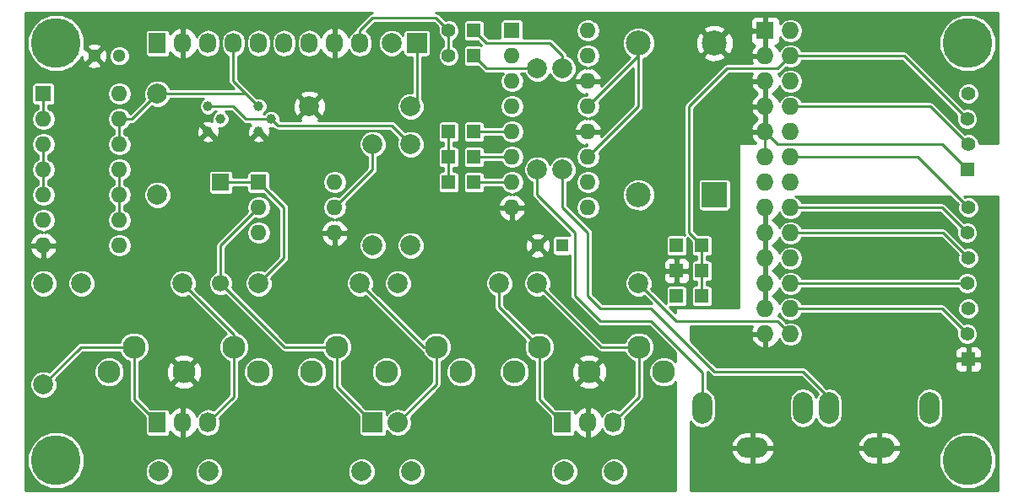
<source format=gbr>
G04 #@! TF.FileFunction,Copper,L2,Bot,Signal*
%FSLAX46Y46*%
G04 Gerber Fmt 4.6, Leading zero omitted, Abs format (unit mm)*
G04 Created by KiCad (PCBNEW 4.0.5+dfsg1-4) date Mon Aug 20 18:29:01 2018*
%MOMM*%
%LPD*%
G01*
G04 APERTURE LIST*
%ADD10C,0.100000*%
%ADD11C,1.000760*%
%ADD12R,1.600000X1.600000*%
%ADD13O,1.600000X1.600000*%
%ADD14C,2.300000*%
%ADD15C,2.000000*%
%ADD16R,2.499360X2.499360*%
%ADD17C,2.499360*%
%ADD18C,5.000000*%
%ADD19C,1.699260*%
%ADD20R,1.699260X1.699260*%
%ADD21C,1.300000*%
%ADD22C,1.998980*%
%ADD23R,1.727200X2.032000*%
%ADD24O,1.727200X2.032000*%
%ADD25R,2.032000X2.032000*%
%ADD26O,2.032000X2.032000*%
%ADD27R,1.727200X1.727200*%
%ADD28O,1.727200X1.727200*%
%ADD29R,1.397000X1.397000*%
%ADD30C,1.397000*%
%ADD31R,1.300000X1.300000*%
%ADD32R,2.000000X2.000000*%
%ADD33O,1.998980X3.197860*%
%ADD34O,3.197860X1.998980*%
%ADD35C,0.254000*%
G04 APERTURE END LIST*
D10*
D11*
X95250000Y-31750000D03*
X93980000Y-33020000D03*
X93980000Y-30480000D03*
D12*
X72390000Y-29210000D03*
D13*
X72390000Y-31750000D03*
X72390000Y-34290000D03*
X72390000Y-36830000D03*
X72390000Y-39370000D03*
X72390000Y-41910000D03*
X72390000Y-44450000D03*
X80010000Y-44450000D03*
X80010000Y-41910000D03*
X80010000Y-39370000D03*
X80010000Y-36830000D03*
X80010000Y-34290000D03*
X80010000Y-31750000D03*
X80010000Y-29210000D03*
D14*
X101800000Y-54650000D03*
D15*
X109300000Y-67150000D03*
D14*
X99300000Y-57150000D03*
X106800000Y-57150000D03*
X114300000Y-57150000D03*
X111800000Y-54650000D03*
D15*
X104300000Y-67150000D03*
D14*
X81480000Y-54650000D03*
D15*
X88980000Y-67150000D03*
D14*
X78980000Y-57150000D03*
X86480000Y-57150000D03*
X93980000Y-57150000D03*
X91480000Y-54650000D03*
D15*
X83980000Y-67150000D03*
D16*
X139700000Y-39370000D03*
D17*
X139700000Y-24130000D03*
X132080000Y-24130000D03*
X132080000Y-39370000D03*
D18*
X73660000Y-66040000D03*
X165100000Y-66040000D03*
X165100000Y-24130000D03*
D19*
X90172540Y-48260520D03*
D20*
X90172540Y-38100520D03*
D14*
X122120000Y-54650000D03*
D15*
X129620000Y-67150000D03*
D14*
X119620000Y-57150000D03*
X127120000Y-57150000D03*
X134620000Y-57150000D03*
X132120000Y-54650000D03*
D15*
X124620000Y-67150000D03*
D11*
X90170000Y-31750000D03*
X88900000Y-33020000D03*
X88900000Y-30480000D03*
D12*
X93980000Y-38100000D03*
D13*
X93980000Y-40640000D03*
X93980000Y-43180000D03*
X101600000Y-43180000D03*
X101600000Y-40640000D03*
X101600000Y-38100000D03*
D21*
X80010000Y-25400000D03*
X77510000Y-25400000D03*
D22*
X76200000Y-48260000D03*
X86360000Y-48260000D03*
X93980000Y-48260000D03*
X104140000Y-48260000D03*
X83820000Y-39370000D03*
X83820000Y-29210000D03*
X109220000Y-44450000D03*
X109220000Y-34290000D03*
X105410000Y-34290000D03*
X105410000Y-44450000D03*
X107950000Y-48260000D03*
X118110000Y-48260000D03*
X132080000Y-48260000D03*
X121920000Y-48260000D03*
X72390000Y-48260000D03*
X72390000Y-58420000D03*
D23*
X83820000Y-62230000D03*
D24*
X86360000Y-62230000D03*
X88900000Y-62230000D03*
D25*
X105410000Y-62230000D03*
D26*
X107950000Y-62230000D03*
D23*
X124460000Y-62230000D03*
D24*
X127000000Y-62230000D03*
X129540000Y-62230000D03*
D12*
X119380000Y-22860000D03*
D13*
X119380000Y-25400000D03*
X119380000Y-27940000D03*
X119380000Y-30480000D03*
X119380000Y-33020000D03*
X119380000Y-35560000D03*
X119380000Y-38100000D03*
X119380000Y-40640000D03*
X127000000Y-40640000D03*
X127000000Y-38100000D03*
X127000000Y-35560000D03*
X127000000Y-33020000D03*
X127000000Y-30480000D03*
X127000000Y-27940000D03*
X127000000Y-25400000D03*
X127000000Y-22860000D03*
D18*
X73660000Y-24130000D03*
D22*
X99060000Y-30480000D03*
X109220000Y-30480000D03*
D27*
X144780000Y-22860000D03*
D28*
X147320000Y-22860000D03*
X144780000Y-25400000D03*
X147320000Y-25400000D03*
X144780000Y-27940000D03*
X147320000Y-27940000D03*
X144780000Y-30480000D03*
X147320000Y-30480000D03*
X144780000Y-33020000D03*
X147320000Y-33020000D03*
X144780000Y-35560000D03*
X147320000Y-35560000D03*
X144780000Y-38100000D03*
X147320000Y-38100000D03*
X144780000Y-40640000D03*
X147320000Y-40640000D03*
X144780000Y-43180000D03*
X147320000Y-43180000D03*
X144780000Y-45720000D03*
X147320000Y-45720000D03*
X144780000Y-48260000D03*
X147320000Y-48260000D03*
X144780000Y-50800000D03*
X147320000Y-50800000D03*
X144780000Y-53340000D03*
X147320000Y-53340000D03*
D29*
X135890000Y-44450000D03*
X138430000Y-44450000D03*
X135890000Y-46990000D03*
X138430000Y-46990000D03*
X135890000Y-49530000D03*
X138430000Y-49530000D03*
D30*
X165039040Y-53340000D03*
X165160960Y-50800000D03*
X165039040Y-48260000D03*
X165160960Y-45720000D03*
X165039040Y-43180000D03*
D29*
X165160960Y-55880000D03*
D30*
X165160960Y-40640000D03*
X165160960Y-34290000D03*
X165039040Y-31750000D03*
D29*
X165039040Y-36830000D03*
D30*
X165160960Y-29210000D03*
D31*
X124460000Y-44450000D03*
D21*
X121960000Y-44450000D03*
D22*
X121920000Y-26670000D03*
X121920000Y-36830000D03*
X124460000Y-26670000D03*
X124460000Y-36830000D03*
D32*
X109855000Y-24130000D03*
D15*
X107315000Y-24130000D03*
D33*
X148564600Y-60772040D03*
D34*
X143510000Y-64770000D03*
D33*
X138455400Y-60772040D03*
X161264600Y-60772040D03*
D34*
X156210000Y-64770000D03*
D33*
X151155400Y-60772040D03*
D23*
X83820000Y-24130000D03*
D24*
X86360000Y-24130000D03*
X88900000Y-24130000D03*
X91440000Y-24130000D03*
X93980000Y-24130000D03*
X96520000Y-24130000D03*
X99060000Y-24130000D03*
X101600000Y-24130000D03*
X104140000Y-24130000D03*
D29*
X115570000Y-33020000D03*
X113030000Y-33020000D03*
X115570000Y-35560000D03*
X113030000Y-35560000D03*
X115570000Y-38100000D03*
X113030000Y-38100000D03*
X115570000Y-22860000D03*
D30*
X113030000Y-22860000D03*
D29*
X115570000Y-25400000D03*
D30*
X113030000Y-25400000D03*
D35*
X90172540Y-48260520D02*
X90172540Y-44447460D01*
X90172540Y-44447460D02*
X93980000Y-40640000D01*
X90172540Y-48260520D02*
X96562020Y-54650000D01*
X96562020Y-54650000D02*
X101800000Y-54650000D01*
X105410000Y-62230000D02*
X101800000Y-58620000D01*
X101800000Y-58620000D02*
X101800000Y-54650000D01*
X93980000Y-38100000D02*
X96520000Y-40640000D01*
X96520000Y-45720000D02*
X93980000Y-48260000D01*
X96520000Y-40640000D02*
X96520000Y-45720000D01*
X90172540Y-38100520D02*
X90173060Y-38100000D01*
X90173060Y-38100000D02*
X93980000Y-38100000D01*
X81480000Y-54650000D02*
X76160000Y-54650000D01*
X76160000Y-54650000D02*
X72390000Y-58420000D01*
X81480000Y-54650000D02*
X81480000Y-59890000D01*
X81480000Y-59890000D02*
X83820000Y-62230000D01*
X165039040Y-36830000D02*
X165039040Y-36769040D01*
X165039040Y-36769040D02*
X162560000Y-34290000D01*
X162560000Y-34290000D02*
X146050000Y-34290000D01*
X146050000Y-34290000D02*
X144780000Y-33020000D01*
X144780000Y-35560000D02*
X144780000Y-33020000D01*
X91480000Y-54650000D02*
X91480000Y-53380000D01*
X91480000Y-53380000D02*
X86360000Y-48260000D01*
X91480000Y-54650000D02*
X91480000Y-59650000D01*
X91480000Y-59650000D02*
X88900000Y-62230000D01*
X104140000Y-48260000D02*
X110530000Y-54650000D01*
X110530000Y-54650000D02*
X111800000Y-54650000D01*
X111800000Y-54650000D02*
X111800000Y-58380000D01*
X111800000Y-58380000D02*
X107950000Y-62230000D01*
X122120000Y-54650000D02*
X118110000Y-50640000D01*
X118110000Y-50640000D02*
X118110000Y-48260000D01*
X124460000Y-62230000D02*
X122120000Y-59890000D01*
X122120000Y-59890000D02*
X122120000Y-54650000D01*
X121920000Y-48260000D02*
X128310000Y-54650000D01*
X128310000Y-54650000D02*
X132120000Y-54650000D01*
X129540000Y-62230000D02*
X132120000Y-59650000D01*
X132120000Y-59650000D02*
X132120000Y-54650000D01*
X91440000Y-24190960D02*
X91440000Y-27940000D01*
X91440000Y-27940000D02*
X92710000Y-29210000D01*
X83820000Y-29210000D02*
X92710000Y-29210000D01*
X92710000Y-29210000D02*
X93980000Y-30480000D01*
X80010000Y-31750000D02*
X81280000Y-31750000D01*
X81280000Y-31750000D02*
X83820000Y-29210000D01*
X80010000Y-34290000D02*
X80010000Y-31750000D01*
X72390000Y-31750000D02*
X72390000Y-29210000D01*
X147320000Y-53340000D02*
X146050000Y-52070000D01*
X135890000Y-52070000D02*
X132080000Y-48260000D01*
X146050000Y-52070000D02*
X135890000Y-52070000D01*
X101600000Y-40640000D02*
X105410000Y-36830000D01*
X105410000Y-36830000D02*
X105410000Y-34290000D01*
X95250000Y-31750000D02*
X92710000Y-31750000D01*
X91440000Y-30480000D02*
X88900000Y-30480000D01*
X92710000Y-31750000D02*
X91440000Y-30480000D01*
X109220000Y-34290000D02*
X107315000Y-32385000D01*
X95885000Y-32385000D02*
X95250000Y-31750000D01*
X107315000Y-32385000D02*
X95885000Y-32385000D01*
X80010000Y-39370000D02*
X80010000Y-36830000D01*
X80010000Y-41910000D02*
X80010000Y-39370000D01*
X72390000Y-36830000D02*
X72390000Y-34290000D01*
X72390000Y-39370000D02*
X72390000Y-36830000D01*
X113030000Y-35560000D02*
X113030000Y-33020000D01*
X113030000Y-38100000D02*
X113030000Y-35560000D01*
X109855000Y-24130000D02*
X109855000Y-29845000D01*
X109855000Y-29845000D02*
X109220000Y-30480000D01*
X115570000Y-33020000D02*
X118110000Y-33020000D01*
X118110000Y-33020000D02*
X119380000Y-33020000D01*
X115570000Y-35560000D02*
X118110000Y-35560000D01*
X118110000Y-35560000D02*
X119380000Y-35560000D01*
X115570000Y-38100000D02*
X118110000Y-38100000D01*
X118110000Y-38100000D02*
X119380000Y-38100000D01*
X147320000Y-25400000D02*
X158689040Y-25400000D01*
X158689040Y-25400000D02*
X165039040Y-31750000D01*
X137160000Y-30480000D02*
X137160000Y-43180000D01*
X146050000Y-26670000D02*
X142240000Y-26670000D01*
X142240000Y-26670000D02*
X140970000Y-26670000D01*
X140970000Y-26670000D02*
X137160000Y-30480000D01*
X147320000Y-25400000D02*
X146050000Y-26670000D01*
X137160000Y-43180000D02*
X138430000Y-44450000D01*
X138430000Y-46990000D02*
X138430000Y-44450000D01*
X138430000Y-49530000D02*
X138430000Y-46990000D01*
X147320000Y-30480000D02*
X161350960Y-30480000D01*
X161350960Y-30480000D02*
X165160960Y-34290000D01*
X165160960Y-40640000D02*
X160080960Y-35560000D01*
X160080960Y-35560000D02*
X147320000Y-35560000D01*
X165039040Y-43180000D02*
X162499040Y-40640000D01*
X162499040Y-40640000D02*
X147320000Y-40640000D01*
X147320000Y-43180000D02*
X162620960Y-43180000D01*
X162620960Y-43180000D02*
X165160960Y-45720000D01*
X151155400Y-60772040D02*
X151155400Y-59715400D01*
X151155400Y-59715400D02*
X148590000Y-57150000D01*
X124460000Y-40640000D02*
X124460000Y-36830000D01*
X127000000Y-43180000D02*
X124460000Y-40640000D01*
X127000000Y-49530000D02*
X127000000Y-43180000D01*
X128270000Y-50800000D02*
X127000000Y-49530000D01*
X133350000Y-50800000D02*
X128270000Y-50800000D01*
X139700000Y-57150000D02*
X133350000Y-50800000D01*
X148590000Y-57150000D02*
X139700000Y-57150000D01*
X147320000Y-48260000D02*
X165039040Y-48260000D01*
X138455400Y-60772040D02*
X138455400Y-57175400D01*
X121920000Y-39370000D02*
X121920000Y-36830000D01*
X125730000Y-43180000D02*
X121920000Y-39370000D01*
X125730000Y-49530000D02*
X125730000Y-43180000D01*
X128270000Y-52070000D02*
X125730000Y-49530000D01*
X133350000Y-52070000D02*
X128270000Y-52070000D01*
X138455400Y-57175400D02*
X133350000Y-52070000D01*
X165039040Y-53340000D02*
X162499040Y-50800000D01*
X162499040Y-50800000D02*
X147320000Y-50800000D01*
X127000000Y-35560000D02*
X132080000Y-30480000D01*
X132080000Y-30480000D02*
X132080000Y-25400000D01*
X132080000Y-24130000D02*
X132080000Y-25400000D01*
X132080000Y-25400000D02*
X127000000Y-30480000D01*
X121920000Y-26670000D02*
X116840000Y-26670000D01*
X116840000Y-26670000D02*
X115570000Y-25400000D01*
X113030000Y-25400000D02*
X113030000Y-22860000D01*
X113030000Y-22860000D02*
X111760000Y-21590000D01*
X104140000Y-22860000D02*
X104140000Y-24130000D01*
X105410000Y-21590000D02*
X104140000Y-22860000D01*
X111760000Y-21590000D02*
X105410000Y-21590000D01*
X115570000Y-22860000D02*
X116840000Y-24130000D01*
X124460000Y-25400000D02*
X124460000Y-26670000D01*
X123190000Y-24130000D02*
X124460000Y-25400000D01*
X116840000Y-24130000D02*
X123190000Y-24130000D01*
G36*
X105247850Y-21114254D02*
X105215596Y-21120669D01*
X105050790Y-21230790D01*
X103780790Y-22500790D01*
X103670669Y-22665597D01*
X103640818Y-22815668D01*
X103259935Y-23070166D01*
X102990140Y-23473943D01*
X102987296Y-23488243D01*
X102891954Y-23215680D01*
X102502036Y-22779268D01*
X101974791Y-22525291D01*
X101959026Y-22522642D01*
X101727000Y-22643783D01*
X101727000Y-24003000D01*
X101747000Y-24003000D01*
X101747000Y-24257000D01*
X101727000Y-24257000D01*
X101727000Y-25616217D01*
X101959026Y-25737358D01*
X101974791Y-25734709D01*
X102502036Y-25480732D01*
X102891954Y-25044320D01*
X102987296Y-24771757D01*
X102990140Y-24786057D01*
X103259935Y-25189834D01*
X103663712Y-25459629D01*
X104140000Y-25554369D01*
X104616288Y-25459629D01*
X105020065Y-25189834D01*
X105289860Y-24786057D01*
X105365957Y-24403493D01*
X105933761Y-24403493D01*
X106143563Y-24911251D01*
X106531705Y-25300072D01*
X107039097Y-25510759D01*
X107588493Y-25511239D01*
X108096251Y-25301437D01*
X108466536Y-24931799D01*
X108466536Y-25130000D01*
X108493103Y-25271190D01*
X108576546Y-25400865D01*
X108703866Y-25487859D01*
X108855000Y-25518464D01*
X109347000Y-25518464D01*
X109347000Y-29099621D01*
X108946608Y-29099271D01*
X108439037Y-29308995D01*
X108050360Y-29696994D01*
X107839751Y-30204199D01*
X107839271Y-30753392D01*
X108048995Y-31260963D01*
X108436994Y-31649640D01*
X108944199Y-31860249D01*
X109493392Y-31860729D01*
X110000963Y-31651005D01*
X110389640Y-31263006D01*
X110600249Y-30755801D01*
X110600490Y-30480000D01*
X118175863Y-30480000D01*
X118265761Y-30931949D01*
X118521770Y-31315093D01*
X118904914Y-31571102D01*
X119356863Y-31661000D01*
X119403137Y-31661000D01*
X119855086Y-31571102D01*
X120238230Y-31315093D01*
X120494239Y-30931949D01*
X120584137Y-30480000D01*
X120494239Y-30028051D01*
X120238230Y-29644907D01*
X119855086Y-29388898D01*
X119403137Y-29299000D01*
X119356863Y-29299000D01*
X118904914Y-29388898D01*
X118521770Y-29644907D01*
X118265761Y-30028051D01*
X118175863Y-30480000D01*
X110600490Y-30480000D01*
X110600729Y-30206608D01*
X110391005Y-29699037D01*
X110363000Y-29670983D01*
X110363000Y-25518464D01*
X110855000Y-25518464D01*
X110996190Y-25491897D01*
X111125865Y-25408454D01*
X111212859Y-25281134D01*
X111243464Y-25130000D01*
X111243464Y-23130000D01*
X111216897Y-22988810D01*
X111133454Y-22859135D01*
X111006134Y-22772141D01*
X110855000Y-22741536D01*
X108855000Y-22741536D01*
X108713810Y-22768103D01*
X108584135Y-22851546D01*
X108497141Y-22978866D01*
X108466536Y-23130000D01*
X108466536Y-23328813D01*
X108098295Y-22959928D01*
X107590903Y-22749241D01*
X107041507Y-22748761D01*
X106533749Y-22958563D01*
X106144928Y-23346705D01*
X105934241Y-23854097D01*
X105933761Y-24403493D01*
X105365957Y-24403493D01*
X105384600Y-24309769D01*
X105384600Y-23950231D01*
X105289860Y-23473943D01*
X105020065Y-23070166D01*
X104797181Y-22921239D01*
X105620420Y-22098000D01*
X111549580Y-22098000D01*
X111993297Y-22541717D01*
X111950687Y-22644332D01*
X111950313Y-23073784D01*
X112114311Y-23470689D01*
X112417714Y-23774622D01*
X112522000Y-23817926D01*
X112522000Y-24441881D01*
X112419311Y-24484311D01*
X112115378Y-24787714D01*
X111950687Y-25184332D01*
X111950313Y-25613784D01*
X112114311Y-26010689D01*
X112417714Y-26314622D01*
X112814332Y-26479313D01*
X113243784Y-26479687D01*
X113640689Y-26315689D01*
X113944622Y-26012286D01*
X114109313Y-25615668D01*
X114109687Y-25186216D01*
X113945689Y-24789311D01*
X113642286Y-24485378D01*
X113538000Y-24442074D01*
X113538000Y-23818119D01*
X113640689Y-23775689D01*
X113944622Y-23472286D01*
X114109313Y-23075668D01*
X114109687Y-22646216D01*
X113945689Y-22249311D01*
X113858032Y-22161500D01*
X114483036Y-22161500D01*
X114483036Y-23558500D01*
X114509603Y-23699690D01*
X114593046Y-23829365D01*
X114720366Y-23916359D01*
X114871500Y-23946964D01*
X115938544Y-23946964D01*
X116313787Y-24322207D01*
X116268500Y-24313036D01*
X114871500Y-24313036D01*
X114730310Y-24339603D01*
X114600635Y-24423046D01*
X114513641Y-24550366D01*
X114483036Y-24701500D01*
X114483036Y-26098500D01*
X114509603Y-26239690D01*
X114593046Y-26369365D01*
X114720366Y-26456359D01*
X114871500Y-26486964D01*
X115938544Y-26486964D01*
X116480790Y-27029210D01*
X116645596Y-27139331D01*
X116677850Y-27145746D01*
X116840000Y-27178000D01*
X118472931Y-27178000D01*
X118265761Y-27488051D01*
X118175863Y-27940000D01*
X118265761Y-28391949D01*
X118521770Y-28775093D01*
X118904914Y-29031102D01*
X119356863Y-29121000D01*
X119403137Y-29121000D01*
X119855086Y-29031102D01*
X120238230Y-28775093D01*
X120494239Y-28391949D01*
X120514709Y-28289039D01*
X125608096Y-28289039D01*
X125768959Y-28677423D01*
X126144866Y-29092389D01*
X126650959Y-29331914D01*
X126872998Y-29210630D01*
X126872998Y-29319660D01*
X126524914Y-29388898D01*
X126141770Y-29644907D01*
X125885761Y-30028051D01*
X125795863Y-30480000D01*
X125885761Y-30931949D01*
X126141770Y-31315093D01*
X126524914Y-31571102D01*
X126872998Y-31640340D01*
X126872998Y-31749370D01*
X126650959Y-31628086D01*
X126144866Y-31867611D01*
X125768959Y-32282577D01*
X125608096Y-32670961D01*
X125730085Y-32893000D01*
X126873000Y-32893000D01*
X126873000Y-32873000D01*
X127127000Y-32873000D01*
X127127000Y-32893000D01*
X128269915Y-32893000D01*
X128391904Y-32670961D01*
X128231041Y-32282577D01*
X127855134Y-31867611D01*
X127349041Y-31628086D01*
X127127002Y-31749370D01*
X127127002Y-31640340D01*
X127475086Y-31571102D01*
X127858230Y-31315093D01*
X128114239Y-30931949D01*
X128204137Y-30480000D01*
X128123552Y-30074868D01*
X131572000Y-26626420D01*
X131572000Y-30269580D01*
X128334892Y-33506688D01*
X128391904Y-33369039D01*
X128269915Y-33147000D01*
X127127000Y-33147000D01*
X127127000Y-33167000D01*
X126873000Y-33167000D01*
X126873000Y-33147000D01*
X125730085Y-33147000D01*
X125608096Y-33369039D01*
X125768959Y-33757423D01*
X126144866Y-34172389D01*
X126650959Y-34411914D01*
X126872998Y-34290630D01*
X126872998Y-34399660D01*
X126524914Y-34468898D01*
X126141770Y-34724907D01*
X125885761Y-35108051D01*
X125795863Y-35560000D01*
X125885761Y-36011949D01*
X126141770Y-36395093D01*
X126524914Y-36651102D01*
X126976863Y-36741000D01*
X127023137Y-36741000D01*
X127475086Y-36651102D01*
X127858230Y-36395093D01*
X128114239Y-36011949D01*
X128204137Y-35560000D01*
X128123552Y-35154868D01*
X132439210Y-30839210D01*
X132549331Y-30674403D01*
X132588000Y-30480000D01*
X132588000Y-25684497D01*
X133002499Y-25513229D01*
X133052726Y-25463089D01*
X138546517Y-25463089D01*
X138675725Y-25755859D01*
X139375883Y-26024071D01*
X140125384Y-26003928D01*
X140724275Y-25755859D01*
X140853483Y-25463089D01*
X139700000Y-24309605D01*
X138546517Y-25463089D01*
X133052726Y-25463089D01*
X133461617Y-25054912D01*
X133710396Y-24455785D01*
X133710963Y-23807061D01*
X133710477Y-23805883D01*
X137805929Y-23805883D01*
X137826072Y-24555384D01*
X138074141Y-25154275D01*
X138366911Y-25283483D01*
X139520395Y-24130000D01*
X139879605Y-24130000D01*
X141033089Y-25283483D01*
X141325859Y-25154275D01*
X141594071Y-24454117D01*
X141573928Y-23704616D01*
X141342438Y-23145750D01*
X143281400Y-23145750D01*
X143281400Y-23849910D01*
X143378073Y-24083299D01*
X143556702Y-24261927D01*
X143754120Y-24343700D01*
X143497312Y-24625053D01*
X143325042Y-25040974D01*
X143446183Y-25273000D01*
X144653000Y-25273000D01*
X144653000Y-22987000D01*
X143440150Y-22987000D01*
X143281400Y-23145750D01*
X141342438Y-23145750D01*
X141325859Y-23105725D01*
X141033089Y-22976517D01*
X139879605Y-24130000D01*
X139520395Y-24130000D01*
X138366911Y-22976517D01*
X138074141Y-23105725D01*
X137805929Y-23805883D01*
X133710477Y-23805883D01*
X133463229Y-23207501D01*
X133053356Y-22796911D01*
X138546517Y-22796911D01*
X139700000Y-23950395D01*
X140853483Y-22796911D01*
X140724275Y-22504141D01*
X140024117Y-22235929D01*
X139274616Y-22256072D01*
X138675725Y-22504141D01*
X138546517Y-22796911D01*
X133053356Y-22796911D01*
X133004912Y-22748383D01*
X132405785Y-22499604D01*
X131757061Y-22499037D01*
X131157501Y-22746771D01*
X130698383Y-23205088D01*
X130449604Y-23804215D01*
X130449037Y-24452939D01*
X130696771Y-25052499D01*
X131155088Y-25511617D01*
X131222126Y-25539454D01*
X128334892Y-28426688D01*
X128391904Y-28289039D01*
X128269915Y-28067000D01*
X127127000Y-28067000D01*
X127127000Y-28087000D01*
X126873000Y-28087000D01*
X126873000Y-28067000D01*
X125730085Y-28067000D01*
X125608096Y-28289039D01*
X120514709Y-28289039D01*
X120584137Y-27940000D01*
X120494239Y-27488051D01*
X120287069Y-27178000D01*
X120636209Y-27178000D01*
X120748995Y-27450963D01*
X121136994Y-27839640D01*
X121644199Y-28050249D01*
X122193392Y-28050729D01*
X122700963Y-27841005D01*
X123089640Y-27453006D01*
X123189986Y-27211344D01*
X123288995Y-27450963D01*
X123676994Y-27839640D01*
X124184199Y-28050249D01*
X124733392Y-28050729D01*
X125240963Y-27841005D01*
X125491443Y-27590961D01*
X125608096Y-27590961D01*
X125730085Y-27813000D01*
X126873000Y-27813000D01*
X126873000Y-27793000D01*
X127127000Y-27793000D01*
X127127000Y-27813000D01*
X128269915Y-27813000D01*
X128391904Y-27590961D01*
X128231041Y-27202577D01*
X127855134Y-26787611D01*
X127349041Y-26548086D01*
X127127002Y-26669370D01*
X127127002Y-26560340D01*
X127475086Y-26491102D01*
X127858230Y-26235093D01*
X128114239Y-25851949D01*
X128204137Y-25400000D01*
X128114239Y-24948051D01*
X127858230Y-24564907D01*
X127475086Y-24308898D01*
X127023137Y-24219000D01*
X126976863Y-24219000D01*
X126524914Y-24308898D01*
X126141770Y-24564907D01*
X125885761Y-24948051D01*
X125795863Y-25400000D01*
X125885761Y-25851949D01*
X126141770Y-26235093D01*
X126524914Y-26491102D01*
X126872998Y-26560340D01*
X126872998Y-26669370D01*
X126650959Y-26548086D01*
X126144866Y-26787611D01*
X125768959Y-27202577D01*
X125608096Y-27590961D01*
X125491443Y-27590961D01*
X125629640Y-27453006D01*
X125840249Y-26945801D01*
X125840729Y-26396608D01*
X125631005Y-25889037D01*
X125243006Y-25500360D01*
X124965001Y-25384923D01*
X124935746Y-25237850D01*
X124929331Y-25205596D01*
X124819210Y-25040790D01*
X123549210Y-23770790D01*
X123384403Y-23660669D01*
X123190000Y-23622000D01*
X120568464Y-23622000D01*
X120568464Y-22860000D01*
X125795863Y-22860000D01*
X125885761Y-23311949D01*
X126141770Y-23695093D01*
X126524914Y-23951102D01*
X126976863Y-24041000D01*
X127023137Y-24041000D01*
X127475086Y-23951102D01*
X127858230Y-23695093D01*
X128114239Y-23311949D01*
X128204137Y-22860000D01*
X128114239Y-22408051D01*
X127858230Y-22024907D01*
X127626531Y-21870090D01*
X143281400Y-21870090D01*
X143281400Y-22574250D01*
X143440150Y-22733000D01*
X144653000Y-22733000D01*
X144653000Y-21520150D01*
X144494250Y-21361400D01*
X143790091Y-21361400D01*
X143556702Y-21458073D01*
X143378073Y-21636701D01*
X143281400Y-21870090D01*
X127626531Y-21870090D01*
X127475086Y-21768898D01*
X127023137Y-21679000D01*
X126976863Y-21679000D01*
X126524914Y-21768898D01*
X126141770Y-22024907D01*
X125885761Y-22408051D01*
X125795863Y-22860000D01*
X120568464Y-22860000D01*
X120568464Y-22060000D01*
X120541897Y-21918810D01*
X120458454Y-21789135D01*
X120331134Y-21702141D01*
X120180000Y-21671536D01*
X118580000Y-21671536D01*
X118438810Y-21698103D01*
X118309135Y-21781546D01*
X118222141Y-21908866D01*
X118191536Y-22060000D01*
X118191536Y-23622000D01*
X117050420Y-23622000D01*
X116656964Y-23228544D01*
X116656964Y-22161500D01*
X116630397Y-22020310D01*
X116546954Y-21890635D01*
X116419634Y-21803641D01*
X116268500Y-21773036D01*
X114871500Y-21773036D01*
X114730310Y-21799603D01*
X114600635Y-21883046D01*
X114513641Y-22010366D01*
X114483036Y-22161500D01*
X113858032Y-22161500D01*
X113642286Y-21945378D01*
X113245668Y-21780687D01*
X112816216Y-21780313D01*
X112711854Y-21823434D01*
X112119210Y-21230790D01*
X111954403Y-21120669D01*
X111760000Y-21082000D01*
X168148000Y-21082000D01*
X168148000Y-34163000D01*
X166240571Y-34163000D01*
X166240647Y-34076216D01*
X166076649Y-33679311D01*
X165773246Y-33375378D01*
X165376628Y-33210687D01*
X164947176Y-33210313D01*
X164842814Y-33253434D01*
X161710170Y-30120790D01*
X161545363Y-30010669D01*
X161350960Y-29972000D01*
X148473054Y-29972000D01*
X148224448Y-29599935D01*
X147820671Y-29330140D01*
X147344383Y-29235400D01*
X147295617Y-29235400D01*
X146819329Y-29330140D01*
X146415552Y-29599935D01*
X146170841Y-29966172D01*
X146062688Y-29705053D01*
X145668490Y-29273179D01*
X145533687Y-29210000D01*
X145668490Y-29146821D01*
X146062688Y-28714947D01*
X146170841Y-28453828D01*
X146415552Y-28820065D01*
X146819329Y-29089860D01*
X147295617Y-29184600D01*
X147344383Y-29184600D01*
X147820671Y-29089860D01*
X148224448Y-28820065D01*
X148494243Y-28416288D01*
X148588983Y-27940000D01*
X148494243Y-27463712D01*
X148224448Y-27059935D01*
X147820671Y-26790140D01*
X147344383Y-26695400D01*
X147295617Y-26695400D01*
X146819329Y-26790140D01*
X146415552Y-27059935D01*
X146170841Y-27426172D01*
X146066677Y-27174683D01*
X146244403Y-27139331D01*
X146409210Y-27029210D01*
X146877074Y-26561346D01*
X147295617Y-26644600D01*
X147344383Y-26644600D01*
X147820671Y-26549860D01*
X148224448Y-26280065D01*
X148473054Y-25908000D01*
X158478620Y-25908000D01*
X164002337Y-31431717D01*
X163959727Y-31534332D01*
X163959353Y-31963784D01*
X164123351Y-32360689D01*
X164426754Y-32664622D01*
X164823372Y-32829313D01*
X165252824Y-32829687D01*
X165649729Y-32665689D01*
X165953662Y-32362286D01*
X166118353Y-31965668D01*
X166118727Y-31536216D01*
X165954729Y-31139311D01*
X165651326Y-30835378D01*
X165254708Y-30670687D01*
X164825256Y-30670313D01*
X164720894Y-30713434D01*
X163431244Y-29423784D01*
X164081273Y-29423784D01*
X164245271Y-29820689D01*
X164548674Y-30124622D01*
X164945292Y-30289313D01*
X165374744Y-30289687D01*
X165771649Y-30125689D01*
X166075582Y-29822286D01*
X166240273Y-29425668D01*
X166240647Y-28996216D01*
X166076649Y-28599311D01*
X165773246Y-28295378D01*
X165376628Y-28130687D01*
X164947176Y-28130313D01*
X164550271Y-28294311D01*
X164246338Y-28597714D01*
X164081647Y-28994332D01*
X164081273Y-29423784D01*
X163431244Y-29423784D01*
X159048250Y-25040790D01*
X158883443Y-24930669D01*
X158689040Y-24892000D01*
X148473054Y-24892000D01*
X148345133Y-24700552D01*
X162218501Y-24700552D01*
X162656183Y-25759823D01*
X163465914Y-26570969D01*
X164524420Y-27010499D01*
X165670552Y-27011499D01*
X166729823Y-26573817D01*
X167540969Y-25764086D01*
X167980499Y-24705580D01*
X167981499Y-23559448D01*
X167543817Y-22500177D01*
X166734086Y-21689031D01*
X165675580Y-21249501D01*
X164529448Y-21248501D01*
X163470177Y-21686183D01*
X162659031Y-22495914D01*
X162219501Y-23554420D01*
X162218501Y-24700552D01*
X148345133Y-24700552D01*
X148224448Y-24519935D01*
X147820671Y-24250140D01*
X147344383Y-24155400D01*
X147295617Y-24155400D01*
X146819329Y-24250140D01*
X146415552Y-24519935D01*
X146170841Y-24886172D01*
X146062688Y-24625053D01*
X145805880Y-24343700D01*
X146003298Y-24261927D01*
X146181927Y-24083299D01*
X146278600Y-23849910D01*
X146278600Y-23535102D01*
X146415552Y-23740065D01*
X146819329Y-24009860D01*
X147295617Y-24104600D01*
X147344383Y-24104600D01*
X147820671Y-24009860D01*
X148224448Y-23740065D01*
X148494243Y-23336288D01*
X148588983Y-22860000D01*
X148494243Y-22383712D01*
X148224448Y-21979935D01*
X147820671Y-21710140D01*
X147344383Y-21615400D01*
X147295617Y-21615400D01*
X146819329Y-21710140D01*
X146415552Y-21979935D01*
X146278600Y-22184898D01*
X146278600Y-21870090D01*
X146181927Y-21636701D01*
X146003298Y-21458073D01*
X145769909Y-21361400D01*
X145065750Y-21361400D01*
X144907000Y-21520150D01*
X144907000Y-22733000D01*
X144927000Y-22733000D01*
X144927000Y-22987000D01*
X144907000Y-22987000D01*
X144907000Y-25273000D01*
X144927000Y-25273000D01*
X144927000Y-25527000D01*
X144907000Y-25527000D01*
X144907000Y-25547000D01*
X144653000Y-25547000D01*
X144653000Y-25527000D01*
X143446183Y-25527000D01*
X143325042Y-25759026D01*
X143491949Y-26162000D01*
X140970000Y-26162000D01*
X140775597Y-26200669D01*
X140610790Y-26310790D01*
X136800790Y-30120790D01*
X136690669Y-30285597D01*
X136652000Y-30480000D01*
X136652000Y-43180000D01*
X136690669Y-43374403D01*
X136697873Y-43385184D01*
X136588500Y-43363036D01*
X135191500Y-43363036D01*
X135050310Y-43389603D01*
X134920635Y-43473046D01*
X134833641Y-43600366D01*
X134803036Y-43751500D01*
X134803036Y-45148500D01*
X134829603Y-45289690D01*
X134913046Y-45419365D01*
X135040366Y-45506359D01*
X135191500Y-45536964D01*
X136588500Y-45536964D01*
X136729690Y-45510397D01*
X136859365Y-45426954D01*
X136946359Y-45299634D01*
X136976964Y-45148500D01*
X136976964Y-43751500D01*
X136968593Y-43707013D01*
X137343036Y-44081456D01*
X137343036Y-45148500D01*
X137369603Y-45289690D01*
X137453046Y-45419365D01*
X137580366Y-45506359D01*
X137731500Y-45536964D01*
X137922000Y-45536964D01*
X137922000Y-45903036D01*
X137731500Y-45903036D01*
X137590310Y-45929603D01*
X137460635Y-46013046D01*
X137373641Y-46140366D01*
X137343036Y-46291500D01*
X137343036Y-47688500D01*
X137369603Y-47829690D01*
X137453046Y-47959365D01*
X137580366Y-48046359D01*
X137731500Y-48076964D01*
X137922000Y-48076964D01*
X137922000Y-48443036D01*
X137731500Y-48443036D01*
X137590310Y-48469603D01*
X137460635Y-48553046D01*
X137373641Y-48680366D01*
X137343036Y-48831500D01*
X137343036Y-50228500D01*
X137369603Y-50369690D01*
X137453046Y-50499365D01*
X137580366Y-50586359D01*
X137731500Y-50616964D01*
X139128500Y-50616964D01*
X139269690Y-50590397D01*
X139399365Y-50506954D01*
X139486359Y-50379634D01*
X139516964Y-50228500D01*
X139516964Y-48831500D01*
X139490397Y-48690310D01*
X139406954Y-48560635D01*
X139279634Y-48473641D01*
X139128500Y-48443036D01*
X138938000Y-48443036D01*
X138938000Y-48076964D01*
X139128500Y-48076964D01*
X139269690Y-48050397D01*
X139399365Y-47966954D01*
X139486359Y-47839634D01*
X139516964Y-47688500D01*
X139516964Y-46291500D01*
X139490397Y-46150310D01*
X139406954Y-46020635D01*
X139279634Y-45933641D01*
X139128500Y-45903036D01*
X138938000Y-45903036D01*
X138938000Y-45536964D01*
X139128500Y-45536964D01*
X139269690Y-45510397D01*
X139399365Y-45426954D01*
X139486359Y-45299634D01*
X139516964Y-45148500D01*
X139516964Y-43751500D01*
X139490397Y-43610310D01*
X139406954Y-43480635D01*
X139279634Y-43393641D01*
X139128500Y-43363036D01*
X138061456Y-43363036D01*
X137668000Y-42969580D01*
X137668000Y-38120320D01*
X138061856Y-38120320D01*
X138061856Y-40619680D01*
X138088423Y-40760870D01*
X138171866Y-40890545D01*
X138299186Y-40977539D01*
X138450320Y-41008144D01*
X140949680Y-41008144D01*
X141090870Y-40981577D01*
X141220545Y-40898134D01*
X141307539Y-40770814D01*
X141338144Y-40619680D01*
X141338144Y-38120320D01*
X141311577Y-37979130D01*
X141228134Y-37849455D01*
X141100814Y-37762461D01*
X140949680Y-37731856D01*
X138450320Y-37731856D01*
X138309130Y-37758423D01*
X138179455Y-37841866D01*
X138092461Y-37969186D01*
X138061856Y-38120320D01*
X137668000Y-38120320D01*
X137668000Y-30839026D01*
X143325042Y-30839026D01*
X143497312Y-31254947D01*
X143891510Y-31686821D01*
X144026313Y-31750000D01*
X143891510Y-31813179D01*
X143497312Y-32245053D01*
X143325042Y-32660974D01*
X143446183Y-32893000D01*
X144653000Y-32893000D01*
X144653000Y-30607000D01*
X143446183Y-30607000D01*
X143325042Y-30839026D01*
X137668000Y-30839026D01*
X137668000Y-30690420D01*
X140059394Y-28299026D01*
X143325042Y-28299026D01*
X143497312Y-28714947D01*
X143891510Y-29146821D01*
X144026313Y-29210000D01*
X143891510Y-29273179D01*
X143497312Y-29705053D01*
X143325042Y-30120974D01*
X143446183Y-30353000D01*
X144653000Y-30353000D01*
X144653000Y-28067000D01*
X143446183Y-28067000D01*
X143325042Y-28299026D01*
X140059394Y-28299026D01*
X141180420Y-27178000D01*
X143491949Y-27178000D01*
X143325042Y-27580974D01*
X143446183Y-27813000D01*
X144653000Y-27813000D01*
X144653000Y-27793000D01*
X144907000Y-27793000D01*
X144907000Y-27813000D01*
X144927000Y-27813000D01*
X144927000Y-28067000D01*
X144907000Y-28067000D01*
X144907000Y-30353000D01*
X144927000Y-30353000D01*
X144927000Y-30607000D01*
X144907000Y-30607000D01*
X144907000Y-32893000D01*
X144927000Y-32893000D01*
X144927000Y-33147000D01*
X144907000Y-33147000D01*
X144907000Y-33167000D01*
X144653000Y-33167000D01*
X144653000Y-33147000D01*
X143446183Y-33147000D01*
X143325042Y-33379026D01*
X143497312Y-33794947D01*
X143833257Y-34163000D01*
X142240000Y-34163000D01*
X142190590Y-34173006D01*
X142148965Y-34201447D01*
X142121685Y-34243841D01*
X142113000Y-34290000D01*
X142113000Y-50673000D01*
X135890000Y-50673000D01*
X135840590Y-50683006D01*
X135798965Y-50711447D01*
X135771685Y-50753841D01*
X135763000Y-50800000D01*
X135763000Y-51224580D01*
X135146213Y-50607793D01*
X135191500Y-50616964D01*
X136588500Y-50616964D01*
X136729690Y-50590397D01*
X136859365Y-50506954D01*
X136946359Y-50379634D01*
X136976964Y-50228500D01*
X136976964Y-48831500D01*
X136950397Y-48690310D01*
X136866954Y-48560635D01*
X136739634Y-48473641D01*
X136588500Y-48443036D01*
X135191500Y-48443036D01*
X135050310Y-48469603D01*
X134920635Y-48553046D01*
X134833641Y-48680366D01*
X134803036Y-48831500D01*
X134803036Y-50228500D01*
X134811407Y-50272987D01*
X133346987Y-48808567D01*
X133460249Y-48535801D01*
X133460729Y-47986608D01*
X133251005Y-47479037D01*
X133048073Y-47275750D01*
X134556500Y-47275750D01*
X134556500Y-47814810D01*
X134653173Y-48048199D01*
X134831802Y-48226827D01*
X135065191Y-48323500D01*
X135604250Y-48323500D01*
X135763000Y-48164750D01*
X135763000Y-47117000D01*
X136017000Y-47117000D01*
X136017000Y-48164750D01*
X136175750Y-48323500D01*
X136714809Y-48323500D01*
X136948198Y-48226827D01*
X137126827Y-48048199D01*
X137223500Y-47814810D01*
X137223500Y-47275750D01*
X137064750Y-47117000D01*
X136017000Y-47117000D01*
X135763000Y-47117000D01*
X134715250Y-47117000D01*
X134556500Y-47275750D01*
X133048073Y-47275750D01*
X132863006Y-47090360D01*
X132355801Y-46879751D01*
X131806608Y-46879271D01*
X131299037Y-47088995D01*
X130910360Y-47476994D01*
X130699751Y-47984199D01*
X130699271Y-48533392D01*
X130908995Y-49040963D01*
X131296994Y-49429640D01*
X131804199Y-49640249D01*
X132353392Y-49640729D01*
X132628597Y-49527017D01*
X133404401Y-50302821D01*
X133350000Y-50292000D01*
X128480420Y-50292000D01*
X127508000Y-49319580D01*
X127508000Y-46165190D01*
X134556500Y-46165190D01*
X134556500Y-46704250D01*
X134715250Y-46863000D01*
X135763000Y-46863000D01*
X135763000Y-45815250D01*
X136017000Y-45815250D01*
X136017000Y-46863000D01*
X137064750Y-46863000D01*
X137223500Y-46704250D01*
X137223500Y-46165190D01*
X137126827Y-45931801D01*
X136948198Y-45753173D01*
X136714809Y-45656500D01*
X136175750Y-45656500D01*
X136017000Y-45815250D01*
X135763000Y-45815250D01*
X135604250Y-45656500D01*
X135065191Y-45656500D01*
X134831802Y-45753173D01*
X134653173Y-45931801D01*
X134556500Y-46165190D01*
X127508000Y-46165190D01*
X127508000Y-43180000D01*
X127469331Y-42985597D01*
X127432790Y-42930910D01*
X127359210Y-42820789D01*
X125178421Y-40640000D01*
X125795863Y-40640000D01*
X125885761Y-41091949D01*
X126141770Y-41475093D01*
X126524914Y-41731102D01*
X126976863Y-41821000D01*
X127023137Y-41821000D01*
X127475086Y-41731102D01*
X127858230Y-41475093D01*
X128114239Y-41091949D01*
X128204137Y-40640000D01*
X128114239Y-40188051D01*
X127858230Y-39804907D01*
X127690659Y-39692939D01*
X130449037Y-39692939D01*
X130696771Y-40292499D01*
X131155088Y-40751617D01*
X131754215Y-41000396D01*
X132402939Y-41000963D01*
X133002499Y-40753229D01*
X133461617Y-40294912D01*
X133710396Y-39695785D01*
X133710963Y-39047061D01*
X133463229Y-38447501D01*
X133004912Y-37988383D01*
X132405785Y-37739604D01*
X131757061Y-37739037D01*
X131157501Y-37986771D01*
X130698383Y-38445088D01*
X130449604Y-39044215D01*
X130449037Y-39692939D01*
X127690659Y-39692939D01*
X127475086Y-39548898D01*
X127023137Y-39459000D01*
X126976863Y-39459000D01*
X126524914Y-39548898D01*
X126141770Y-39804907D01*
X125885761Y-40188051D01*
X125795863Y-40640000D01*
X125178421Y-40640000D01*
X124968000Y-40429580D01*
X124968000Y-38113791D01*
X125001376Y-38100000D01*
X125795863Y-38100000D01*
X125885761Y-38551949D01*
X126141770Y-38935093D01*
X126524914Y-39191102D01*
X126976863Y-39281000D01*
X127023137Y-39281000D01*
X127475086Y-39191102D01*
X127858230Y-38935093D01*
X128114239Y-38551949D01*
X128204137Y-38100000D01*
X128114239Y-37648051D01*
X127858230Y-37264907D01*
X127475086Y-37008898D01*
X127023137Y-36919000D01*
X126976863Y-36919000D01*
X126524914Y-37008898D01*
X126141770Y-37264907D01*
X125885761Y-37648051D01*
X125795863Y-38100000D01*
X125001376Y-38100000D01*
X125240963Y-38001005D01*
X125629640Y-37613006D01*
X125840249Y-37105801D01*
X125840729Y-36556608D01*
X125631005Y-36049037D01*
X125243006Y-35660360D01*
X124735801Y-35449751D01*
X124186608Y-35449271D01*
X123679037Y-35658995D01*
X123290360Y-36046994D01*
X123190014Y-36288656D01*
X123091005Y-36049037D01*
X122703006Y-35660360D01*
X122195801Y-35449751D01*
X121646608Y-35449271D01*
X121139037Y-35658995D01*
X120750360Y-36046994D01*
X120539751Y-36554199D01*
X120539271Y-37103392D01*
X120748995Y-37610963D01*
X121136994Y-37999640D01*
X121412000Y-38113832D01*
X121412000Y-39370000D01*
X121450669Y-39564403D01*
X121560790Y-39729210D01*
X125222000Y-43390420D01*
X125222000Y-43434216D01*
X125110000Y-43411536D01*
X123810000Y-43411536D01*
X123668810Y-43438103D01*
X123539135Y-43521546D01*
X123452141Y-43648866D01*
X123421536Y-43800000D01*
X123421536Y-45100000D01*
X123448103Y-45241190D01*
X123531546Y-45370865D01*
X123658866Y-45457859D01*
X123810000Y-45488464D01*
X125110000Y-45488464D01*
X125222000Y-45467390D01*
X125222000Y-49530000D01*
X125260669Y-49724403D01*
X125370790Y-49889210D01*
X127910789Y-52429210D01*
X128020910Y-52502790D01*
X128075597Y-52539331D01*
X128270000Y-52578000D01*
X133139580Y-52578000D01*
X135763000Y-55201420D01*
X135763000Y-56127944D01*
X135488374Y-55852838D01*
X134925871Y-55619266D01*
X134316801Y-55618735D01*
X133753891Y-55851325D01*
X133322838Y-56281626D01*
X133089266Y-56844129D01*
X133088735Y-57453199D01*
X133321325Y-58016109D01*
X133751626Y-58447162D01*
X134314129Y-58680734D01*
X134923199Y-58681265D01*
X135486109Y-58448675D01*
X135763000Y-58172267D01*
X135763000Y-69088000D01*
X70612000Y-69088000D01*
X70612000Y-66610552D01*
X70778501Y-66610552D01*
X71216183Y-67669823D01*
X72025914Y-68480969D01*
X73084420Y-68920499D01*
X74230552Y-68921499D01*
X75289823Y-68483817D01*
X76100969Y-67674086D01*
X76205024Y-67423493D01*
X82598761Y-67423493D01*
X82808563Y-67931251D01*
X83196705Y-68320072D01*
X83704097Y-68530759D01*
X84253493Y-68531239D01*
X84761251Y-68321437D01*
X85150072Y-67933295D01*
X85360759Y-67425903D01*
X85360761Y-67423493D01*
X87598761Y-67423493D01*
X87808563Y-67931251D01*
X88196705Y-68320072D01*
X88704097Y-68530759D01*
X89253493Y-68531239D01*
X89761251Y-68321437D01*
X90150072Y-67933295D01*
X90360759Y-67425903D01*
X90360761Y-67423493D01*
X102918761Y-67423493D01*
X103128563Y-67931251D01*
X103516705Y-68320072D01*
X104024097Y-68530759D01*
X104573493Y-68531239D01*
X105081251Y-68321437D01*
X105470072Y-67933295D01*
X105680759Y-67425903D01*
X105680761Y-67423493D01*
X107918761Y-67423493D01*
X108128563Y-67931251D01*
X108516705Y-68320072D01*
X109024097Y-68530759D01*
X109573493Y-68531239D01*
X110081251Y-68321437D01*
X110470072Y-67933295D01*
X110680759Y-67425903D01*
X110680761Y-67423493D01*
X123238761Y-67423493D01*
X123448563Y-67931251D01*
X123836705Y-68320072D01*
X124344097Y-68530759D01*
X124893493Y-68531239D01*
X125401251Y-68321437D01*
X125790072Y-67933295D01*
X126000759Y-67425903D01*
X126000761Y-67423493D01*
X128238761Y-67423493D01*
X128448563Y-67931251D01*
X128836705Y-68320072D01*
X129344097Y-68530759D01*
X129893493Y-68531239D01*
X130401251Y-68321437D01*
X130790072Y-67933295D01*
X131000759Y-67425903D01*
X131001239Y-66876507D01*
X130791437Y-66368749D01*
X130403295Y-65979928D01*
X129895903Y-65769241D01*
X129346507Y-65768761D01*
X128838749Y-65978563D01*
X128449928Y-66366705D01*
X128239241Y-66874097D01*
X128238761Y-67423493D01*
X126000761Y-67423493D01*
X126001239Y-66876507D01*
X125791437Y-66368749D01*
X125403295Y-65979928D01*
X124895903Y-65769241D01*
X124346507Y-65768761D01*
X123838749Y-65978563D01*
X123449928Y-66366705D01*
X123239241Y-66874097D01*
X123238761Y-67423493D01*
X110680761Y-67423493D01*
X110681239Y-66876507D01*
X110471437Y-66368749D01*
X110083295Y-65979928D01*
X109575903Y-65769241D01*
X109026507Y-65768761D01*
X108518749Y-65978563D01*
X108129928Y-66366705D01*
X107919241Y-66874097D01*
X107918761Y-67423493D01*
X105680761Y-67423493D01*
X105681239Y-66876507D01*
X105471437Y-66368749D01*
X105083295Y-65979928D01*
X104575903Y-65769241D01*
X104026507Y-65768761D01*
X103518749Y-65978563D01*
X103129928Y-66366705D01*
X102919241Y-66874097D01*
X102918761Y-67423493D01*
X90360761Y-67423493D01*
X90361239Y-66876507D01*
X90151437Y-66368749D01*
X89763295Y-65979928D01*
X89255903Y-65769241D01*
X88706507Y-65768761D01*
X88198749Y-65978563D01*
X87809928Y-66366705D01*
X87599241Y-66874097D01*
X87598761Y-67423493D01*
X85360761Y-67423493D01*
X85361239Y-66876507D01*
X85151437Y-66368749D01*
X84763295Y-65979928D01*
X84255903Y-65769241D01*
X83706507Y-65768761D01*
X83198749Y-65978563D01*
X82809928Y-66366705D01*
X82599241Y-66874097D01*
X82598761Y-67423493D01*
X76205024Y-67423493D01*
X76540499Y-66615580D01*
X76541499Y-65469448D01*
X76103817Y-64410177D01*
X75294086Y-63599031D01*
X74235580Y-63159501D01*
X73089448Y-63158501D01*
X72030177Y-63596183D01*
X71219031Y-64405914D01*
X70779501Y-65464420D01*
X70778501Y-66610552D01*
X70612000Y-66610552D01*
X70612000Y-58693392D01*
X71009271Y-58693392D01*
X71218995Y-59200963D01*
X71606994Y-59589640D01*
X72114199Y-59800249D01*
X72663392Y-59800729D01*
X73170963Y-59591005D01*
X73559640Y-59203006D01*
X73770249Y-58695801D01*
X73770729Y-58146608D01*
X73657017Y-57871403D01*
X74075221Y-57453199D01*
X77448735Y-57453199D01*
X77681325Y-58016109D01*
X78111626Y-58447162D01*
X78674129Y-58680734D01*
X79283199Y-58681265D01*
X79846109Y-58448675D01*
X80277162Y-58018374D01*
X80510734Y-57455871D01*
X80511265Y-56846801D01*
X80278675Y-56283891D01*
X79848374Y-55852838D01*
X79285871Y-55619266D01*
X78676801Y-55618735D01*
X78113891Y-55851325D01*
X77682838Y-56281626D01*
X77449266Y-56844129D01*
X77448735Y-57453199D01*
X74075221Y-57453199D01*
X76370420Y-55158000D01*
X80033357Y-55158000D01*
X80181325Y-55516109D01*
X80611626Y-55947162D01*
X80972000Y-56096803D01*
X80972000Y-59890000D01*
X81010669Y-60084403D01*
X81120790Y-60249210D01*
X82567936Y-61696356D01*
X82567936Y-63246000D01*
X82594503Y-63387190D01*
X82677946Y-63516865D01*
X82805266Y-63603859D01*
X82956400Y-63634464D01*
X84683600Y-63634464D01*
X84824790Y-63607897D01*
X84954465Y-63524454D01*
X85041459Y-63397134D01*
X85072064Y-63246000D01*
X85072064Y-63148817D01*
X85457964Y-63580732D01*
X85985209Y-63834709D01*
X86000974Y-63837358D01*
X86233000Y-63716217D01*
X86233000Y-62357000D01*
X86213000Y-62357000D01*
X86213000Y-62103000D01*
X86233000Y-62103000D01*
X86233000Y-60743783D01*
X86000974Y-60622642D01*
X85985209Y-60625291D01*
X85457964Y-60879268D01*
X85072064Y-61311183D01*
X85072064Y-61214000D01*
X85045497Y-61072810D01*
X84962054Y-60943135D01*
X84834734Y-60856141D01*
X84683600Y-60825536D01*
X83133956Y-60825536D01*
X81988000Y-59679580D01*
X81988000Y-58411025D01*
X85398581Y-58411025D01*
X85515601Y-58693446D01*
X86179663Y-58945018D01*
X86889448Y-58923314D01*
X87444399Y-58693446D01*
X87561419Y-58411025D01*
X86480000Y-57329605D01*
X85398581Y-58411025D01*
X81988000Y-58411025D01*
X81988000Y-56849663D01*
X84684982Y-56849663D01*
X84706686Y-57559448D01*
X84936554Y-58114399D01*
X85218975Y-58231419D01*
X86300395Y-57150000D01*
X86659605Y-57150000D01*
X87741025Y-58231419D01*
X88023446Y-58114399D01*
X88275018Y-57450337D01*
X88253314Y-56740552D01*
X88023446Y-56185601D01*
X87741025Y-56068581D01*
X86659605Y-57150000D01*
X86300395Y-57150000D01*
X85218975Y-56068581D01*
X84936554Y-56185601D01*
X84684982Y-56849663D01*
X81988000Y-56849663D01*
X81988000Y-56096643D01*
X82346109Y-55948675D01*
X82405913Y-55888975D01*
X85398581Y-55888975D01*
X86480000Y-56970395D01*
X87561419Y-55888975D01*
X87444399Y-55606554D01*
X86780337Y-55354982D01*
X86070552Y-55376686D01*
X85515601Y-55606554D01*
X85398581Y-55888975D01*
X82405913Y-55888975D01*
X82777162Y-55518374D01*
X83010734Y-54955871D01*
X83011265Y-54346801D01*
X82778675Y-53783891D01*
X82348374Y-53352838D01*
X81785871Y-53119266D01*
X81176801Y-53118735D01*
X80613891Y-53351325D01*
X80182838Y-53781626D01*
X80033197Y-54142000D01*
X76160000Y-54142000D01*
X75965596Y-54180669D01*
X75800790Y-54290790D01*
X72938567Y-57153013D01*
X72665801Y-57039751D01*
X72116608Y-57039271D01*
X71609037Y-57248995D01*
X71220360Y-57636994D01*
X71009751Y-58144199D01*
X71009271Y-58693392D01*
X70612000Y-58693392D01*
X70612000Y-48533392D01*
X71009271Y-48533392D01*
X71218995Y-49040963D01*
X71606994Y-49429640D01*
X72114199Y-49640249D01*
X72663392Y-49640729D01*
X73170963Y-49431005D01*
X73559640Y-49043006D01*
X73770249Y-48535801D01*
X73770251Y-48533392D01*
X74819271Y-48533392D01*
X75028995Y-49040963D01*
X75416994Y-49429640D01*
X75924199Y-49640249D01*
X76473392Y-49640729D01*
X76980963Y-49431005D01*
X77369640Y-49043006D01*
X77580249Y-48535801D01*
X77580251Y-48533392D01*
X84979271Y-48533392D01*
X85188995Y-49040963D01*
X85576994Y-49429640D01*
X86084199Y-49640249D01*
X86633392Y-49640729D01*
X86908597Y-49527017D01*
X90698107Y-53316528D01*
X90613891Y-53351325D01*
X90182838Y-53781626D01*
X89949266Y-54344129D01*
X89948735Y-54953199D01*
X90181325Y-55516109D01*
X90611626Y-55947162D01*
X90972000Y-56096803D01*
X90972000Y-59439580D01*
X89457167Y-60954413D01*
X89376288Y-60900371D01*
X88900000Y-60805631D01*
X88423712Y-60900371D01*
X88019935Y-61170166D01*
X87750140Y-61573943D01*
X87747296Y-61588243D01*
X87651954Y-61315680D01*
X87262036Y-60879268D01*
X86734791Y-60625291D01*
X86719026Y-60622642D01*
X86487000Y-60743783D01*
X86487000Y-62103000D01*
X86507000Y-62103000D01*
X86507000Y-62357000D01*
X86487000Y-62357000D01*
X86487000Y-63716217D01*
X86719026Y-63837358D01*
X86734791Y-63834709D01*
X87262036Y-63580732D01*
X87651954Y-63144320D01*
X87747296Y-62871757D01*
X87750140Y-62886057D01*
X88019935Y-63289834D01*
X88423712Y-63559629D01*
X88900000Y-63654369D01*
X89376288Y-63559629D01*
X89780065Y-63289834D01*
X90049860Y-62886057D01*
X90144600Y-62409769D01*
X90144600Y-62050231D01*
X90087126Y-61761294D01*
X91839210Y-60009210D01*
X91949331Y-59844403D01*
X91988000Y-59650000D01*
X91988000Y-57453199D01*
X92448735Y-57453199D01*
X92681325Y-58016109D01*
X93111626Y-58447162D01*
X93674129Y-58680734D01*
X94283199Y-58681265D01*
X94846109Y-58448675D01*
X95277162Y-58018374D01*
X95510734Y-57455871D01*
X95510736Y-57453199D01*
X97768735Y-57453199D01*
X98001325Y-58016109D01*
X98431626Y-58447162D01*
X98994129Y-58680734D01*
X99603199Y-58681265D01*
X100166109Y-58448675D01*
X100597162Y-58018374D01*
X100830734Y-57455871D01*
X100831265Y-56846801D01*
X100598675Y-56283891D01*
X100168374Y-55852838D01*
X99605871Y-55619266D01*
X98996801Y-55618735D01*
X98433891Y-55851325D01*
X98002838Y-56281626D01*
X97769266Y-56844129D01*
X97768735Y-57453199D01*
X95510736Y-57453199D01*
X95511265Y-56846801D01*
X95278675Y-56283891D01*
X94848374Y-55852838D01*
X94285871Y-55619266D01*
X93676801Y-55618735D01*
X93113891Y-55851325D01*
X92682838Y-56281626D01*
X92449266Y-56844129D01*
X92448735Y-57453199D01*
X91988000Y-57453199D01*
X91988000Y-56096643D01*
X92346109Y-55948675D01*
X92777162Y-55518374D01*
X93010734Y-54955871D01*
X93011265Y-54346801D01*
X92778675Y-53783891D01*
X92348374Y-53352838D01*
X91949666Y-53187280D01*
X91949331Y-53185597D01*
X91949331Y-53185596D01*
X91839210Y-53020789D01*
X87626987Y-48808567D01*
X87740249Y-48535801D01*
X87740276Y-48504233D01*
X88941697Y-48504233D01*
X89128655Y-48956705D01*
X89474534Y-49303189D01*
X89926679Y-49490935D01*
X90416253Y-49491363D01*
X90606397Y-49412797D01*
X96202810Y-55009210D01*
X96367616Y-55119331D01*
X96399870Y-55125746D01*
X96562020Y-55158000D01*
X100353357Y-55158000D01*
X100501325Y-55516109D01*
X100931626Y-55947162D01*
X101292000Y-56096803D01*
X101292000Y-58620000D01*
X101330669Y-58814403D01*
X101440790Y-58979210D01*
X104005536Y-61543956D01*
X104005536Y-63246000D01*
X104032103Y-63387190D01*
X104115546Y-63516865D01*
X104242866Y-63603859D01*
X104394000Y-63634464D01*
X106426000Y-63634464D01*
X106567190Y-63607897D01*
X106696865Y-63524454D01*
X106783859Y-63397134D01*
X106814464Y-63246000D01*
X106814464Y-63024137D01*
X106962172Y-63245197D01*
X107415391Y-63548029D01*
X107950000Y-63654369D01*
X108484609Y-63548029D01*
X108937828Y-63245197D01*
X109240660Y-62791978D01*
X109347000Y-62257369D01*
X109347000Y-62202631D01*
X109240660Y-61668022D01*
X109236550Y-61661870D01*
X112159210Y-58739210D01*
X112269331Y-58574404D01*
X112308000Y-58380000D01*
X112308000Y-57453199D01*
X112768735Y-57453199D01*
X113001325Y-58016109D01*
X113431626Y-58447162D01*
X113994129Y-58680734D01*
X114603199Y-58681265D01*
X115166109Y-58448675D01*
X115597162Y-58018374D01*
X115830734Y-57455871D01*
X115830736Y-57453199D01*
X118088735Y-57453199D01*
X118321325Y-58016109D01*
X118751626Y-58447162D01*
X119314129Y-58680734D01*
X119923199Y-58681265D01*
X120486109Y-58448675D01*
X120917162Y-58018374D01*
X121150734Y-57455871D01*
X121151265Y-56846801D01*
X120918675Y-56283891D01*
X120488374Y-55852838D01*
X119925871Y-55619266D01*
X119316801Y-55618735D01*
X118753891Y-55851325D01*
X118322838Y-56281626D01*
X118089266Y-56844129D01*
X118088735Y-57453199D01*
X115830736Y-57453199D01*
X115831265Y-56846801D01*
X115598675Y-56283891D01*
X115168374Y-55852838D01*
X114605871Y-55619266D01*
X113996801Y-55618735D01*
X113433891Y-55851325D01*
X113002838Y-56281626D01*
X112769266Y-56844129D01*
X112768735Y-57453199D01*
X112308000Y-57453199D01*
X112308000Y-56096643D01*
X112666109Y-55948675D01*
X113097162Y-55518374D01*
X113330734Y-54955871D01*
X113331265Y-54346801D01*
X113098675Y-53783891D01*
X112668374Y-53352838D01*
X112105871Y-53119266D01*
X111496801Y-53118735D01*
X110933891Y-53351325D01*
X110502838Y-53781626D01*
X110466810Y-53868390D01*
X105406987Y-48808567D01*
X105520249Y-48535801D01*
X105520251Y-48533392D01*
X106569271Y-48533392D01*
X106778995Y-49040963D01*
X107166994Y-49429640D01*
X107674199Y-49640249D01*
X108223392Y-49640729D01*
X108730963Y-49431005D01*
X109119640Y-49043006D01*
X109330249Y-48535801D01*
X109330251Y-48533392D01*
X116729271Y-48533392D01*
X116938995Y-49040963D01*
X117326994Y-49429640D01*
X117602000Y-49543832D01*
X117602000Y-50640000D01*
X117640669Y-50834403D01*
X117750790Y-50999210D01*
X120737858Y-53986279D01*
X120589266Y-54344129D01*
X120588735Y-54953199D01*
X120821325Y-55516109D01*
X121251626Y-55947162D01*
X121612000Y-56096803D01*
X121612000Y-59890000D01*
X121650669Y-60084403D01*
X121760790Y-60249210D01*
X123207936Y-61696356D01*
X123207936Y-63246000D01*
X123234503Y-63387190D01*
X123317946Y-63516865D01*
X123445266Y-63603859D01*
X123596400Y-63634464D01*
X125323600Y-63634464D01*
X125464790Y-63607897D01*
X125594465Y-63524454D01*
X125681459Y-63397134D01*
X125712064Y-63246000D01*
X125712064Y-63148817D01*
X126097964Y-63580732D01*
X126625209Y-63834709D01*
X126640974Y-63837358D01*
X126873000Y-63716217D01*
X126873000Y-62357000D01*
X126853000Y-62357000D01*
X126853000Y-62103000D01*
X126873000Y-62103000D01*
X126873000Y-60743783D01*
X126640974Y-60622642D01*
X126625209Y-60625291D01*
X126097964Y-60879268D01*
X125712064Y-61311183D01*
X125712064Y-61214000D01*
X125685497Y-61072810D01*
X125602054Y-60943135D01*
X125474734Y-60856141D01*
X125323600Y-60825536D01*
X123773956Y-60825536D01*
X122628000Y-59679580D01*
X122628000Y-58411025D01*
X126038581Y-58411025D01*
X126155601Y-58693446D01*
X126819663Y-58945018D01*
X127529448Y-58923314D01*
X128084399Y-58693446D01*
X128201419Y-58411025D01*
X127120000Y-57329605D01*
X126038581Y-58411025D01*
X122628000Y-58411025D01*
X122628000Y-56849663D01*
X125324982Y-56849663D01*
X125346686Y-57559448D01*
X125576554Y-58114399D01*
X125858975Y-58231419D01*
X126940395Y-57150000D01*
X127299605Y-57150000D01*
X128381025Y-58231419D01*
X128663446Y-58114399D01*
X128915018Y-57450337D01*
X128893314Y-56740552D01*
X128663446Y-56185601D01*
X128381025Y-56068581D01*
X127299605Y-57150000D01*
X126940395Y-57150000D01*
X125858975Y-56068581D01*
X125576554Y-56185601D01*
X125324982Y-56849663D01*
X122628000Y-56849663D01*
X122628000Y-56096643D01*
X122986109Y-55948675D01*
X123045913Y-55888975D01*
X126038581Y-55888975D01*
X127120000Y-56970395D01*
X128201419Y-55888975D01*
X128084399Y-55606554D01*
X127420337Y-55354982D01*
X126710552Y-55376686D01*
X126155601Y-55606554D01*
X126038581Y-55888975D01*
X123045913Y-55888975D01*
X123417162Y-55518374D01*
X123650734Y-54955871D01*
X123651265Y-54346801D01*
X123418675Y-53783891D01*
X122988374Y-53352838D01*
X122425871Y-53119266D01*
X121816801Y-53118735D01*
X121456167Y-53267746D01*
X118618000Y-50429580D01*
X118618000Y-49543791D01*
X118890963Y-49431005D01*
X119279640Y-49043006D01*
X119490249Y-48535801D01*
X119490251Y-48533392D01*
X120539271Y-48533392D01*
X120748995Y-49040963D01*
X121136994Y-49429640D01*
X121644199Y-49640249D01*
X122193392Y-49640729D01*
X122468597Y-49527017D01*
X127950790Y-55009210D01*
X128115597Y-55119331D01*
X128310000Y-55158000D01*
X130673357Y-55158000D01*
X130821325Y-55516109D01*
X131251626Y-55947162D01*
X131612000Y-56096803D01*
X131612000Y-59439580D01*
X130097167Y-60954413D01*
X130016288Y-60900371D01*
X129540000Y-60805631D01*
X129063712Y-60900371D01*
X128659935Y-61170166D01*
X128390140Y-61573943D01*
X128387296Y-61588243D01*
X128291954Y-61315680D01*
X127902036Y-60879268D01*
X127374791Y-60625291D01*
X127359026Y-60622642D01*
X127127000Y-60743783D01*
X127127000Y-62103000D01*
X127147000Y-62103000D01*
X127147000Y-62357000D01*
X127127000Y-62357000D01*
X127127000Y-63716217D01*
X127359026Y-63837358D01*
X127374791Y-63834709D01*
X127902036Y-63580732D01*
X128291954Y-63144320D01*
X128387296Y-62871757D01*
X128390140Y-62886057D01*
X128659935Y-63289834D01*
X129063712Y-63559629D01*
X129540000Y-63654369D01*
X130016288Y-63559629D01*
X130420065Y-63289834D01*
X130689860Y-62886057D01*
X130784600Y-62409769D01*
X130784600Y-62050231D01*
X130727126Y-61761294D01*
X132479210Y-60009210D01*
X132589331Y-59844403D01*
X132628000Y-59650000D01*
X132628000Y-56096643D01*
X132986109Y-55948675D01*
X133417162Y-55518374D01*
X133650734Y-54955871D01*
X133651265Y-54346801D01*
X133418675Y-53783891D01*
X132988374Y-53352838D01*
X132425871Y-53119266D01*
X131816801Y-53118735D01*
X131253891Y-53351325D01*
X130822838Y-53781626D01*
X130673197Y-54142000D01*
X128520420Y-54142000D01*
X123186987Y-48808567D01*
X123300249Y-48535801D01*
X123300729Y-47986608D01*
X123091005Y-47479037D01*
X122703006Y-47090360D01*
X122195801Y-46879751D01*
X121646608Y-46879271D01*
X121139037Y-47088995D01*
X120750360Y-47476994D01*
X120539751Y-47984199D01*
X120539271Y-48533392D01*
X119490251Y-48533392D01*
X119490729Y-47986608D01*
X119281005Y-47479037D01*
X118893006Y-47090360D01*
X118385801Y-46879751D01*
X117836608Y-46879271D01*
X117329037Y-47088995D01*
X116940360Y-47476994D01*
X116729751Y-47984199D01*
X116729271Y-48533392D01*
X109330251Y-48533392D01*
X109330729Y-47986608D01*
X109121005Y-47479037D01*
X108733006Y-47090360D01*
X108225801Y-46879751D01*
X107676608Y-46879271D01*
X107169037Y-47088995D01*
X106780360Y-47476994D01*
X106569751Y-47984199D01*
X106569271Y-48533392D01*
X105520251Y-48533392D01*
X105520729Y-47986608D01*
X105311005Y-47479037D01*
X104923006Y-47090360D01*
X104415801Y-46879751D01*
X103866608Y-46879271D01*
X103359037Y-47088995D01*
X102970360Y-47476994D01*
X102759751Y-47984199D01*
X102759271Y-48533392D01*
X102968995Y-49040963D01*
X103356994Y-49429640D01*
X103864199Y-49640249D01*
X104413392Y-49640729D01*
X104688597Y-49527017D01*
X110170790Y-55009210D01*
X110335597Y-55119331D01*
X110337539Y-55119717D01*
X110501325Y-55516109D01*
X110931626Y-55947162D01*
X111292000Y-56096803D01*
X111292000Y-58169580D01*
X108523574Y-60938006D01*
X108484609Y-60911971D01*
X107950000Y-60805631D01*
X107415391Y-60911971D01*
X106962172Y-61214803D01*
X106814464Y-61435863D01*
X106814464Y-61214000D01*
X106787897Y-61072810D01*
X106704454Y-60943135D01*
X106577134Y-60856141D01*
X106426000Y-60825536D01*
X104723956Y-60825536D01*
X102308000Y-58409580D01*
X102308000Y-57453199D01*
X105268735Y-57453199D01*
X105501325Y-58016109D01*
X105931626Y-58447162D01*
X106494129Y-58680734D01*
X107103199Y-58681265D01*
X107666109Y-58448675D01*
X108097162Y-58018374D01*
X108330734Y-57455871D01*
X108331265Y-56846801D01*
X108098675Y-56283891D01*
X107668374Y-55852838D01*
X107105871Y-55619266D01*
X106496801Y-55618735D01*
X105933891Y-55851325D01*
X105502838Y-56281626D01*
X105269266Y-56844129D01*
X105268735Y-57453199D01*
X102308000Y-57453199D01*
X102308000Y-56096643D01*
X102666109Y-55948675D01*
X103097162Y-55518374D01*
X103330734Y-54955871D01*
X103331265Y-54346801D01*
X103098675Y-53783891D01*
X102668374Y-53352838D01*
X102105871Y-53119266D01*
X101496801Y-53118735D01*
X100933891Y-53351325D01*
X100502838Y-53781626D01*
X100353197Y-54142000D01*
X96772440Y-54142000D01*
X91324870Y-48694430D01*
X91402955Y-48506381D01*
X91403383Y-48016807D01*
X91216425Y-47564335D01*
X90870546Y-47217851D01*
X90680540Y-47138954D01*
X90680540Y-44657880D01*
X92158420Y-43180000D01*
X92775863Y-43180000D01*
X92865761Y-43631949D01*
X93121770Y-44015093D01*
X93504914Y-44271102D01*
X93956863Y-44361000D01*
X94003137Y-44361000D01*
X94455086Y-44271102D01*
X94838230Y-44015093D01*
X95094239Y-43631949D01*
X95184137Y-43180000D01*
X95094239Y-42728051D01*
X94838230Y-42344907D01*
X94455086Y-42088898D01*
X94003137Y-41999000D01*
X93956863Y-41999000D01*
X93504914Y-42088898D01*
X93121770Y-42344907D01*
X92865761Y-42728051D01*
X92775863Y-43180000D01*
X92158420Y-43180000D01*
X93590329Y-41748092D01*
X93956863Y-41821000D01*
X94003137Y-41821000D01*
X94455086Y-41731102D01*
X94838230Y-41475093D01*
X95094239Y-41091949D01*
X95184137Y-40640000D01*
X95094239Y-40188051D01*
X94838230Y-39804907D01*
X94455086Y-39548898D01*
X94003137Y-39459000D01*
X93956863Y-39459000D01*
X93504914Y-39548898D01*
X93121770Y-39804907D01*
X92865761Y-40188051D01*
X92775863Y-40640000D01*
X92856448Y-41045131D01*
X89813330Y-44088250D01*
X89703209Y-44253057D01*
X89664540Y-44447460D01*
X89664540Y-47138878D01*
X89476355Y-47216635D01*
X89129871Y-47562514D01*
X88942125Y-48014659D01*
X88941697Y-48504233D01*
X87740276Y-48504233D01*
X87740729Y-47986608D01*
X87531005Y-47479037D01*
X87143006Y-47090360D01*
X86635801Y-46879751D01*
X86086608Y-46879271D01*
X85579037Y-47088995D01*
X85190360Y-47476994D01*
X84979751Y-47984199D01*
X84979271Y-48533392D01*
X77580251Y-48533392D01*
X77580729Y-47986608D01*
X77371005Y-47479037D01*
X76983006Y-47090360D01*
X76475801Y-46879751D01*
X75926608Y-46879271D01*
X75419037Y-47088995D01*
X75030360Y-47476994D01*
X74819751Y-47984199D01*
X74819271Y-48533392D01*
X73770251Y-48533392D01*
X73770729Y-47986608D01*
X73561005Y-47479037D01*
X73173006Y-47090360D01*
X72665801Y-46879751D01*
X72116608Y-46879271D01*
X71609037Y-47088995D01*
X71220360Y-47476994D01*
X71009751Y-47984199D01*
X71009271Y-48533392D01*
X70612000Y-48533392D01*
X70612000Y-44799039D01*
X70998096Y-44799039D01*
X71158959Y-45187423D01*
X71534866Y-45602389D01*
X72040959Y-45841914D01*
X72263000Y-45720629D01*
X72263000Y-44577000D01*
X72517000Y-44577000D01*
X72517000Y-45720629D01*
X72739041Y-45841914D01*
X73245134Y-45602389D01*
X73621041Y-45187423D01*
X73781904Y-44799039D01*
X73659915Y-44577000D01*
X72517000Y-44577000D01*
X72263000Y-44577000D01*
X71120085Y-44577000D01*
X70998096Y-44799039D01*
X70612000Y-44799039D01*
X70612000Y-44450000D01*
X78805863Y-44450000D01*
X78895761Y-44901949D01*
X79151770Y-45285093D01*
X79534914Y-45541102D01*
X79986863Y-45631000D01*
X80033137Y-45631000D01*
X80485086Y-45541102D01*
X80868230Y-45285093D01*
X81124239Y-44901949D01*
X81214137Y-44450000D01*
X81124239Y-43998051D01*
X80868230Y-43614907D01*
X80485086Y-43358898D01*
X80033137Y-43269000D01*
X79986863Y-43269000D01*
X79534914Y-43358898D01*
X79151770Y-43614907D01*
X78895761Y-43998051D01*
X78805863Y-44450000D01*
X70612000Y-44450000D01*
X70612000Y-44100961D01*
X70998096Y-44100961D01*
X71120085Y-44323000D01*
X72263000Y-44323000D01*
X72263000Y-44303000D01*
X72517000Y-44303000D01*
X72517000Y-44323000D01*
X73659915Y-44323000D01*
X73781904Y-44100961D01*
X73621041Y-43712577D01*
X73245134Y-43297611D01*
X72739041Y-43058086D01*
X72517002Y-43179370D01*
X72517002Y-43070340D01*
X72865086Y-43001102D01*
X73248230Y-42745093D01*
X73504239Y-42361949D01*
X73594137Y-41910000D01*
X73504239Y-41458051D01*
X73248230Y-41074907D01*
X72865086Y-40818898D01*
X72413137Y-40729000D01*
X72366863Y-40729000D01*
X71914914Y-40818898D01*
X71531770Y-41074907D01*
X71275761Y-41458051D01*
X71185863Y-41910000D01*
X71275761Y-42361949D01*
X71531770Y-42745093D01*
X71914914Y-43001102D01*
X72262998Y-43070340D01*
X72262998Y-43179370D01*
X72040959Y-43058086D01*
X71534866Y-43297611D01*
X71158959Y-43712577D01*
X70998096Y-44100961D01*
X70612000Y-44100961D01*
X70612000Y-34290000D01*
X71185863Y-34290000D01*
X71275761Y-34741949D01*
X71531770Y-35125093D01*
X71882000Y-35359110D01*
X71882000Y-35760890D01*
X71531770Y-35994907D01*
X71275761Y-36378051D01*
X71185863Y-36830000D01*
X71275761Y-37281949D01*
X71531770Y-37665093D01*
X71882000Y-37899110D01*
X71882000Y-38300890D01*
X71531770Y-38534907D01*
X71275761Y-38918051D01*
X71185863Y-39370000D01*
X71275761Y-39821949D01*
X71531770Y-40205093D01*
X71914914Y-40461102D01*
X72366863Y-40551000D01*
X72413137Y-40551000D01*
X72865086Y-40461102D01*
X73248230Y-40205093D01*
X73504239Y-39821949D01*
X73594137Y-39370000D01*
X73504239Y-38918051D01*
X73248230Y-38534907D01*
X72898000Y-38300890D01*
X72898000Y-37899110D01*
X73248230Y-37665093D01*
X73504239Y-37281949D01*
X73594137Y-36830000D01*
X78805863Y-36830000D01*
X78895761Y-37281949D01*
X79151770Y-37665093D01*
X79502000Y-37899110D01*
X79502000Y-38300890D01*
X79151770Y-38534907D01*
X78895761Y-38918051D01*
X78805863Y-39370000D01*
X78895761Y-39821949D01*
X79151770Y-40205093D01*
X79502000Y-40439110D01*
X79502000Y-40840890D01*
X79151770Y-41074907D01*
X78895761Y-41458051D01*
X78805863Y-41910000D01*
X78895761Y-42361949D01*
X79151770Y-42745093D01*
X79534914Y-43001102D01*
X79986863Y-43091000D01*
X80033137Y-43091000D01*
X80485086Y-43001102D01*
X80868230Y-42745093D01*
X81124239Y-42361949D01*
X81214137Y-41910000D01*
X81124239Y-41458051D01*
X80868230Y-41074907D01*
X80518000Y-40840890D01*
X80518000Y-40439110D01*
X80868230Y-40205093D01*
X81124239Y-39821949D01*
X81159756Y-39643392D01*
X82439271Y-39643392D01*
X82648995Y-40150963D01*
X83036994Y-40539640D01*
X83544199Y-40750249D01*
X84093392Y-40750729D01*
X84600963Y-40541005D01*
X84989640Y-40153006D01*
X85200249Y-39645801D01*
X85200729Y-39096608D01*
X84991005Y-38589037D01*
X84603006Y-38200360D01*
X84095801Y-37989751D01*
X83546608Y-37989271D01*
X83039037Y-38198995D01*
X82650360Y-38586994D01*
X82439751Y-39094199D01*
X82439271Y-39643392D01*
X81159756Y-39643392D01*
X81214137Y-39370000D01*
X81124239Y-38918051D01*
X80868230Y-38534907D01*
X80518000Y-38300890D01*
X80518000Y-37899110D01*
X80868230Y-37665093D01*
X81124239Y-37281949D01*
X81130417Y-37250890D01*
X88934446Y-37250890D01*
X88934446Y-38950150D01*
X88961013Y-39091340D01*
X89044456Y-39221015D01*
X89171776Y-39308009D01*
X89322910Y-39338614D01*
X91022170Y-39338614D01*
X91163360Y-39312047D01*
X91293035Y-39228604D01*
X91380029Y-39101284D01*
X91410634Y-38950150D01*
X91410634Y-38608000D01*
X92791536Y-38608000D01*
X92791536Y-38900000D01*
X92818103Y-39041190D01*
X92901546Y-39170865D01*
X93028866Y-39257859D01*
X93180000Y-39288464D01*
X94450044Y-39288464D01*
X96012000Y-40850421D01*
X96012000Y-45509579D01*
X94528567Y-46993013D01*
X94255801Y-46879751D01*
X93706608Y-46879271D01*
X93199037Y-47088995D01*
X92810360Y-47476994D01*
X92599751Y-47984199D01*
X92599271Y-48533392D01*
X92808995Y-49040963D01*
X93196994Y-49429640D01*
X93704199Y-49640249D01*
X94253392Y-49640729D01*
X94760963Y-49431005D01*
X95149640Y-49043006D01*
X95360249Y-48535801D01*
X95360729Y-47986608D01*
X95247017Y-47711404D01*
X96879210Y-46079211D01*
X96976381Y-45933784D01*
X96989331Y-45914403D01*
X97028000Y-45720000D01*
X97028000Y-44723392D01*
X104029271Y-44723392D01*
X104238995Y-45230963D01*
X104626994Y-45619640D01*
X105134199Y-45830249D01*
X105683392Y-45830729D01*
X106190963Y-45621005D01*
X106579640Y-45233006D01*
X106790249Y-44725801D01*
X106790251Y-44723392D01*
X107839271Y-44723392D01*
X108048995Y-45230963D01*
X108436994Y-45619640D01*
X108944199Y-45830249D01*
X109493392Y-45830729D01*
X110000963Y-45621005D01*
X110273427Y-45349016D01*
X121240590Y-45349016D01*
X121296271Y-45579611D01*
X121779078Y-45747622D01*
X122289428Y-45718083D01*
X122623729Y-45579611D01*
X122679410Y-45349016D01*
X121960000Y-44629605D01*
X121240590Y-45349016D01*
X110273427Y-45349016D01*
X110389640Y-45233006D01*
X110600249Y-44725801D01*
X110600648Y-44269078D01*
X120662378Y-44269078D01*
X120691917Y-44779428D01*
X120830389Y-45113729D01*
X121060984Y-45169410D01*
X121780395Y-44450000D01*
X122139605Y-44450000D01*
X122859016Y-45169410D01*
X123089611Y-45113729D01*
X123257622Y-44630922D01*
X123228083Y-44120572D01*
X123089611Y-43786271D01*
X122859016Y-43730590D01*
X122139605Y-44450000D01*
X121780395Y-44450000D01*
X121060984Y-43730590D01*
X120830389Y-43786271D01*
X120662378Y-44269078D01*
X110600648Y-44269078D01*
X110600729Y-44176608D01*
X110391005Y-43669037D01*
X110273158Y-43550984D01*
X121240590Y-43550984D01*
X121960000Y-44270395D01*
X122679410Y-43550984D01*
X122623729Y-43320389D01*
X122140922Y-43152378D01*
X121630572Y-43181917D01*
X121296271Y-43320389D01*
X121240590Y-43550984D01*
X110273158Y-43550984D01*
X110003006Y-43280360D01*
X109495801Y-43069751D01*
X108946608Y-43069271D01*
X108439037Y-43278995D01*
X108050360Y-43666994D01*
X107839751Y-44174199D01*
X107839271Y-44723392D01*
X106790251Y-44723392D01*
X106790729Y-44176608D01*
X106581005Y-43669037D01*
X106193006Y-43280360D01*
X105685801Y-43069751D01*
X105136608Y-43069271D01*
X104629037Y-43278995D01*
X104240360Y-43666994D01*
X104029751Y-44174199D01*
X104029271Y-44723392D01*
X97028000Y-44723392D01*
X97028000Y-43529039D01*
X100208096Y-43529039D01*
X100368959Y-43917423D01*
X100744866Y-44332389D01*
X101250959Y-44571914D01*
X101473000Y-44450629D01*
X101473000Y-43307000D01*
X101727000Y-43307000D01*
X101727000Y-44450629D01*
X101949041Y-44571914D01*
X102455134Y-44332389D01*
X102831041Y-43917423D01*
X102991904Y-43529039D01*
X102869915Y-43307000D01*
X101727000Y-43307000D01*
X101473000Y-43307000D01*
X100330085Y-43307000D01*
X100208096Y-43529039D01*
X97028000Y-43529039D01*
X97028000Y-42830961D01*
X100208096Y-42830961D01*
X100330085Y-43053000D01*
X101473000Y-43053000D01*
X101473000Y-43033000D01*
X101727000Y-43033000D01*
X101727000Y-43053000D01*
X102869915Y-43053000D01*
X102991904Y-42830961D01*
X102831041Y-42442577D01*
X102455134Y-42027611D01*
X101949041Y-41788086D01*
X101727002Y-41909370D01*
X101727002Y-41800340D01*
X102075086Y-41731102D01*
X102458230Y-41475093D01*
X102714239Y-41091949D01*
X102734709Y-40989039D01*
X117988096Y-40989039D01*
X118148959Y-41377423D01*
X118524866Y-41792389D01*
X119030959Y-42031914D01*
X119253000Y-41910629D01*
X119253000Y-40767000D01*
X119507000Y-40767000D01*
X119507000Y-41910629D01*
X119729041Y-42031914D01*
X120235134Y-41792389D01*
X120611041Y-41377423D01*
X120771904Y-40989039D01*
X120649915Y-40767000D01*
X119507000Y-40767000D01*
X119253000Y-40767000D01*
X118110085Y-40767000D01*
X117988096Y-40989039D01*
X102734709Y-40989039D01*
X102804137Y-40640000D01*
X102723552Y-40234868D01*
X105769210Y-37189210D01*
X105879331Y-37024403D01*
X105918000Y-36830000D01*
X105918000Y-35573791D01*
X106190963Y-35461005D01*
X106579640Y-35073006D01*
X106790249Y-34565801D01*
X106790729Y-34016608D01*
X106581005Y-33509037D01*
X106193006Y-33120360D01*
X105685801Y-32909751D01*
X105136608Y-32909271D01*
X104629037Y-33118995D01*
X104240360Y-33506994D01*
X104029751Y-34014199D01*
X104029271Y-34563392D01*
X104238995Y-35070963D01*
X104626994Y-35459640D01*
X104902000Y-35573832D01*
X104902000Y-36619580D01*
X101989672Y-39531908D01*
X101623137Y-39459000D01*
X101576863Y-39459000D01*
X101124914Y-39548898D01*
X100741770Y-39804907D01*
X100485761Y-40188051D01*
X100395863Y-40640000D01*
X100485761Y-41091949D01*
X100741770Y-41475093D01*
X101124914Y-41731102D01*
X101472998Y-41800340D01*
X101472998Y-41909370D01*
X101250959Y-41788086D01*
X100744866Y-42027611D01*
X100368959Y-42442577D01*
X100208096Y-42830961D01*
X97028000Y-42830961D01*
X97028000Y-40640000D01*
X96989331Y-40445597D01*
X96952790Y-40390910D01*
X96879210Y-40280789D01*
X95168464Y-38570044D01*
X95168464Y-38100000D01*
X100395863Y-38100000D01*
X100485761Y-38551949D01*
X100741770Y-38935093D01*
X101124914Y-39191102D01*
X101576863Y-39281000D01*
X101623137Y-39281000D01*
X102075086Y-39191102D01*
X102458230Y-38935093D01*
X102714239Y-38551949D01*
X102804137Y-38100000D01*
X102714239Y-37648051D01*
X102458230Y-37264907D01*
X102075086Y-37008898D01*
X101623137Y-36919000D01*
X101576863Y-36919000D01*
X101124914Y-37008898D01*
X100741770Y-37264907D01*
X100485761Y-37648051D01*
X100395863Y-38100000D01*
X95168464Y-38100000D01*
X95168464Y-37300000D01*
X95141897Y-37158810D01*
X95058454Y-37029135D01*
X94931134Y-36942141D01*
X94780000Y-36911536D01*
X93180000Y-36911536D01*
X93038810Y-36938103D01*
X92909135Y-37021546D01*
X92822141Y-37148866D01*
X92791536Y-37300000D01*
X92791536Y-37592000D01*
X91410634Y-37592000D01*
X91410634Y-37250890D01*
X91384067Y-37109700D01*
X91300624Y-36980025D01*
X91173304Y-36893031D01*
X91022170Y-36862426D01*
X89322910Y-36862426D01*
X89181720Y-36888993D01*
X89052045Y-36972436D01*
X88965051Y-37099756D01*
X88934446Y-37250890D01*
X81130417Y-37250890D01*
X81214137Y-36830000D01*
X81124239Y-36378051D01*
X80868230Y-35994907D01*
X80485086Y-35738898D01*
X80033137Y-35649000D01*
X79986863Y-35649000D01*
X79534914Y-35738898D01*
X79151770Y-35994907D01*
X78895761Y-36378051D01*
X78805863Y-36830000D01*
X73594137Y-36830000D01*
X73504239Y-36378051D01*
X73248230Y-35994907D01*
X72898000Y-35760890D01*
X72898000Y-35359110D01*
X73248230Y-35125093D01*
X73504239Y-34741949D01*
X73594137Y-34290000D01*
X73504239Y-33838051D01*
X73248230Y-33454907D01*
X72865086Y-33198898D01*
X72413137Y-33109000D01*
X72366863Y-33109000D01*
X71914914Y-33198898D01*
X71531770Y-33454907D01*
X71275761Y-33838051D01*
X71185863Y-34290000D01*
X70612000Y-34290000D01*
X70612000Y-31750000D01*
X71185863Y-31750000D01*
X71275761Y-32201949D01*
X71531770Y-32585093D01*
X71914914Y-32841102D01*
X72366863Y-32931000D01*
X72413137Y-32931000D01*
X72865086Y-32841102D01*
X73248230Y-32585093D01*
X73504239Y-32201949D01*
X73594137Y-31750000D01*
X78805863Y-31750000D01*
X78895761Y-32201949D01*
X79151770Y-32585093D01*
X79502000Y-32819110D01*
X79502000Y-33220890D01*
X79151770Y-33454907D01*
X78895761Y-33838051D01*
X78805863Y-34290000D01*
X78895761Y-34741949D01*
X79151770Y-35125093D01*
X79534914Y-35381102D01*
X79986863Y-35471000D01*
X80033137Y-35471000D01*
X80485086Y-35381102D01*
X80868230Y-35125093D01*
X81124239Y-34741949D01*
X81214137Y-34290000D01*
X81124239Y-33838051D01*
X81105751Y-33810381D01*
X88289224Y-33810381D01*
X88326418Y-34025532D01*
X88754880Y-34168491D01*
X89205435Y-34136602D01*
X89473582Y-34025532D01*
X89510776Y-33810381D01*
X93369224Y-33810381D01*
X93406418Y-34025532D01*
X93834880Y-34168491D01*
X94285435Y-34136602D01*
X94553582Y-34025532D01*
X94590776Y-33810381D01*
X93980000Y-33199605D01*
X93369224Y-33810381D01*
X89510776Y-33810381D01*
X88900000Y-33199605D01*
X88289224Y-33810381D01*
X81105751Y-33810381D01*
X80868230Y-33454907D01*
X80518000Y-33220890D01*
X80518000Y-32874880D01*
X87751509Y-32874880D01*
X87783398Y-33325435D01*
X87894468Y-33593582D01*
X88109619Y-33630776D01*
X88720395Y-33020000D01*
X88109619Y-32409224D01*
X87894468Y-32446418D01*
X87751509Y-32874880D01*
X80518000Y-32874880D01*
X80518000Y-32819110D01*
X80868230Y-32585093D01*
X81086787Y-32258000D01*
X81280000Y-32258000D01*
X81474403Y-32219331D01*
X81639210Y-32109210D01*
X83271433Y-30476987D01*
X83544199Y-30590249D01*
X84093392Y-30590729D01*
X84600963Y-30381005D01*
X84989640Y-29993006D01*
X85103832Y-29718000D01*
X88436162Y-29718000D01*
X88401391Y-29732367D01*
X88153238Y-29980087D01*
X88018774Y-30303914D01*
X88018468Y-30654548D01*
X88152367Y-30978609D01*
X88400087Y-31226762D01*
X88723914Y-31361226D01*
X89074548Y-31361532D01*
X89398609Y-31227633D01*
X89638661Y-30988000D01*
X89706162Y-30988000D01*
X89671391Y-31002367D01*
X89423238Y-31250087D01*
X89288774Y-31573914D01*
X89288468Y-31924548D01*
X89301962Y-31957206D01*
X89045120Y-31871509D01*
X88594565Y-31903398D01*
X88326418Y-32014468D01*
X88289224Y-32229619D01*
X88900000Y-32840395D01*
X88914143Y-32826253D01*
X89093748Y-33005858D01*
X89079605Y-33020000D01*
X89690381Y-33630776D01*
X89905532Y-33593582D01*
X90048491Y-33165120D01*
X90016602Y-32714565D01*
X89979624Y-32625292D01*
X89993914Y-32631226D01*
X90344548Y-32631532D01*
X90668609Y-32497633D01*
X90916762Y-32249913D01*
X91051226Y-31926086D01*
X91051532Y-31575452D01*
X90917633Y-31251391D01*
X90669913Y-31003238D01*
X90633216Y-30988000D01*
X91229580Y-30988000D01*
X92350790Y-32109210D01*
X92515596Y-32219331D01*
X92547850Y-32225746D01*
X92710000Y-32258000D01*
X93108392Y-32258000D01*
X93073392Y-32293000D01*
X93189616Y-32409224D01*
X92974468Y-32446418D01*
X92831509Y-32874880D01*
X92863398Y-33325435D01*
X92974468Y-33593582D01*
X93189619Y-33630776D01*
X93800395Y-33020000D01*
X93786253Y-33005858D01*
X93965858Y-32826253D01*
X93980000Y-32840395D01*
X93994143Y-32826253D01*
X94173748Y-33005858D01*
X94159605Y-33020000D01*
X94770381Y-33630776D01*
X94985532Y-33593582D01*
X95128491Y-33165120D01*
X95096602Y-32714565D01*
X95059624Y-32625292D01*
X95073914Y-32631226D01*
X95413101Y-32631522D01*
X95525790Y-32744211D01*
X95669740Y-32840395D01*
X95690597Y-32854331D01*
X95885000Y-32893000D01*
X107104580Y-32893000D01*
X107953013Y-33741433D01*
X107839751Y-34014199D01*
X107839271Y-34563392D01*
X108048995Y-35070963D01*
X108436994Y-35459640D01*
X108944199Y-35670249D01*
X109493392Y-35670729D01*
X110000963Y-35461005D01*
X110389640Y-35073006D01*
X110600249Y-34565801D01*
X110600729Y-34016608D01*
X110391005Y-33509037D01*
X110003006Y-33120360D01*
X109495801Y-32909751D01*
X108946608Y-32909271D01*
X108671403Y-33022983D01*
X107969920Y-32321500D01*
X111943036Y-32321500D01*
X111943036Y-33718500D01*
X111969603Y-33859690D01*
X112053046Y-33989365D01*
X112180366Y-34076359D01*
X112331500Y-34106964D01*
X112522000Y-34106964D01*
X112522000Y-34473036D01*
X112331500Y-34473036D01*
X112190310Y-34499603D01*
X112060635Y-34583046D01*
X111973641Y-34710366D01*
X111943036Y-34861500D01*
X111943036Y-36258500D01*
X111969603Y-36399690D01*
X112053046Y-36529365D01*
X112180366Y-36616359D01*
X112331500Y-36646964D01*
X112522000Y-36646964D01*
X112522000Y-37013036D01*
X112331500Y-37013036D01*
X112190310Y-37039603D01*
X112060635Y-37123046D01*
X111973641Y-37250366D01*
X111943036Y-37401500D01*
X111943036Y-38798500D01*
X111969603Y-38939690D01*
X112053046Y-39069365D01*
X112180366Y-39156359D01*
X112331500Y-39186964D01*
X113728500Y-39186964D01*
X113869690Y-39160397D01*
X113999365Y-39076954D01*
X114086359Y-38949634D01*
X114116964Y-38798500D01*
X114116964Y-37401500D01*
X114483036Y-37401500D01*
X114483036Y-38798500D01*
X114509603Y-38939690D01*
X114593046Y-39069365D01*
X114720366Y-39156359D01*
X114871500Y-39186964D01*
X116268500Y-39186964D01*
X116409690Y-39160397D01*
X116539365Y-39076954D01*
X116626359Y-38949634D01*
X116656964Y-38798500D01*
X116656964Y-38608000D01*
X118303213Y-38608000D01*
X118521770Y-38935093D01*
X118904914Y-39191102D01*
X119252998Y-39260340D01*
X119252998Y-39369370D01*
X119030959Y-39248086D01*
X118524866Y-39487611D01*
X118148959Y-39902577D01*
X117988096Y-40290961D01*
X118110085Y-40513000D01*
X119253000Y-40513000D01*
X119253000Y-40493000D01*
X119507000Y-40493000D01*
X119507000Y-40513000D01*
X120649915Y-40513000D01*
X120771904Y-40290961D01*
X120611041Y-39902577D01*
X120235134Y-39487611D01*
X119729041Y-39248086D01*
X119507002Y-39369370D01*
X119507002Y-39260340D01*
X119855086Y-39191102D01*
X120238230Y-38935093D01*
X120494239Y-38551949D01*
X120584137Y-38100000D01*
X120494239Y-37648051D01*
X120238230Y-37264907D01*
X119855086Y-37008898D01*
X119403137Y-36919000D01*
X119356863Y-36919000D01*
X118904914Y-37008898D01*
X118521770Y-37264907D01*
X118303213Y-37592000D01*
X116656964Y-37592000D01*
X116656964Y-37401500D01*
X116630397Y-37260310D01*
X116546954Y-37130635D01*
X116419634Y-37043641D01*
X116268500Y-37013036D01*
X114871500Y-37013036D01*
X114730310Y-37039603D01*
X114600635Y-37123046D01*
X114513641Y-37250366D01*
X114483036Y-37401500D01*
X114116964Y-37401500D01*
X114090397Y-37260310D01*
X114006954Y-37130635D01*
X113879634Y-37043641D01*
X113728500Y-37013036D01*
X113538000Y-37013036D01*
X113538000Y-36646964D01*
X113728500Y-36646964D01*
X113869690Y-36620397D01*
X113999365Y-36536954D01*
X114086359Y-36409634D01*
X114116964Y-36258500D01*
X114116964Y-34861500D01*
X114483036Y-34861500D01*
X114483036Y-36258500D01*
X114509603Y-36399690D01*
X114593046Y-36529365D01*
X114720366Y-36616359D01*
X114871500Y-36646964D01*
X116268500Y-36646964D01*
X116409690Y-36620397D01*
X116539365Y-36536954D01*
X116626359Y-36409634D01*
X116656964Y-36258500D01*
X116656964Y-36068000D01*
X118303213Y-36068000D01*
X118521770Y-36395093D01*
X118904914Y-36651102D01*
X119356863Y-36741000D01*
X119403137Y-36741000D01*
X119855086Y-36651102D01*
X120238230Y-36395093D01*
X120494239Y-36011949D01*
X120584137Y-35560000D01*
X120494239Y-35108051D01*
X120238230Y-34724907D01*
X119855086Y-34468898D01*
X119403137Y-34379000D01*
X119356863Y-34379000D01*
X118904914Y-34468898D01*
X118521770Y-34724907D01*
X118303213Y-35052000D01*
X116656964Y-35052000D01*
X116656964Y-34861500D01*
X116630397Y-34720310D01*
X116546954Y-34590635D01*
X116419634Y-34503641D01*
X116268500Y-34473036D01*
X114871500Y-34473036D01*
X114730310Y-34499603D01*
X114600635Y-34583046D01*
X114513641Y-34710366D01*
X114483036Y-34861500D01*
X114116964Y-34861500D01*
X114090397Y-34720310D01*
X114006954Y-34590635D01*
X113879634Y-34503641D01*
X113728500Y-34473036D01*
X113538000Y-34473036D01*
X113538000Y-34106964D01*
X113728500Y-34106964D01*
X113869690Y-34080397D01*
X113999365Y-33996954D01*
X114086359Y-33869634D01*
X114116964Y-33718500D01*
X114116964Y-32321500D01*
X114483036Y-32321500D01*
X114483036Y-33718500D01*
X114509603Y-33859690D01*
X114593046Y-33989365D01*
X114720366Y-34076359D01*
X114871500Y-34106964D01*
X116268500Y-34106964D01*
X116409690Y-34080397D01*
X116539365Y-33996954D01*
X116626359Y-33869634D01*
X116656964Y-33718500D01*
X116656964Y-33528000D01*
X118303213Y-33528000D01*
X118521770Y-33855093D01*
X118904914Y-34111102D01*
X119356863Y-34201000D01*
X119403137Y-34201000D01*
X119855086Y-34111102D01*
X120238230Y-33855093D01*
X120494239Y-33471949D01*
X120584137Y-33020000D01*
X120494239Y-32568051D01*
X120238230Y-32184907D01*
X119855086Y-31928898D01*
X119403137Y-31839000D01*
X119356863Y-31839000D01*
X118904914Y-31928898D01*
X118521770Y-32184907D01*
X118303213Y-32512000D01*
X116656964Y-32512000D01*
X116656964Y-32321500D01*
X116630397Y-32180310D01*
X116546954Y-32050635D01*
X116419634Y-31963641D01*
X116268500Y-31933036D01*
X114871500Y-31933036D01*
X114730310Y-31959603D01*
X114600635Y-32043046D01*
X114513641Y-32170366D01*
X114483036Y-32321500D01*
X114116964Y-32321500D01*
X114090397Y-32180310D01*
X114006954Y-32050635D01*
X113879634Y-31963641D01*
X113728500Y-31933036D01*
X112331500Y-31933036D01*
X112190310Y-31959603D01*
X112060635Y-32043046D01*
X111973641Y-32170366D01*
X111943036Y-32321500D01*
X107969920Y-32321500D01*
X107674210Y-32025790D01*
X107509403Y-31915669D01*
X107315000Y-31877000D01*
X99942075Y-31877000D01*
X100032557Y-31632163D01*
X99060000Y-30659605D01*
X98087443Y-31632163D01*
X98177925Y-31877000D01*
X96131269Y-31877000D01*
X96131532Y-31575452D01*
X95997633Y-31251391D01*
X95749913Y-31003238D01*
X95426086Y-30868774D01*
X95075452Y-30868468D01*
X94751391Y-31002367D01*
X94511339Y-31242000D01*
X94443838Y-31242000D01*
X94478609Y-31227633D01*
X94726762Y-30979913D01*
X94861226Y-30656086D01*
X94861532Y-30305452D01*
X94824399Y-30215582D01*
X97414599Y-30215582D01*
X97438659Y-30865377D01*
X97641035Y-31353958D01*
X97907837Y-31452557D01*
X98880395Y-30480000D01*
X99239605Y-30480000D01*
X100212163Y-31452557D01*
X100478965Y-31353958D01*
X100705401Y-30744418D01*
X100681341Y-30094623D01*
X100478965Y-29606042D01*
X100212163Y-29507443D01*
X99239605Y-30480000D01*
X98880395Y-30480000D01*
X97907837Y-29507443D01*
X97641035Y-29606042D01*
X97414599Y-30215582D01*
X94824399Y-30215582D01*
X94727633Y-29981391D01*
X94479913Y-29733238D01*
X94156086Y-29598774D01*
X93816898Y-29598478D01*
X93546257Y-29327837D01*
X98087443Y-29327837D01*
X99060000Y-30300395D01*
X100032557Y-29327837D01*
X99933958Y-29061035D01*
X99324418Y-28834599D01*
X98674623Y-28858659D01*
X98186042Y-29061035D01*
X98087443Y-29327837D01*
X93546257Y-29327837D01*
X91948000Y-27729580D01*
X91948000Y-25438440D01*
X92320065Y-25189834D01*
X92589860Y-24786057D01*
X92684600Y-24309769D01*
X92684600Y-23950231D01*
X92735400Y-23950231D01*
X92735400Y-24309769D01*
X92830140Y-24786057D01*
X93099935Y-25189834D01*
X93503712Y-25459629D01*
X93980000Y-25554369D01*
X94456288Y-25459629D01*
X94860065Y-25189834D01*
X95129860Y-24786057D01*
X95224600Y-24309769D01*
X95224600Y-23950231D01*
X95275400Y-23950231D01*
X95275400Y-24309769D01*
X95370140Y-24786057D01*
X95639935Y-25189834D01*
X96043712Y-25459629D01*
X96520000Y-25554369D01*
X96996288Y-25459629D01*
X97400065Y-25189834D01*
X97669860Y-24786057D01*
X97764600Y-24309769D01*
X97764600Y-23950231D01*
X97815400Y-23950231D01*
X97815400Y-24309769D01*
X97910140Y-24786057D01*
X98179935Y-25189834D01*
X98583712Y-25459629D01*
X99060000Y-25554369D01*
X99536288Y-25459629D01*
X99940065Y-25189834D01*
X100209860Y-24786057D01*
X100212704Y-24771757D01*
X100308046Y-25044320D01*
X100697964Y-25480732D01*
X101225209Y-25734709D01*
X101240974Y-25737358D01*
X101473000Y-25616217D01*
X101473000Y-24257000D01*
X101453000Y-24257000D01*
X101453000Y-24003000D01*
X101473000Y-24003000D01*
X101473000Y-22643783D01*
X101240974Y-22522642D01*
X101225209Y-22525291D01*
X100697964Y-22779268D01*
X100308046Y-23215680D01*
X100212704Y-23488243D01*
X100209860Y-23473943D01*
X99940065Y-23070166D01*
X99536288Y-22800371D01*
X99060000Y-22705631D01*
X98583712Y-22800371D01*
X98179935Y-23070166D01*
X97910140Y-23473943D01*
X97815400Y-23950231D01*
X97764600Y-23950231D01*
X97669860Y-23473943D01*
X97400065Y-23070166D01*
X96996288Y-22800371D01*
X96520000Y-22705631D01*
X96043712Y-22800371D01*
X95639935Y-23070166D01*
X95370140Y-23473943D01*
X95275400Y-23950231D01*
X95224600Y-23950231D01*
X95129860Y-23473943D01*
X94860065Y-23070166D01*
X94456288Y-22800371D01*
X93980000Y-22705631D01*
X93503712Y-22800371D01*
X93099935Y-23070166D01*
X92830140Y-23473943D01*
X92735400Y-23950231D01*
X92684600Y-23950231D01*
X92589860Y-23473943D01*
X92320065Y-23070166D01*
X91916288Y-22800371D01*
X91440000Y-22705631D01*
X90963712Y-22800371D01*
X90559935Y-23070166D01*
X90290140Y-23473943D01*
X90195400Y-23950231D01*
X90195400Y-24309769D01*
X90290140Y-24786057D01*
X90559935Y-25189834D01*
X90932000Y-25438440D01*
X90932000Y-27940000D01*
X90970669Y-28134403D01*
X91080790Y-28299210D01*
X91483580Y-28702000D01*
X85103791Y-28702000D01*
X84991005Y-28429037D01*
X84603006Y-28040360D01*
X84095801Y-27829751D01*
X83546608Y-27829271D01*
X83039037Y-28038995D01*
X82650360Y-28426994D01*
X82439751Y-28934199D01*
X82439271Y-29483392D01*
X82552983Y-29758596D01*
X81079895Y-31231685D01*
X80868230Y-30914907D01*
X80485086Y-30658898D01*
X80033137Y-30569000D01*
X79986863Y-30569000D01*
X79534914Y-30658898D01*
X79151770Y-30914907D01*
X78895761Y-31298051D01*
X78805863Y-31750000D01*
X73594137Y-31750000D01*
X73504239Y-31298051D01*
X73248230Y-30914907D01*
X72898000Y-30680890D01*
X72898000Y-30398464D01*
X73190000Y-30398464D01*
X73331190Y-30371897D01*
X73460865Y-30288454D01*
X73547859Y-30161134D01*
X73578464Y-30010000D01*
X73578464Y-29210000D01*
X78805863Y-29210000D01*
X78895761Y-29661949D01*
X79151770Y-30045093D01*
X79534914Y-30301102D01*
X79986863Y-30391000D01*
X80033137Y-30391000D01*
X80485086Y-30301102D01*
X80868230Y-30045093D01*
X81124239Y-29661949D01*
X81214137Y-29210000D01*
X81124239Y-28758051D01*
X80868230Y-28374907D01*
X80485086Y-28118898D01*
X80033137Y-28029000D01*
X79986863Y-28029000D01*
X79534914Y-28118898D01*
X79151770Y-28374907D01*
X78895761Y-28758051D01*
X78805863Y-29210000D01*
X73578464Y-29210000D01*
X73578464Y-28410000D01*
X73551897Y-28268810D01*
X73468454Y-28139135D01*
X73341134Y-28052141D01*
X73190000Y-28021536D01*
X71590000Y-28021536D01*
X71448810Y-28048103D01*
X71319135Y-28131546D01*
X71232141Y-28258866D01*
X71201536Y-28410000D01*
X71201536Y-30010000D01*
X71228103Y-30151190D01*
X71311546Y-30280865D01*
X71438866Y-30367859D01*
X71590000Y-30398464D01*
X71882000Y-30398464D01*
X71882000Y-30680890D01*
X71531770Y-30914907D01*
X71275761Y-31298051D01*
X71185863Y-31750000D01*
X70612000Y-31750000D01*
X70612000Y-24700552D01*
X70778501Y-24700552D01*
X71216183Y-25759823D01*
X72025914Y-26570969D01*
X73084420Y-27010499D01*
X74230552Y-27011499D01*
X75289823Y-26573817D01*
X75565104Y-26299016D01*
X76790590Y-26299016D01*
X76846271Y-26529611D01*
X77329078Y-26697622D01*
X77839428Y-26668083D01*
X78173729Y-26529611D01*
X78229410Y-26299016D01*
X77510000Y-25579605D01*
X76790590Y-26299016D01*
X75565104Y-26299016D01*
X76100969Y-25764086D01*
X76226434Y-25461932D01*
X76241917Y-25729428D01*
X76380389Y-26063729D01*
X76610984Y-26119410D01*
X77330395Y-25400000D01*
X77689605Y-25400000D01*
X78409016Y-26119410D01*
X78639611Y-26063729D01*
X78799528Y-25604179D01*
X78978822Y-25604179D01*
X79135451Y-25983251D01*
X79425223Y-26273529D01*
X79804022Y-26430820D01*
X80214179Y-26431178D01*
X80593251Y-26274549D01*
X80883529Y-25984777D01*
X81040820Y-25605978D01*
X81041178Y-25195821D01*
X80884549Y-24816749D01*
X80594777Y-24526471D01*
X80215978Y-24369180D01*
X79805821Y-24368822D01*
X79426749Y-24525451D01*
X79136471Y-24815223D01*
X78979180Y-25194022D01*
X78978822Y-25604179D01*
X78799528Y-25604179D01*
X78807622Y-25580922D01*
X78778083Y-25070572D01*
X78639611Y-24736271D01*
X78409016Y-24680590D01*
X77689605Y-25400000D01*
X77330395Y-25400000D01*
X76610984Y-24680590D01*
X76540506Y-24697608D01*
X76540677Y-24500984D01*
X76790590Y-24500984D01*
X77510000Y-25220395D01*
X78229410Y-24500984D01*
X78173729Y-24270389D01*
X77690922Y-24102378D01*
X77180572Y-24131917D01*
X76846271Y-24270389D01*
X76790590Y-24500984D01*
X76540677Y-24500984D01*
X76541499Y-23559448D01*
X76357444Y-23114000D01*
X82567936Y-23114000D01*
X82567936Y-25146000D01*
X82594503Y-25287190D01*
X82677946Y-25416865D01*
X82805266Y-25503859D01*
X82956400Y-25534464D01*
X84683600Y-25534464D01*
X84824790Y-25507897D01*
X84954465Y-25424454D01*
X85041459Y-25297134D01*
X85072064Y-25146000D01*
X85072064Y-25048817D01*
X85457964Y-25480732D01*
X85985209Y-25734709D01*
X86000974Y-25737358D01*
X86233000Y-25616217D01*
X86233000Y-24257000D01*
X86213000Y-24257000D01*
X86213000Y-24003000D01*
X86233000Y-24003000D01*
X86233000Y-22643783D01*
X86487000Y-22643783D01*
X86487000Y-24003000D01*
X86507000Y-24003000D01*
X86507000Y-24257000D01*
X86487000Y-24257000D01*
X86487000Y-25616217D01*
X86719026Y-25737358D01*
X86734791Y-25734709D01*
X87262036Y-25480732D01*
X87651954Y-25044320D01*
X87747296Y-24771757D01*
X87750140Y-24786057D01*
X88019935Y-25189834D01*
X88423712Y-25459629D01*
X88900000Y-25554369D01*
X89376288Y-25459629D01*
X89780065Y-25189834D01*
X90049860Y-24786057D01*
X90144600Y-24309769D01*
X90144600Y-23950231D01*
X90049860Y-23473943D01*
X89780065Y-23070166D01*
X89376288Y-22800371D01*
X88900000Y-22705631D01*
X88423712Y-22800371D01*
X88019935Y-23070166D01*
X87750140Y-23473943D01*
X87747296Y-23488243D01*
X87651954Y-23215680D01*
X87262036Y-22779268D01*
X86734791Y-22525291D01*
X86719026Y-22522642D01*
X86487000Y-22643783D01*
X86233000Y-22643783D01*
X86000974Y-22522642D01*
X85985209Y-22525291D01*
X85457964Y-22779268D01*
X85072064Y-23211183D01*
X85072064Y-23114000D01*
X85045497Y-22972810D01*
X84962054Y-22843135D01*
X84834734Y-22756141D01*
X84683600Y-22725536D01*
X82956400Y-22725536D01*
X82815210Y-22752103D01*
X82685535Y-22835546D01*
X82598541Y-22962866D01*
X82567936Y-23114000D01*
X76357444Y-23114000D01*
X76103817Y-22500177D01*
X75294086Y-21689031D01*
X74235580Y-21249501D01*
X73089448Y-21248501D01*
X72030177Y-21686183D01*
X71219031Y-22495914D01*
X70779501Y-23554420D01*
X70778501Y-24700552D01*
X70612000Y-24700552D01*
X70612000Y-21082000D01*
X105410000Y-21082000D01*
X105247850Y-21114254D01*
X105247850Y-21114254D01*
G37*
X105247850Y-21114254D02*
X105215596Y-21120669D01*
X105050790Y-21230790D01*
X103780790Y-22500790D01*
X103670669Y-22665597D01*
X103640818Y-22815668D01*
X103259935Y-23070166D01*
X102990140Y-23473943D01*
X102987296Y-23488243D01*
X102891954Y-23215680D01*
X102502036Y-22779268D01*
X101974791Y-22525291D01*
X101959026Y-22522642D01*
X101727000Y-22643783D01*
X101727000Y-24003000D01*
X101747000Y-24003000D01*
X101747000Y-24257000D01*
X101727000Y-24257000D01*
X101727000Y-25616217D01*
X101959026Y-25737358D01*
X101974791Y-25734709D01*
X102502036Y-25480732D01*
X102891954Y-25044320D01*
X102987296Y-24771757D01*
X102990140Y-24786057D01*
X103259935Y-25189834D01*
X103663712Y-25459629D01*
X104140000Y-25554369D01*
X104616288Y-25459629D01*
X105020065Y-25189834D01*
X105289860Y-24786057D01*
X105365957Y-24403493D01*
X105933761Y-24403493D01*
X106143563Y-24911251D01*
X106531705Y-25300072D01*
X107039097Y-25510759D01*
X107588493Y-25511239D01*
X108096251Y-25301437D01*
X108466536Y-24931799D01*
X108466536Y-25130000D01*
X108493103Y-25271190D01*
X108576546Y-25400865D01*
X108703866Y-25487859D01*
X108855000Y-25518464D01*
X109347000Y-25518464D01*
X109347000Y-29099621D01*
X108946608Y-29099271D01*
X108439037Y-29308995D01*
X108050360Y-29696994D01*
X107839751Y-30204199D01*
X107839271Y-30753392D01*
X108048995Y-31260963D01*
X108436994Y-31649640D01*
X108944199Y-31860249D01*
X109493392Y-31860729D01*
X110000963Y-31651005D01*
X110389640Y-31263006D01*
X110600249Y-30755801D01*
X110600490Y-30480000D01*
X118175863Y-30480000D01*
X118265761Y-30931949D01*
X118521770Y-31315093D01*
X118904914Y-31571102D01*
X119356863Y-31661000D01*
X119403137Y-31661000D01*
X119855086Y-31571102D01*
X120238230Y-31315093D01*
X120494239Y-30931949D01*
X120584137Y-30480000D01*
X120494239Y-30028051D01*
X120238230Y-29644907D01*
X119855086Y-29388898D01*
X119403137Y-29299000D01*
X119356863Y-29299000D01*
X118904914Y-29388898D01*
X118521770Y-29644907D01*
X118265761Y-30028051D01*
X118175863Y-30480000D01*
X110600490Y-30480000D01*
X110600729Y-30206608D01*
X110391005Y-29699037D01*
X110363000Y-29670983D01*
X110363000Y-25518464D01*
X110855000Y-25518464D01*
X110996190Y-25491897D01*
X111125865Y-25408454D01*
X111212859Y-25281134D01*
X111243464Y-25130000D01*
X111243464Y-23130000D01*
X111216897Y-22988810D01*
X111133454Y-22859135D01*
X111006134Y-22772141D01*
X110855000Y-22741536D01*
X108855000Y-22741536D01*
X108713810Y-22768103D01*
X108584135Y-22851546D01*
X108497141Y-22978866D01*
X108466536Y-23130000D01*
X108466536Y-23328813D01*
X108098295Y-22959928D01*
X107590903Y-22749241D01*
X107041507Y-22748761D01*
X106533749Y-22958563D01*
X106144928Y-23346705D01*
X105934241Y-23854097D01*
X105933761Y-24403493D01*
X105365957Y-24403493D01*
X105384600Y-24309769D01*
X105384600Y-23950231D01*
X105289860Y-23473943D01*
X105020065Y-23070166D01*
X104797181Y-22921239D01*
X105620420Y-22098000D01*
X111549580Y-22098000D01*
X111993297Y-22541717D01*
X111950687Y-22644332D01*
X111950313Y-23073784D01*
X112114311Y-23470689D01*
X112417714Y-23774622D01*
X112522000Y-23817926D01*
X112522000Y-24441881D01*
X112419311Y-24484311D01*
X112115378Y-24787714D01*
X111950687Y-25184332D01*
X111950313Y-25613784D01*
X112114311Y-26010689D01*
X112417714Y-26314622D01*
X112814332Y-26479313D01*
X113243784Y-26479687D01*
X113640689Y-26315689D01*
X113944622Y-26012286D01*
X114109313Y-25615668D01*
X114109687Y-25186216D01*
X113945689Y-24789311D01*
X113642286Y-24485378D01*
X113538000Y-24442074D01*
X113538000Y-23818119D01*
X113640689Y-23775689D01*
X113944622Y-23472286D01*
X114109313Y-23075668D01*
X114109687Y-22646216D01*
X113945689Y-22249311D01*
X113858032Y-22161500D01*
X114483036Y-22161500D01*
X114483036Y-23558500D01*
X114509603Y-23699690D01*
X114593046Y-23829365D01*
X114720366Y-23916359D01*
X114871500Y-23946964D01*
X115938544Y-23946964D01*
X116313787Y-24322207D01*
X116268500Y-24313036D01*
X114871500Y-24313036D01*
X114730310Y-24339603D01*
X114600635Y-24423046D01*
X114513641Y-24550366D01*
X114483036Y-24701500D01*
X114483036Y-26098500D01*
X114509603Y-26239690D01*
X114593046Y-26369365D01*
X114720366Y-26456359D01*
X114871500Y-26486964D01*
X115938544Y-26486964D01*
X116480790Y-27029210D01*
X116645596Y-27139331D01*
X116677850Y-27145746D01*
X116840000Y-27178000D01*
X118472931Y-27178000D01*
X118265761Y-27488051D01*
X118175863Y-27940000D01*
X118265761Y-28391949D01*
X118521770Y-28775093D01*
X118904914Y-29031102D01*
X119356863Y-29121000D01*
X119403137Y-29121000D01*
X119855086Y-29031102D01*
X120238230Y-28775093D01*
X120494239Y-28391949D01*
X120514709Y-28289039D01*
X125608096Y-28289039D01*
X125768959Y-28677423D01*
X126144866Y-29092389D01*
X126650959Y-29331914D01*
X126872998Y-29210630D01*
X126872998Y-29319660D01*
X126524914Y-29388898D01*
X126141770Y-29644907D01*
X125885761Y-30028051D01*
X125795863Y-30480000D01*
X125885761Y-30931949D01*
X126141770Y-31315093D01*
X126524914Y-31571102D01*
X126872998Y-31640340D01*
X126872998Y-31749370D01*
X126650959Y-31628086D01*
X126144866Y-31867611D01*
X125768959Y-32282577D01*
X125608096Y-32670961D01*
X125730085Y-32893000D01*
X126873000Y-32893000D01*
X126873000Y-32873000D01*
X127127000Y-32873000D01*
X127127000Y-32893000D01*
X128269915Y-32893000D01*
X128391904Y-32670961D01*
X128231041Y-32282577D01*
X127855134Y-31867611D01*
X127349041Y-31628086D01*
X127127002Y-31749370D01*
X127127002Y-31640340D01*
X127475086Y-31571102D01*
X127858230Y-31315093D01*
X128114239Y-30931949D01*
X128204137Y-30480000D01*
X128123552Y-30074868D01*
X131572000Y-26626420D01*
X131572000Y-30269580D01*
X128334892Y-33506688D01*
X128391904Y-33369039D01*
X128269915Y-33147000D01*
X127127000Y-33147000D01*
X127127000Y-33167000D01*
X126873000Y-33167000D01*
X126873000Y-33147000D01*
X125730085Y-33147000D01*
X125608096Y-33369039D01*
X125768959Y-33757423D01*
X126144866Y-34172389D01*
X126650959Y-34411914D01*
X126872998Y-34290630D01*
X126872998Y-34399660D01*
X126524914Y-34468898D01*
X126141770Y-34724907D01*
X125885761Y-35108051D01*
X125795863Y-35560000D01*
X125885761Y-36011949D01*
X126141770Y-36395093D01*
X126524914Y-36651102D01*
X126976863Y-36741000D01*
X127023137Y-36741000D01*
X127475086Y-36651102D01*
X127858230Y-36395093D01*
X128114239Y-36011949D01*
X128204137Y-35560000D01*
X128123552Y-35154868D01*
X132439210Y-30839210D01*
X132549331Y-30674403D01*
X132588000Y-30480000D01*
X132588000Y-25684497D01*
X133002499Y-25513229D01*
X133052726Y-25463089D01*
X138546517Y-25463089D01*
X138675725Y-25755859D01*
X139375883Y-26024071D01*
X140125384Y-26003928D01*
X140724275Y-25755859D01*
X140853483Y-25463089D01*
X139700000Y-24309605D01*
X138546517Y-25463089D01*
X133052726Y-25463089D01*
X133461617Y-25054912D01*
X133710396Y-24455785D01*
X133710963Y-23807061D01*
X133710477Y-23805883D01*
X137805929Y-23805883D01*
X137826072Y-24555384D01*
X138074141Y-25154275D01*
X138366911Y-25283483D01*
X139520395Y-24130000D01*
X139879605Y-24130000D01*
X141033089Y-25283483D01*
X141325859Y-25154275D01*
X141594071Y-24454117D01*
X141573928Y-23704616D01*
X141342438Y-23145750D01*
X143281400Y-23145750D01*
X143281400Y-23849910D01*
X143378073Y-24083299D01*
X143556702Y-24261927D01*
X143754120Y-24343700D01*
X143497312Y-24625053D01*
X143325042Y-25040974D01*
X143446183Y-25273000D01*
X144653000Y-25273000D01*
X144653000Y-22987000D01*
X143440150Y-22987000D01*
X143281400Y-23145750D01*
X141342438Y-23145750D01*
X141325859Y-23105725D01*
X141033089Y-22976517D01*
X139879605Y-24130000D01*
X139520395Y-24130000D01*
X138366911Y-22976517D01*
X138074141Y-23105725D01*
X137805929Y-23805883D01*
X133710477Y-23805883D01*
X133463229Y-23207501D01*
X133053356Y-22796911D01*
X138546517Y-22796911D01*
X139700000Y-23950395D01*
X140853483Y-22796911D01*
X140724275Y-22504141D01*
X140024117Y-22235929D01*
X139274616Y-22256072D01*
X138675725Y-22504141D01*
X138546517Y-22796911D01*
X133053356Y-22796911D01*
X133004912Y-22748383D01*
X132405785Y-22499604D01*
X131757061Y-22499037D01*
X131157501Y-22746771D01*
X130698383Y-23205088D01*
X130449604Y-23804215D01*
X130449037Y-24452939D01*
X130696771Y-25052499D01*
X131155088Y-25511617D01*
X131222126Y-25539454D01*
X128334892Y-28426688D01*
X128391904Y-28289039D01*
X128269915Y-28067000D01*
X127127000Y-28067000D01*
X127127000Y-28087000D01*
X126873000Y-28087000D01*
X126873000Y-28067000D01*
X125730085Y-28067000D01*
X125608096Y-28289039D01*
X120514709Y-28289039D01*
X120584137Y-27940000D01*
X120494239Y-27488051D01*
X120287069Y-27178000D01*
X120636209Y-27178000D01*
X120748995Y-27450963D01*
X121136994Y-27839640D01*
X121644199Y-28050249D01*
X122193392Y-28050729D01*
X122700963Y-27841005D01*
X123089640Y-27453006D01*
X123189986Y-27211344D01*
X123288995Y-27450963D01*
X123676994Y-27839640D01*
X124184199Y-28050249D01*
X124733392Y-28050729D01*
X125240963Y-27841005D01*
X125491443Y-27590961D01*
X125608096Y-27590961D01*
X125730085Y-27813000D01*
X126873000Y-27813000D01*
X126873000Y-27793000D01*
X127127000Y-27793000D01*
X127127000Y-27813000D01*
X128269915Y-27813000D01*
X128391904Y-27590961D01*
X128231041Y-27202577D01*
X127855134Y-26787611D01*
X127349041Y-26548086D01*
X127127002Y-26669370D01*
X127127002Y-26560340D01*
X127475086Y-26491102D01*
X127858230Y-26235093D01*
X128114239Y-25851949D01*
X128204137Y-25400000D01*
X128114239Y-24948051D01*
X127858230Y-24564907D01*
X127475086Y-24308898D01*
X127023137Y-24219000D01*
X126976863Y-24219000D01*
X126524914Y-24308898D01*
X126141770Y-24564907D01*
X125885761Y-24948051D01*
X125795863Y-25400000D01*
X125885761Y-25851949D01*
X126141770Y-26235093D01*
X126524914Y-26491102D01*
X126872998Y-26560340D01*
X126872998Y-26669370D01*
X126650959Y-26548086D01*
X126144866Y-26787611D01*
X125768959Y-27202577D01*
X125608096Y-27590961D01*
X125491443Y-27590961D01*
X125629640Y-27453006D01*
X125840249Y-26945801D01*
X125840729Y-26396608D01*
X125631005Y-25889037D01*
X125243006Y-25500360D01*
X124965001Y-25384923D01*
X124935746Y-25237850D01*
X124929331Y-25205596D01*
X124819210Y-25040790D01*
X123549210Y-23770790D01*
X123384403Y-23660669D01*
X123190000Y-23622000D01*
X120568464Y-23622000D01*
X120568464Y-22860000D01*
X125795863Y-22860000D01*
X125885761Y-23311949D01*
X126141770Y-23695093D01*
X126524914Y-23951102D01*
X126976863Y-24041000D01*
X127023137Y-24041000D01*
X127475086Y-23951102D01*
X127858230Y-23695093D01*
X128114239Y-23311949D01*
X128204137Y-22860000D01*
X128114239Y-22408051D01*
X127858230Y-22024907D01*
X127626531Y-21870090D01*
X143281400Y-21870090D01*
X143281400Y-22574250D01*
X143440150Y-22733000D01*
X144653000Y-22733000D01*
X144653000Y-21520150D01*
X144494250Y-21361400D01*
X143790091Y-21361400D01*
X143556702Y-21458073D01*
X143378073Y-21636701D01*
X143281400Y-21870090D01*
X127626531Y-21870090D01*
X127475086Y-21768898D01*
X127023137Y-21679000D01*
X126976863Y-21679000D01*
X126524914Y-21768898D01*
X126141770Y-22024907D01*
X125885761Y-22408051D01*
X125795863Y-22860000D01*
X120568464Y-22860000D01*
X120568464Y-22060000D01*
X120541897Y-21918810D01*
X120458454Y-21789135D01*
X120331134Y-21702141D01*
X120180000Y-21671536D01*
X118580000Y-21671536D01*
X118438810Y-21698103D01*
X118309135Y-21781546D01*
X118222141Y-21908866D01*
X118191536Y-22060000D01*
X118191536Y-23622000D01*
X117050420Y-23622000D01*
X116656964Y-23228544D01*
X116656964Y-22161500D01*
X116630397Y-22020310D01*
X116546954Y-21890635D01*
X116419634Y-21803641D01*
X116268500Y-21773036D01*
X114871500Y-21773036D01*
X114730310Y-21799603D01*
X114600635Y-21883046D01*
X114513641Y-22010366D01*
X114483036Y-22161500D01*
X113858032Y-22161500D01*
X113642286Y-21945378D01*
X113245668Y-21780687D01*
X112816216Y-21780313D01*
X112711854Y-21823434D01*
X112119210Y-21230790D01*
X111954403Y-21120669D01*
X111760000Y-21082000D01*
X168148000Y-21082000D01*
X168148000Y-34163000D01*
X166240571Y-34163000D01*
X166240647Y-34076216D01*
X166076649Y-33679311D01*
X165773246Y-33375378D01*
X165376628Y-33210687D01*
X164947176Y-33210313D01*
X164842814Y-33253434D01*
X161710170Y-30120790D01*
X161545363Y-30010669D01*
X161350960Y-29972000D01*
X148473054Y-29972000D01*
X148224448Y-29599935D01*
X147820671Y-29330140D01*
X147344383Y-29235400D01*
X147295617Y-29235400D01*
X146819329Y-29330140D01*
X146415552Y-29599935D01*
X146170841Y-29966172D01*
X146062688Y-29705053D01*
X145668490Y-29273179D01*
X145533687Y-29210000D01*
X145668490Y-29146821D01*
X146062688Y-28714947D01*
X146170841Y-28453828D01*
X146415552Y-28820065D01*
X146819329Y-29089860D01*
X147295617Y-29184600D01*
X147344383Y-29184600D01*
X147820671Y-29089860D01*
X148224448Y-28820065D01*
X148494243Y-28416288D01*
X148588983Y-27940000D01*
X148494243Y-27463712D01*
X148224448Y-27059935D01*
X147820671Y-26790140D01*
X147344383Y-26695400D01*
X147295617Y-26695400D01*
X146819329Y-26790140D01*
X146415552Y-27059935D01*
X146170841Y-27426172D01*
X146066677Y-27174683D01*
X146244403Y-27139331D01*
X146409210Y-27029210D01*
X146877074Y-26561346D01*
X147295617Y-26644600D01*
X147344383Y-26644600D01*
X147820671Y-26549860D01*
X148224448Y-26280065D01*
X148473054Y-25908000D01*
X158478620Y-25908000D01*
X164002337Y-31431717D01*
X163959727Y-31534332D01*
X163959353Y-31963784D01*
X164123351Y-32360689D01*
X164426754Y-32664622D01*
X164823372Y-32829313D01*
X165252824Y-32829687D01*
X165649729Y-32665689D01*
X165953662Y-32362286D01*
X166118353Y-31965668D01*
X166118727Y-31536216D01*
X165954729Y-31139311D01*
X165651326Y-30835378D01*
X165254708Y-30670687D01*
X164825256Y-30670313D01*
X164720894Y-30713434D01*
X163431244Y-29423784D01*
X164081273Y-29423784D01*
X164245271Y-29820689D01*
X164548674Y-30124622D01*
X164945292Y-30289313D01*
X165374744Y-30289687D01*
X165771649Y-30125689D01*
X166075582Y-29822286D01*
X166240273Y-29425668D01*
X166240647Y-28996216D01*
X166076649Y-28599311D01*
X165773246Y-28295378D01*
X165376628Y-28130687D01*
X164947176Y-28130313D01*
X164550271Y-28294311D01*
X164246338Y-28597714D01*
X164081647Y-28994332D01*
X164081273Y-29423784D01*
X163431244Y-29423784D01*
X159048250Y-25040790D01*
X158883443Y-24930669D01*
X158689040Y-24892000D01*
X148473054Y-24892000D01*
X148345133Y-24700552D01*
X162218501Y-24700552D01*
X162656183Y-25759823D01*
X163465914Y-26570969D01*
X164524420Y-27010499D01*
X165670552Y-27011499D01*
X166729823Y-26573817D01*
X167540969Y-25764086D01*
X167980499Y-24705580D01*
X167981499Y-23559448D01*
X167543817Y-22500177D01*
X166734086Y-21689031D01*
X165675580Y-21249501D01*
X164529448Y-21248501D01*
X163470177Y-21686183D01*
X162659031Y-22495914D01*
X162219501Y-23554420D01*
X162218501Y-24700552D01*
X148345133Y-24700552D01*
X148224448Y-24519935D01*
X147820671Y-24250140D01*
X147344383Y-24155400D01*
X147295617Y-24155400D01*
X146819329Y-24250140D01*
X146415552Y-24519935D01*
X146170841Y-24886172D01*
X146062688Y-24625053D01*
X145805880Y-24343700D01*
X146003298Y-24261927D01*
X146181927Y-24083299D01*
X146278600Y-23849910D01*
X146278600Y-23535102D01*
X146415552Y-23740065D01*
X146819329Y-24009860D01*
X147295617Y-24104600D01*
X147344383Y-24104600D01*
X147820671Y-24009860D01*
X148224448Y-23740065D01*
X148494243Y-23336288D01*
X148588983Y-22860000D01*
X148494243Y-22383712D01*
X148224448Y-21979935D01*
X147820671Y-21710140D01*
X147344383Y-21615400D01*
X147295617Y-21615400D01*
X146819329Y-21710140D01*
X146415552Y-21979935D01*
X146278600Y-22184898D01*
X146278600Y-21870090D01*
X146181927Y-21636701D01*
X146003298Y-21458073D01*
X145769909Y-21361400D01*
X145065750Y-21361400D01*
X144907000Y-21520150D01*
X144907000Y-22733000D01*
X144927000Y-22733000D01*
X144927000Y-22987000D01*
X144907000Y-22987000D01*
X144907000Y-25273000D01*
X144927000Y-25273000D01*
X144927000Y-25527000D01*
X144907000Y-25527000D01*
X144907000Y-25547000D01*
X144653000Y-25547000D01*
X144653000Y-25527000D01*
X143446183Y-25527000D01*
X143325042Y-25759026D01*
X143491949Y-26162000D01*
X140970000Y-26162000D01*
X140775597Y-26200669D01*
X140610790Y-26310790D01*
X136800790Y-30120790D01*
X136690669Y-30285597D01*
X136652000Y-30480000D01*
X136652000Y-43180000D01*
X136690669Y-43374403D01*
X136697873Y-43385184D01*
X136588500Y-43363036D01*
X135191500Y-43363036D01*
X135050310Y-43389603D01*
X134920635Y-43473046D01*
X134833641Y-43600366D01*
X134803036Y-43751500D01*
X134803036Y-45148500D01*
X134829603Y-45289690D01*
X134913046Y-45419365D01*
X135040366Y-45506359D01*
X135191500Y-45536964D01*
X136588500Y-45536964D01*
X136729690Y-45510397D01*
X136859365Y-45426954D01*
X136946359Y-45299634D01*
X136976964Y-45148500D01*
X136976964Y-43751500D01*
X136968593Y-43707013D01*
X137343036Y-44081456D01*
X137343036Y-45148500D01*
X137369603Y-45289690D01*
X137453046Y-45419365D01*
X137580366Y-45506359D01*
X137731500Y-45536964D01*
X137922000Y-45536964D01*
X137922000Y-45903036D01*
X137731500Y-45903036D01*
X137590310Y-45929603D01*
X137460635Y-46013046D01*
X137373641Y-46140366D01*
X137343036Y-46291500D01*
X137343036Y-47688500D01*
X137369603Y-47829690D01*
X137453046Y-47959365D01*
X137580366Y-48046359D01*
X137731500Y-48076964D01*
X137922000Y-48076964D01*
X137922000Y-48443036D01*
X137731500Y-48443036D01*
X137590310Y-48469603D01*
X137460635Y-48553046D01*
X137373641Y-48680366D01*
X137343036Y-48831500D01*
X137343036Y-50228500D01*
X137369603Y-50369690D01*
X137453046Y-50499365D01*
X137580366Y-50586359D01*
X137731500Y-50616964D01*
X139128500Y-50616964D01*
X139269690Y-50590397D01*
X139399365Y-50506954D01*
X139486359Y-50379634D01*
X139516964Y-50228500D01*
X139516964Y-48831500D01*
X139490397Y-48690310D01*
X139406954Y-48560635D01*
X139279634Y-48473641D01*
X139128500Y-48443036D01*
X138938000Y-48443036D01*
X138938000Y-48076964D01*
X139128500Y-48076964D01*
X139269690Y-48050397D01*
X139399365Y-47966954D01*
X139486359Y-47839634D01*
X139516964Y-47688500D01*
X139516964Y-46291500D01*
X139490397Y-46150310D01*
X139406954Y-46020635D01*
X139279634Y-45933641D01*
X139128500Y-45903036D01*
X138938000Y-45903036D01*
X138938000Y-45536964D01*
X139128500Y-45536964D01*
X139269690Y-45510397D01*
X139399365Y-45426954D01*
X139486359Y-45299634D01*
X139516964Y-45148500D01*
X139516964Y-43751500D01*
X139490397Y-43610310D01*
X139406954Y-43480635D01*
X139279634Y-43393641D01*
X139128500Y-43363036D01*
X138061456Y-43363036D01*
X137668000Y-42969580D01*
X137668000Y-38120320D01*
X138061856Y-38120320D01*
X138061856Y-40619680D01*
X138088423Y-40760870D01*
X138171866Y-40890545D01*
X138299186Y-40977539D01*
X138450320Y-41008144D01*
X140949680Y-41008144D01*
X141090870Y-40981577D01*
X141220545Y-40898134D01*
X141307539Y-40770814D01*
X141338144Y-40619680D01*
X141338144Y-38120320D01*
X141311577Y-37979130D01*
X141228134Y-37849455D01*
X141100814Y-37762461D01*
X140949680Y-37731856D01*
X138450320Y-37731856D01*
X138309130Y-37758423D01*
X138179455Y-37841866D01*
X138092461Y-37969186D01*
X138061856Y-38120320D01*
X137668000Y-38120320D01*
X137668000Y-30839026D01*
X143325042Y-30839026D01*
X143497312Y-31254947D01*
X143891510Y-31686821D01*
X144026313Y-31750000D01*
X143891510Y-31813179D01*
X143497312Y-32245053D01*
X143325042Y-32660974D01*
X143446183Y-32893000D01*
X144653000Y-32893000D01*
X144653000Y-30607000D01*
X143446183Y-30607000D01*
X143325042Y-30839026D01*
X137668000Y-30839026D01*
X137668000Y-30690420D01*
X140059394Y-28299026D01*
X143325042Y-28299026D01*
X143497312Y-28714947D01*
X143891510Y-29146821D01*
X144026313Y-29210000D01*
X143891510Y-29273179D01*
X143497312Y-29705053D01*
X143325042Y-30120974D01*
X143446183Y-30353000D01*
X144653000Y-30353000D01*
X144653000Y-28067000D01*
X143446183Y-28067000D01*
X143325042Y-28299026D01*
X140059394Y-28299026D01*
X141180420Y-27178000D01*
X143491949Y-27178000D01*
X143325042Y-27580974D01*
X143446183Y-27813000D01*
X144653000Y-27813000D01*
X144653000Y-27793000D01*
X144907000Y-27793000D01*
X144907000Y-27813000D01*
X144927000Y-27813000D01*
X144927000Y-28067000D01*
X144907000Y-28067000D01*
X144907000Y-30353000D01*
X144927000Y-30353000D01*
X144927000Y-30607000D01*
X144907000Y-30607000D01*
X144907000Y-32893000D01*
X144927000Y-32893000D01*
X144927000Y-33147000D01*
X144907000Y-33147000D01*
X144907000Y-33167000D01*
X144653000Y-33167000D01*
X144653000Y-33147000D01*
X143446183Y-33147000D01*
X143325042Y-33379026D01*
X143497312Y-33794947D01*
X143833257Y-34163000D01*
X142240000Y-34163000D01*
X142190590Y-34173006D01*
X142148965Y-34201447D01*
X142121685Y-34243841D01*
X142113000Y-34290000D01*
X142113000Y-50673000D01*
X135890000Y-50673000D01*
X135840590Y-50683006D01*
X135798965Y-50711447D01*
X135771685Y-50753841D01*
X135763000Y-50800000D01*
X135763000Y-51224580D01*
X135146213Y-50607793D01*
X135191500Y-50616964D01*
X136588500Y-50616964D01*
X136729690Y-50590397D01*
X136859365Y-50506954D01*
X136946359Y-50379634D01*
X136976964Y-50228500D01*
X136976964Y-48831500D01*
X136950397Y-48690310D01*
X136866954Y-48560635D01*
X136739634Y-48473641D01*
X136588500Y-48443036D01*
X135191500Y-48443036D01*
X135050310Y-48469603D01*
X134920635Y-48553046D01*
X134833641Y-48680366D01*
X134803036Y-48831500D01*
X134803036Y-50228500D01*
X134811407Y-50272987D01*
X133346987Y-48808567D01*
X133460249Y-48535801D01*
X133460729Y-47986608D01*
X133251005Y-47479037D01*
X133048073Y-47275750D01*
X134556500Y-47275750D01*
X134556500Y-47814810D01*
X134653173Y-48048199D01*
X134831802Y-48226827D01*
X135065191Y-48323500D01*
X135604250Y-48323500D01*
X135763000Y-48164750D01*
X135763000Y-47117000D01*
X136017000Y-47117000D01*
X136017000Y-48164750D01*
X136175750Y-48323500D01*
X136714809Y-48323500D01*
X136948198Y-48226827D01*
X137126827Y-48048199D01*
X137223500Y-47814810D01*
X137223500Y-47275750D01*
X137064750Y-47117000D01*
X136017000Y-47117000D01*
X135763000Y-47117000D01*
X134715250Y-47117000D01*
X134556500Y-47275750D01*
X133048073Y-47275750D01*
X132863006Y-47090360D01*
X132355801Y-46879751D01*
X131806608Y-46879271D01*
X131299037Y-47088995D01*
X130910360Y-47476994D01*
X130699751Y-47984199D01*
X130699271Y-48533392D01*
X130908995Y-49040963D01*
X131296994Y-49429640D01*
X131804199Y-49640249D01*
X132353392Y-49640729D01*
X132628597Y-49527017D01*
X133404401Y-50302821D01*
X133350000Y-50292000D01*
X128480420Y-50292000D01*
X127508000Y-49319580D01*
X127508000Y-46165190D01*
X134556500Y-46165190D01*
X134556500Y-46704250D01*
X134715250Y-46863000D01*
X135763000Y-46863000D01*
X135763000Y-45815250D01*
X136017000Y-45815250D01*
X136017000Y-46863000D01*
X137064750Y-46863000D01*
X137223500Y-46704250D01*
X137223500Y-46165190D01*
X137126827Y-45931801D01*
X136948198Y-45753173D01*
X136714809Y-45656500D01*
X136175750Y-45656500D01*
X136017000Y-45815250D01*
X135763000Y-45815250D01*
X135604250Y-45656500D01*
X135065191Y-45656500D01*
X134831802Y-45753173D01*
X134653173Y-45931801D01*
X134556500Y-46165190D01*
X127508000Y-46165190D01*
X127508000Y-43180000D01*
X127469331Y-42985597D01*
X127432790Y-42930910D01*
X127359210Y-42820789D01*
X125178421Y-40640000D01*
X125795863Y-40640000D01*
X125885761Y-41091949D01*
X126141770Y-41475093D01*
X126524914Y-41731102D01*
X126976863Y-41821000D01*
X127023137Y-41821000D01*
X127475086Y-41731102D01*
X127858230Y-41475093D01*
X128114239Y-41091949D01*
X128204137Y-40640000D01*
X128114239Y-40188051D01*
X127858230Y-39804907D01*
X127690659Y-39692939D01*
X130449037Y-39692939D01*
X130696771Y-40292499D01*
X131155088Y-40751617D01*
X131754215Y-41000396D01*
X132402939Y-41000963D01*
X133002499Y-40753229D01*
X133461617Y-40294912D01*
X133710396Y-39695785D01*
X133710963Y-39047061D01*
X133463229Y-38447501D01*
X133004912Y-37988383D01*
X132405785Y-37739604D01*
X131757061Y-37739037D01*
X131157501Y-37986771D01*
X130698383Y-38445088D01*
X130449604Y-39044215D01*
X130449037Y-39692939D01*
X127690659Y-39692939D01*
X127475086Y-39548898D01*
X127023137Y-39459000D01*
X126976863Y-39459000D01*
X126524914Y-39548898D01*
X126141770Y-39804907D01*
X125885761Y-40188051D01*
X125795863Y-40640000D01*
X125178421Y-40640000D01*
X124968000Y-40429580D01*
X124968000Y-38113791D01*
X125001376Y-38100000D01*
X125795863Y-38100000D01*
X125885761Y-38551949D01*
X126141770Y-38935093D01*
X126524914Y-39191102D01*
X126976863Y-39281000D01*
X127023137Y-39281000D01*
X127475086Y-39191102D01*
X127858230Y-38935093D01*
X128114239Y-38551949D01*
X128204137Y-38100000D01*
X128114239Y-37648051D01*
X127858230Y-37264907D01*
X127475086Y-37008898D01*
X127023137Y-36919000D01*
X126976863Y-36919000D01*
X126524914Y-37008898D01*
X126141770Y-37264907D01*
X125885761Y-37648051D01*
X125795863Y-38100000D01*
X125001376Y-38100000D01*
X125240963Y-38001005D01*
X125629640Y-37613006D01*
X125840249Y-37105801D01*
X125840729Y-36556608D01*
X125631005Y-36049037D01*
X125243006Y-35660360D01*
X124735801Y-35449751D01*
X124186608Y-35449271D01*
X123679037Y-35658995D01*
X123290360Y-36046994D01*
X123190014Y-36288656D01*
X123091005Y-36049037D01*
X122703006Y-35660360D01*
X122195801Y-35449751D01*
X121646608Y-35449271D01*
X121139037Y-35658995D01*
X120750360Y-36046994D01*
X120539751Y-36554199D01*
X120539271Y-37103392D01*
X120748995Y-37610963D01*
X121136994Y-37999640D01*
X121412000Y-38113832D01*
X121412000Y-39370000D01*
X121450669Y-39564403D01*
X121560790Y-39729210D01*
X125222000Y-43390420D01*
X125222000Y-43434216D01*
X125110000Y-43411536D01*
X123810000Y-43411536D01*
X123668810Y-43438103D01*
X123539135Y-43521546D01*
X123452141Y-43648866D01*
X123421536Y-43800000D01*
X123421536Y-45100000D01*
X123448103Y-45241190D01*
X123531546Y-45370865D01*
X123658866Y-45457859D01*
X123810000Y-45488464D01*
X125110000Y-45488464D01*
X125222000Y-45467390D01*
X125222000Y-49530000D01*
X125260669Y-49724403D01*
X125370790Y-49889210D01*
X127910789Y-52429210D01*
X128020910Y-52502790D01*
X128075597Y-52539331D01*
X128270000Y-52578000D01*
X133139580Y-52578000D01*
X135763000Y-55201420D01*
X135763000Y-56127944D01*
X135488374Y-55852838D01*
X134925871Y-55619266D01*
X134316801Y-55618735D01*
X133753891Y-55851325D01*
X133322838Y-56281626D01*
X133089266Y-56844129D01*
X133088735Y-57453199D01*
X133321325Y-58016109D01*
X133751626Y-58447162D01*
X134314129Y-58680734D01*
X134923199Y-58681265D01*
X135486109Y-58448675D01*
X135763000Y-58172267D01*
X135763000Y-69088000D01*
X70612000Y-69088000D01*
X70612000Y-66610552D01*
X70778501Y-66610552D01*
X71216183Y-67669823D01*
X72025914Y-68480969D01*
X73084420Y-68920499D01*
X74230552Y-68921499D01*
X75289823Y-68483817D01*
X76100969Y-67674086D01*
X76205024Y-67423493D01*
X82598761Y-67423493D01*
X82808563Y-67931251D01*
X83196705Y-68320072D01*
X83704097Y-68530759D01*
X84253493Y-68531239D01*
X84761251Y-68321437D01*
X85150072Y-67933295D01*
X85360759Y-67425903D01*
X85360761Y-67423493D01*
X87598761Y-67423493D01*
X87808563Y-67931251D01*
X88196705Y-68320072D01*
X88704097Y-68530759D01*
X89253493Y-68531239D01*
X89761251Y-68321437D01*
X90150072Y-67933295D01*
X90360759Y-67425903D01*
X90360761Y-67423493D01*
X102918761Y-67423493D01*
X103128563Y-67931251D01*
X103516705Y-68320072D01*
X104024097Y-68530759D01*
X104573493Y-68531239D01*
X105081251Y-68321437D01*
X105470072Y-67933295D01*
X105680759Y-67425903D01*
X105680761Y-67423493D01*
X107918761Y-67423493D01*
X108128563Y-67931251D01*
X108516705Y-68320072D01*
X109024097Y-68530759D01*
X109573493Y-68531239D01*
X110081251Y-68321437D01*
X110470072Y-67933295D01*
X110680759Y-67425903D01*
X110680761Y-67423493D01*
X123238761Y-67423493D01*
X123448563Y-67931251D01*
X123836705Y-68320072D01*
X124344097Y-68530759D01*
X124893493Y-68531239D01*
X125401251Y-68321437D01*
X125790072Y-67933295D01*
X126000759Y-67425903D01*
X126000761Y-67423493D01*
X128238761Y-67423493D01*
X128448563Y-67931251D01*
X128836705Y-68320072D01*
X129344097Y-68530759D01*
X129893493Y-68531239D01*
X130401251Y-68321437D01*
X130790072Y-67933295D01*
X131000759Y-67425903D01*
X131001239Y-66876507D01*
X130791437Y-66368749D01*
X130403295Y-65979928D01*
X129895903Y-65769241D01*
X129346507Y-65768761D01*
X128838749Y-65978563D01*
X128449928Y-66366705D01*
X128239241Y-66874097D01*
X128238761Y-67423493D01*
X126000761Y-67423493D01*
X126001239Y-66876507D01*
X125791437Y-66368749D01*
X125403295Y-65979928D01*
X124895903Y-65769241D01*
X124346507Y-65768761D01*
X123838749Y-65978563D01*
X123449928Y-66366705D01*
X123239241Y-66874097D01*
X123238761Y-67423493D01*
X110680761Y-67423493D01*
X110681239Y-66876507D01*
X110471437Y-66368749D01*
X110083295Y-65979928D01*
X109575903Y-65769241D01*
X109026507Y-65768761D01*
X108518749Y-65978563D01*
X108129928Y-66366705D01*
X107919241Y-66874097D01*
X107918761Y-67423493D01*
X105680761Y-67423493D01*
X105681239Y-66876507D01*
X105471437Y-66368749D01*
X105083295Y-65979928D01*
X104575903Y-65769241D01*
X104026507Y-65768761D01*
X103518749Y-65978563D01*
X103129928Y-66366705D01*
X102919241Y-66874097D01*
X102918761Y-67423493D01*
X90360761Y-67423493D01*
X90361239Y-66876507D01*
X90151437Y-66368749D01*
X89763295Y-65979928D01*
X89255903Y-65769241D01*
X88706507Y-65768761D01*
X88198749Y-65978563D01*
X87809928Y-66366705D01*
X87599241Y-66874097D01*
X87598761Y-67423493D01*
X85360761Y-67423493D01*
X85361239Y-66876507D01*
X85151437Y-66368749D01*
X84763295Y-65979928D01*
X84255903Y-65769241D01*
X83706507Y-65768761D01*
X83198749Y-65978563D01*
X82809928Y-66366705D01*
X82599241Y-66874097D01*
X82598761Y-67423493D01*
X76205024Y-67423493D01*
X76540499Y-66615580D01*
X76541499Y-65469448D01*
X76103817Y-64410177D01*
X75294086Y-63599031D01*
X74235580Y-63159501D01*
X73089448Y-63158501D01*
X72030177Y-63596183D01*
X71219031Y-64405914D01*
X70779501Y-65464420D01*
X70778501Y-66610552D01*
X70612000Y-66610552D01*
X70612000Y-58693392D01*
X71009271Y-58693392D01*
X71218995Y-59200963D01*
X71606994Y-59589640D01*
X72114199Y-59800249D01*
X72663392Y-59800729D01*
X73170963Y-59591005D01*
X73559640Y-59203006D01*
X73770249Y-58695801D01*
X73770729Y-58146608D01*
X73657017Y-57871403D01*
X74075221Y-57453199D01*
X77448735Y-57453199D01*
X77681325Y-58016109D01*
X78111626Y-58447162D01*
X78674129Y-58680734D01*
X79283199Y-58681265D01*
X79846109Y-58448675D01*
X80277162Y-58018374D01*
X80510734Y-57455871D01*
X80511265Y-56846801D01*
X80278675Y-56283891D01*
X79848374Y-55852838D01*
X79285871Y-55619266D01*
X78676801Y-55618735D01*
X78113891Y-55851325D01*
X77682838Y-56281626D01*
X77449266Y-56844129D01*
X77448735Y-57453199D01*
X74075221Y-57453199D01*
X76370420Y-55158000D01*
X80033357Y-55158000D01*
X80181325Y-55516109D01*
X80611626Y-55947162D01*
X80972000Y-56096803D01*
X80972000Y-59890000D01*
X81010669Y-60084403D01*
X81120790Y-60249210D01*
X82567936Y-61696356D01*
X82567936Y-63246000D01*
X82594503Y-63387190D01*
X82677946Y-63516865D01*
X82805266Y-63603859D01*
X82956400Y-63634464D01*
X84683600Y-63634464D01*
X84824790Y-63607897D01*
X84954465Y-63524454D01*
X85041459Y-63397134D01*
X85072064Y-63246000D01*
X85072064Y-63148817D01*
X85457964Y-63580732D01*
X85985209Y-63834709D01*
X86000974Y-63837358D01*
X86233000Y-63716217D01*
X86233000Y-62357000D01*
X86213000Y-62357000D01*
X86213000Y-62103000D01*
X86233000Y-62103000D01*
X86233000Y-60743783D01*
X86000974Y-60622642D01*
X85985209Y-60625291D01*
X85457964Y-60879268D01*
X85072064Y-61311183D01*
X85072064Y-61214000D01*
X85045497Y-61072810D01*
X84962054Y-60943135D01*
X84834734Y-60856141D01*
X84683600Y-60825536D01*
X83133956Y-60825536D01*
X81988000Y-59679580D01*
X81988000Y-58411025D01*
X85398581Y-58411025D01*
X85515601Y-58693446D01*
X86179663Y-58945018D01*
X86889448Y-58923314D01*
X87444399Y-58693446D01*
X87561419Y-58411025D01*
X86480000Y-57329605D01*
X85398581Y-58411025D01*
X81988000Y-58411025D01*
X81988000Y-56849663D01*
X84684982Y-56849663D01*
X84706686Y-57559448D01*
X84936554Y-58114399D01*
X85218975Y-58231419D01*
X86300395Y-57150000D01*
X86659605Y-57150000D01*
X87741025Y-58231419D01*
X88023446Y-58114399D01*
X88275018Y-57450337D01*
X88253314Y-56740552D01*
X88023446Y-56185601D01*
X87741025Y-56068581D01*
X86659605Y-57150000D01*
X86300395Y-57150000D01*
X85218975Y-56068581D01*
X84936554Y-56185601D01*
X84684982Y-56849663D01*
X81988000Y-56849663D01*
X81988000Y-56096643D01*
X82346109Y-55948675D01*
X82405913Y-55888975D01*
X85398581Y-55888975D01*
X86480000Y-56970395D01*
X87561419Y-55888975D01*
X87444399Y-55606554D01*
X86780337Y-55354982D01*
X86070552Y-55376686D01*
X85515601Y-55606554D01*
X85398581Y-55888975D01*
X82405913Y-55888975D01*
X82777162Y-55518374D01*
X83010734Y-54955871D01*
X83011265Y-54346801D01*
X82778675Y-53783891D01*
X82348374Y-53352838D01*
X81785871Y-53119266D01*
X81176801Y-53118735D01*
X80613891Y-53351325D01*
X80182838Y-53781626D01*
X80033197Y-54142000D01*
X76160000Y-54142000D01*
X75965596Y-54180669D01*
X75800790Y-54290790D01*
X72938567Y-57153013D01*
X72665801Y-57039751D01*
X72116608Y-57039271D01*
X71609037Y-57248995D01*
X71220360Y-57636994D01*
X71009751Y-58144199D01*
X71009271Y-58693392D01*
X70612000Y-58693392D01*
X70612000Y-48533392D01*
X71009271Y-48533392D01*
X71218995Y-49040963D01*
X71606994Y-49429640D01*
X72114199Y-49640249D01*
X72663392Y-49640729D01*
X73170963Y-49431005D01*
X73559640Y-49043006D01*
X73770249Y-48535801D01*
X73770251Y-48533392D01*
X74819271Y-48533392D01*
X75028995Y-49040963D01*
X75416994Y-49429640D01*
X75924199Y-49640249D01*
X76473392Y-49640729D01*
X76980963Y-49431005D01*
X77369640Y-49043006D01*
X77580249Y-48535801D01*
X77580251Y-48533392D01*
X84979271Y-48533392D01*
X85188995Y-49040963D01*
X85576994Y-49429640D01*
X86084199Y-49640249D01*
X86633392Y-49640729D01*
X86908597Y-49527017D01*
X90698107Y-53316528D01*
X90613891Y-53351325D01*
X90182838Y-53781626D01*
X89949266Y-54344129D01*
X89948735Y-54953199D01*
X90181325Y-55516109D01*
X90611626Y-55947162D01*
X90972000Y-56096803D01*
X90972000Y-59439580D01*
X89457167Y-60954413D01*
X89376288Y-60900371D01*
X88900000Y-60805631D01*
X88423712Y-60900371D01*
X88019935Y-61170166D01*
X87750140Y-61573943D01*
X87747296Y-61588243D01*
X87651954Y-61315680D01*
X87262036Y-60879268D01*
X86734791Y-60625291D01*
X86719026Y-60622642D01*
X86487000Y-60743783D01*
X86487000Y-62103000D01*
X86507000Y-62103000D01*
X86507000Y-62357000D01*
X86487000Y-62357000D01*
X86487000Y-63716217D01*
X86719026Y-63837358D01*
X86734791Y-63834709D01*
X87262036Y-63580732D01*
X87651954Y-63144320D01*
X87747296Y-62871757D01*
X87750140Y-62886057D01*
X88019935Y-63289834D01*
X88423712Y-63559629D01*
X88900000Y-63654369D01*
X89376288Y-63559629D01*
X89780065Y-63289834D01*
X90049860Y-62886057D01*
X90144600Y-62409769D01*
X90144600Y-62050231D01*
X90087126Y-61761294D01*
X91839210Y-60009210D01*
X91949331Y-59844403D01*
X91988000Y-59650000D01*
X91988000Y-57453199D01*
X92448735Y-57453199D01*
X92681325Y-58016109D01*
X93111626Y-58447162D01*
X93674129Y-58680734D01*
X94283199Y-58681265D01*
X94846109Y-58448675D01*
X95277162Y-58018374D01*
X95510734Y-57455871D01*
X95510736Y-57453199D01*
X97768735Y-57453199D01*
X98001325Y-58016109D01*
X98431626Y-58447162D01*
X98994129Y-58680734D01*
X99603199Y-58681265D01*
X100166109Y-58448675D01*
X100597162Y-58018374D01*
X100830734Y-57455871D01*
X100831265Y-56846801D01*
X100598675Y-56283891D01*
X100168374Y-55852838D01*
X99605871Y-55619266D01*
X98996801Y-55618735D01*
X98433891Y-55851325D01*
X98002838Y-56281626D01*
X97769266Y-56844129D01*
X97768735Y-57453199D01*
X95510736Y-57453199D01*
X95511265Y-56846801D01*
X95278675Y-56283891D01*
X94848374Y-55852838D01*
X94285871Y-55619266D01*
X93676801Y-55618735D01*
X93113891Y-55851325D01*
X92682838Y-56281626D01*
X92449266Y-56844129D01*
X92448735Y-57453199D01*
X91988000Y-57453199D01*
X91988000Y-56096643D01*
X92346109Y-55948675D01*
X92777162Y-55518374D01*
X93010734Y-54955871D01*
X93011265Y-54346801D01*
X92778675Y-53783891D01*
X92348374Y-53352838D01*
X91949666Y-53187280D01*
X91949331Y-53185597D01*
X91949331Y-53185596D01*
X91839210Y-53020789D01*
X87626987Y-48808567D01*
X87740249Y-48535801D01*
X87740276Y-48504233D01*
X88941697Y-48504233D01*
X89128655Y-48956705D01*
X89474534Y-49303189D01*
X89926679Y-49490935D01*
X90416253Y-49491363D01*
X90606397Y-49412797D01*
X96202810Y-55009210D01*
X96367616Y-55119331D01*
X96399870Y-55125746D01*
X96562020Y-55158000D01*
X100353357Y-55158000D01*
X100501325Y-55516109D01*
X100931626Y-55947162D01*
X101292000Y-56096803D01*
X101292000Y-58620000D01*
X101330669Y-58814403D01*
X101440790Y-58979210D01*
X104005536Y-61543956D01*
X104005536Y-63246000D01*
X104032103Y-63387190D01*
X104115546Y-63516865D01*
X104242866Y-63603859D01*
X104394000Y-63634464D01*
X106426000Y-63634464D01*
X106567190Y-63607897D01*
X106696865Y-63524454D01*
X106783859Y-63397134D01*
X106814464Y-63246000D01*
X106814464Y-63024137D01*
X106962172Y-63245197D01*
X107415391Y-63548029D01*
X107950000Y-63654369D01*
X108484609Y-63548029D01*
X108937828Y-63245197D01*
X109240660Y-62791978D01*
X109347000Y-62257369D01*
X109347000Y-62202631D01*
X109240660Y-61668022D01*
X109236550Y-61661870D01*
X112159210Y-58739210D01*
X112269331Y-58574404D01*
X112308000Y-58380000D01*
X112308000Y-57453199D01*
X112768735Y-57453199D01*
X113001325Y-58016109D01*
X113431626Y-58447162D01*
X113994129Y-58680734D01*
X114603199Y-58681265D01*
X115166109Y-58448675D01*
X115597162Y-58018374D01*
X115830734Y-57455871D01*
X115830736Y-57453199D01*
X118088735Y-57453199D01*
X118321325Y-58016109D01*
X118751626Y-58447162D01*
X119314129Y-58680734D01*
X119923199Y-58681265D01*
X120486109Y-58448675D01*
X120917162Y-58018374D01*
X121150734Y-57455871D01*
X121151265Y-56846801D01*
X120918675Y-56283891D01*
X120488374Y-55852838D01*
X119925871Y-55619266D01*
X119316801Y-55618735D01*
X118753891Y-55851325D01*
X118322838Y-56281626D01*
X118089266Y-56844129D01*
X118088735Y-57453199D01*
X115830736Y-57453199D01*
X115831265Y-56846801D01*
X115598675Y-56283891D01*
X115168374Y-55852838D01*
X114605871Y-55619266D01*
X113996801Y-55618735D01*
X113433891Y-55851325D01*
X113002838Y-56281626D01*
X112769266Y-56844129D01*
X112768735Y-57453199D01*
X112308000Y-57453199D01*
X112308000Y-56096643D01*
X112666109Y-55948675D01*
X113097162Y-55518374D01*
X113330734Y-54955871D01*
X113331265Y-54346801D01*
X113098675Y-53783891D01*
X112668374Y-53352838D01*
X112105871Y-53119266D01*
X111496801Y-53118735D01*
X110933891Y-53351325D01*
X110502838Y-53781626D01*
X110466810Y-53868390D01*
X105406987Y-48808567D01*
X105520249Y-48535801D01*
X105520251Y-48533392D01*
X106569271Y-48533392D01*
X106778995Y-49040963D01*
X107166994Y-49429640D01*
X107674199Y-49640249D01*
X108223392Y-49640729D01*
X108730963Y-49431005D01*
X109119640Y-49043006D01*
X109330249Y-48535801D01*
X109330251Y-48533392D01*
X116729271Y-48533392D01*
X116938995Y-49040963D01*
X117326994Y-49429640D01*
X117602000Y-49543832D01*
X117602000Y-50640000D01*
X117640669Y-50834403D01*
X117750790Y-50999210D01*
X120737858Y-53986279D01*
X120589266Y-54344129D01*
X120588735Y-54953199D01*
X120821325Y-55516109D01*
X121251626Y-55947162D01*
X121612000Y-56096803D01*
X121612000Y-59890000D01*
X121650669Y-60084403D01*
X121760790Y-60249210D01*
X123207936Y-61696356D01*
X123207936Y-63246000D01*
X123234503Y-63387190D01*
X123317946Y-63516865D01*
X123445266Y-63603859D01*
X123596400Y-63634464D01*
X125323600Y-63634464D01*
X125464790Y-63607897D01*
X125594465Y-63524454D01*
X125681459Y-63397134D01*
X125712064Y-63246000D01*
X125712064Y-63148817D01*
X126097964Y-63580732D01*
X126625209Y-63834709D01*
X126640974Y-63837358D01*
X126873000Y-63716217D01*
X126873000Y-62357000D01*
X126853000Y-62357000D01*
X126853000Y-62103000D01*
X126873000Y-62103000D01*
X126873000Y-60743783D01*
X126640974Y-60622642D01*
X126625209Y-60625291D01*
X126097964Y-60879268D01*
X125712064Y-61311183D01*
X125712064Y-61214000D01*
X125685497Y-61072810D01*
X125602054Y-60943135D01*
X125474734Y-60856141D01*
X125323600Y-60825536D01*
X123773956Y-60825536D01*
X122628000Y-59679580D01*
X122628000Y-58411025D01*
X126038581Y-58411025D01*
X126155601Y-58693446D01*
X126819663Y-58945018D01*
X127529448Y-58923314D01*
X128084399Y-58693446D01*
X128201419Y-58411025D01*
X127120000Y-57329605D01*
X126038581Y-58411025D01*
X122628000Y-58411025D01*
X122628000Y-56849663D01*
X125324982Y-56849663D01*
X125346686Y-57559448D01*
X125576554Y-58114399D01*
X125858975Y-58231419D01*
X126940395Y-57150000D01*
X127299605Y-57150000D01*
X128381025Y-58231419D01*
X128663446Y-58114399D01*
X128915018Y-57450337D01*
X128893314Y-56740552D01*
X128663446Y-56185601D01*
X128381025Y-56068581D01*
X127299605Y-57150000D01*
X126940395Y-57150000D01*
X125858975Y-56068581D01*
X125576554Y-56185601D01*
X125324982Y-56849663D01*
X122628000Y-56849663D01*
X122628000Y-56096643D01*
X122986109Y-55948675D01*
X123045913Y-55888975D01*
X126038581Y-55888975D01*
X127120000Y-56970395D01*
X128201419Y-55888975D01*
X128084399Y-55606554D01*
X127420337Y-55354982D01*
X126710552Y-55376686D01*
X126155601Y-55606554D01*
X126038581Y-55888975D01*
X123045913Y-55888975D01*
X123417162Y-55518374D01*
X123650734Y-54955871D01*
X123651265Y-54346801D01*
X123418675Y-53783891D01*
X122988374Y-53352838D01*
X122425871Y-53119266D01*
X121816801Y-53118735D01*
X121456167Y-53267746D01*
X118618000Y-50429580D01*
X118618000Y-49543791D01*
X118890963Y-49431005D01*
X119279640Y-49043006D01*
X119490249Y-48535801D01*
X119490251Y-48533392D01*
X120539271Y-48533392D01*
X120748995Y-49040963D01*
X121136994Y-49429640D01*
X121644199Y-49640249D01*
X122193392Y-49640729D01*
X122468597Y-49527017D01*
X127950790Y-55009210D01*
X128115597Y-55119331D01*
X128310000Y-55158000D01*
X130673357Y-55158000D01*
X130821325Y-55516109D01*
X131251626Y-55947162D01*
X131612000Y-56096803D01*
X131612000Y-59439580D01*
X130097167Y-60954413D01*
X130016288Y-60900371D01*
X129540000Y-60805631D01*
X129063712Y-60900371D01*
X128659935Y-61170166D01*
X128390140Y-61573943D01*
X128387296Y-61588243D01*
X128291954Y-61315680D01*
X127902036Y-60879268D01*
X127374791Y-60625291D01*
X127359026Y-60622642D01*
X127127000Y-60743783D01*
X127127000Y-62103000D01*
X127147000Y-62103000D01*
X127147000Y-62357000D01*
X127127000Y-62357000D01*
X127127000Y-63716217D01*
X127359026Y-63837358D01*
X127374791Y-63834709D01*
X127902036Y-63580732D01*
X128291954Y-63144320D01*
X128387296Y-62871757D01*
X128390140Y-62886057D01*
X128659935Y-63289834D01*
X129063712Y-63559629D01*
X129540000Y-63654369D01*
X130016288Y-63559629D01*
X130420065Y-63289834D01*
X130689860Y-62886057D01*
X130784600Y-62409769D01*
X130784600Y-62050231D01*
X130727126Y-61761294D01*
X132479210Y-60009210D01*
X132589331Y-59844403D01*
X132628000Y-59650000D01*
X132628000Y-56096643D01*
X132986109Y-55948675D01*
X133417162Y-55518374D01*
X133650734Y-54955871D01*
X133651265Y-54346801D01*
X133418675Y-53783891D01*
X132988374Y-53352838D01*
X132425871Y-53119266D01*
X131816801Y-53118735D01*
X131253891Y-53351325D01*
X130822838Y-53781626D01*
X130673197Y-54142000D01*
X128520420Y-54142000D01*
X123186987Y-48808567D01*
X123300249Y-48535801D01*
X123300729Y-47986608D01*
X123091005Y-47479037D01*
X122703006Y-47090360D01*
X122195801Y-46879751D01*
X121646608Y-46879271D01*
X121139037Y-47088995D01*
X120750360Y-47476994D01*
X120539751Y-47984199D01*
X120539271Y-48533392D01*
X119490251Y-48533392D01*
X119490729Y-47986608D01*
X119281005Y-47479037D01*
X118893006Y-47090360D01*
X118385801Y-46879751D01*
X117836608Y-46879271D01*
X117329037Y-47088995D01*
X116940360Y-47476994D01*
X116729751Y-47984199D01*
X116729271Y-48533392D01*
X109330251Y-48533392D01*
X109330729Y-47986608D01*
X109121005Y-47479037D01*
X108733006Y-47090360D01*
X108225801Y-46879751D01*
X107676608Y-46879271D01*
X107169037Y-47088995D01*
X106780360Y-47476994D01*
X106569751Y-47984199D01*
X106569271Y-48533392D01*
X105520251Y-48533392D01*
X105520729Y-47986608D01*
X105311005Y-47479037D01*
X104923006Y-47090360D01*
X104415801Y-46879751D01*
X103866608Y-46879271D01*
X103359037Y-47088995D01*
X102970360Y-47476994D01*
X102759751Y-47984199D01*
X102759271Y-48533392D01*
X102968995Y-49040963D01*
X103356994Y-49429640D01*
X103864199Y-49640249D01*
X104413392Y-49640729D01*
X104688597Y-49527017D01*
X110170790Y-55009210D01*
X110335597Y-55119331D01*
X110337539Y-55119717D01*
X110501325Y-55516109D01*
X110931626Y-55947162D01*
X111292000Y-56096803D01*
X111292000Y-58169580D01*
X108523574Y-60938006D01*
X108484609Y-60911971D01*
X107950000Y-60805631D01*
X107415391Y-60911971D01*
X106962172Y-61214803D01*
X106814464Y-61435863D01*
X106814464Y-61214000D01*
X106787897Y-61072810D01*
X106704454Y-60943135D01*
X106577134Y-60856141D01*
X106426000Y-60825536D01*
X104723956Y-60825536D01*
X102308000Y-58409580D01*
X102308000Y-57453199D01*
X105268735Y-57453199D01*
X105501325Y-58016109D01*
X105931626Y-58447162D01*
X106494129Y-58680734D01*
X107103199Y-58681265D01*
X107666109Y-58448675D01*
X108097162Y-58018374D01*
X108330734Y-57455871D01*
X108331265Y-56846801D01*
X108098675Y-56283891D01*
X107668374Y-55852838D01*
X107105871Y-55619266D01*
X106496801Y-55618735D01*
X105933891Y-55851325D01*
X105502838Y-56281626D01*
X105269266Y-56844129D01*
X105268735Y-57453199D01*
X102308000Y-57453199D01*
X102308000Y-56096643D01*
X102666109Y-55948675D01*
X103097162Y-55518374D01*
X103330734Y-54955871D01*
X103331265Y-54346801D01*
X103098675Y-53783891D01*
X102668374Y-53352838D01*
X102105871Y-53119266D01*
X101496801Y-53118735D01*
X100933891Y-53351325D01*
X100502838Y-53781626D01*
X100353197Y-54142000D01*
X96772440Y-54142000D01*
X91324870Y-48694430D01*
X91402955Y-48506381D01*
X91403383Y-48016807D01*
X91216425Y-47564335D01*
X90870546Y-47217851D01*
X90680540Y-47138954D01*
X90680540Y-44657880D01*
X92158420Y-43180000D01*
X92775863Y-43180000D01*
X92865761Y-43631949D01*
X93121770Y-44015093D01*
X93504914Y-44271102D01*
X93956863Y-44361000D01*
X94003137Y-44361000D01*
X94455086Y-44271102D01*
X94838230Y-44015093D01*
X95094239Y-43631949D01*
X95184137Y-43180000D01*
X95094239Y-42728051D01*
X94838230Y-42344907D01*
X94455086Y-42088898D01*
X94003137Y-41999000D01*
X93956863Y-41999000D01*
X93504914Y-42088898D01*
X93121770Y-42344907D01*
X92865761Y-42728051D01*
X92775863Y-43180000D01*
X92158420Y-43180000D01*
X93590329Y-41748092D01*
X93956863Y-41821000D01*
X94003137Y-41821000D01*
X94455086Y-41731102D01*
X94838230Y-41475093D01*
X95094239Y-41091949D01*
X95184137Y-40640000D01*
X95094239Y-40188051D01*
X94838230Y-39804907D01*
X94455086Y-39548898D01*
X94003137Y-39459000D01*
X93956863Y-39459000D01*
X93504914Y-39548898D01*
X93121770Y-39804907D01*
X92865761Y-40188051D01*
X92775863Y-40640000D01*
X92856448Y-41045131D01*
X89813330Y-44088250D01*
X89703209Y-44253057D01*
X89664540Y-44447460D01*
X89664540Y-47138878D01*
X89476355Y-47216635D01*
X89129871Y-47562514D01*
X88942125Y-48014659D01*
X88941697Y-48504233D01*
X87740276Y-48504233D01*
X87740729Y-47986608D01*
X87531005Y-47479037D01*
X87143006Y-47090360D01*
X86635801Y-46879751D01*
X86086608Y-46879271D01*
X85579037Y-47088995D01*
X85190360Y-47476994D01*
X84979751Y-47984199D01*
X84979271Y-48533392D01*
X77580251Y-48533392D01*
X77580729Y-47986608D01*
X77371005Y-47479037D01*
X76983006Y-47090360D01*
X76475801Y-46879751D01*
X75926608Y-46879271D01*
X75419037Y-47088995D01*
X75030360Y-47476994D01*
X74819751Y-47984199D01*
X74819271Y-48533392D01*
X73770251Y-48533392D01*
X73770729Y-47986608D01*
X73561005Y-47479037D01*
X73173006Y-47090360D01*
X72665801Y-46879751D01*
X72116608Y-46879271D01*
X71609037Y-47088995D01*
X71220360Y-47476994D01*
X71009751Y-47984199D01*
X71009271Y-48533392D01*
X70612000Y-48533392D01*
X70612000Y-44799039D01*
X70998096Y-44799039D01*
X71158959Y-45187423D01*
X71534866Y-45602389D01*
X72040959Y-45841914D01*
X72263000Y-45720629D01*
X72263000Y-44577000D01*
X72517000Y-44577000D01*
X72517000Y-45720629D01*
X72739041Y-45841914D01*
X73245134Y-45602389D01*
X73621041Y-45187423D01*
X73781904Y-44799039D01*
X73659915Y-44577000D01*
X72517000Y-44577000D01*
X72263000Y-44577000D01*
X71120085Y-44577000D01*
X70998096Y-44799039D01*
X70612000Y-44799039D01*
X70612000Y-44450000D01*
X78805863Y-44450000D01*
X78895761Y-44901949D01*
X79151770Y-45285093D01*
X79534914Y-45541102D01*
X79986863Y-45631000D01*
X80033137Y-45631000D01*
X80485086Y-45541102D01*
X80868230Y-45285093D01*
X81124239Y-44901949D01*
X81214137Y-44450000D01*
X81124239Y-43998051D01*
X80868230Y-43614907D01*
X80485086Y-43358898D01*
X80033137Y-43269000D01*
X79986863Y-43269000D01*
X79534914Y-43358898D01*
X79151770Y-43614907D01*
X78895761Y-43998051D01*
X78805863Y-44450000D01*
X70612000Y-44450000D01*
X70612000Y-44100961D01*
X70998096Y-44100961D01*
X71120085Y-44323000D01*
X72263000Y-44323000D01*
X72263000Y-44303000D01*
X72517000Y-44303000D01*
X72517000Y-44323000D01*
X73659915Y-44323000D01*
X73781904Y-44100961D01*
X73621041Y-43712577D01*
X73245134Y-43297611D01*
X72739041Y-43058086D01*
X72517002Y-43179370D01*
X72517002Y-43070340D01*
X72865086Y-43001102D01*
X73248230Y-42745093D01*
X73504239Y-42361949D01*
X73594137Y-41910000D01*
X73504239Y-41458051D01*
X73248230Y-41074907D01*
X72865086Y-40818898D01*
X72413137Y-40729000D01*
X72366863Y-40729000D01*
X71914914Y-40818898D01*
X71531770Y-41074907D01*
X71275761Y-41458051D01*
X71185863Y-41910000D01*
X71275761Y-42361949D01*
X71531770Y-42745093D01*
X71914914Y-43001102D01*
X72262998Y-43070340D01*
X72262998Y-43179370D01*
X72040959Y-43058086D01*
X71534866Y-43297611D01*
X71158959Y-43712577D01*
X70998096Y-44100961D01*
X70612000Y-44100961D01*
X70612000Y-34290000D01*
X71185863Y-34290000D01*
X71275761Y-34741949D01*
X71531770Y-35125093D01*
X71882000Y-35359110D01*
X71882000Y-35760890D01*
X71531770Y-35994907D01*
X71275761Y-36378051D01*
X71185863Y-36830000D01*
X71275761Y-37281949D01*
X71531770Y-37665093D01*
X71882000Y-37899110D01*
X71882000Y-38300890D01*
X71531770Y-38534907D01*
X71275761Y-38918051D01*
X71185863Y-39370000D01*
X71275761Y-39821949D01*
X71531770Y-40205093D01*
X71914914Y-40461102D01*
X72366863Y-40551000D01*
X72413137Y-40551000D01*
X72865086Y-40461102D01*
X73248230Y-40205093D01*
X73504239Y-39821949D01*
X73594137Y-39370000D01*
X73504239Y-38918051D01*
X73248230Y-38534907D01*
X72898000Y-38300890D01*
X72898000Y-37899110D01*
X73248230Y-37665093D01*
X73504239Y-37281949D01*
X73594137Y-36830000D01*
X78805863Y-36830000D01*
X78895761Y-37281949D01*
X79151770Y-37665093D01*
X79502000Y-37899110D01*
X79502000Y-38300890D01*
X79151770Y-38534907D01*
X78895761Y-38918051D01*
X78805863Y-39370000D01*
X78895761Y-39821949D01*
X79151770Y-40205093D01*
X79502000Y-40439110D01*
X79502000Y-40840890D01*
X79151770Y-41074907D01*
X78895761Y-41458051D01*
X78805863Y-41910000D01*
X78895761Y-42361949D01*
X79151770Y-42745093D01*
X79534914Y-43001102D01*
X79986863Y-43091000D01*
X80033137Y-43091000D01*
X80485086Y-43001102D01*
X80868230Y-42745093D01*
X81124239Y-42361949D01*
X81214137Y-41910000D01*
X81124239Y-41458051D01*
X80868230Y-41074907D01*
X80518000Y-40840890D01*
X80518000Y-40439110D01*
X80868230Y-40205093D01*
X81124239Y-39821949D01*
X81159756Y-39643392D01*
X82439271Y-39643392D01*
X82648995Y-40150963D01*
X83036994Y-40539640D01*
X83544199Y-40750249D01*
X84093392Y-40750729D01*
X84600963Y-40541005D01*
X84989640Y-40153006D01*
X85200249Y-39645801D01*
X85200729Y-39096608D01*
X84991005Y-38589037D01*
X84603006Y-38200360D01*
X84095801Y-37989751D01*
X83546608Y-37989271D01*
X83039037Y-38198995D01*
X82650360Y-38586994D01*
X82439751Y-39094199D01*
X82439271Y-39643392D01*
X81159756Y-39643392D01*
X81214137Y-39370000D01*
X81124239Y-38918051D01*
X80868230Y-38534907D01*
X80518000Y-38300890D01*
X80518000Y-37899110D01*
X80868230Y-37665093D01*
X81124239Y-37281949D01*
X81130417Y-37250890D01*
X88934446Y-37250890D01*
X88934446Y-38950150D01*
X88961013Y-39091340D01*
X89044456Y-39221015D01*
X89171776Y-39308009D01*
X89322910Y-39338614D01*
X91022170Y-39338614D01*
X91163360Y-39312047D01*
X91293035Y-39228604D01*
X91380029Y-39101284D01*
X91410634Y-38950150D01*
X91410634Y-38608000D01*
X92791536Y-38608000D01*
X92791536Y-38900000D01*
X92818103Y-39041190D01*
X92901546Y-39170865D01*
X93028866Y-39257859D01*
X93180000Y-39288464D01*
X94450044Y-39288464D01*
X96012000Y-40850421D01*
X96012000Y-45509579D01*
X94528567Y-46993013D01*
X94255801Y-46879751D01*
X93706608Y-46879271D01*
X93199037Y-47088995D01*
X92810360Y-47476994D01*
X92599751Y-47984199D01*
X92599271Y-48533392D01*
X92808995Y-49040963D01*
X93196994Y-49429640D01*
X93704199Y-49640249D01*
X94253392Y-49640729D01*
X94760963Y-49431005D01*
X95149640Y-49043006D01*
X95360249Y-48535801D01*
X95360729Y-47986608D01*
X95247017Y-47711404D01*
X96879210Y-46079211D01*
X96976381Y-45933784D01*
X96989331Y-45914403D01*
X97028000Y-45720000D01*
X97028000Y-44723392D01*
X104029271Y-44723392D01*
X104238995Y-45230963D01*
X104626994Y-45619640D01*
X105134199Y-45830249D01*
X105683392Y-45830729D01*
X106190963Y-45621005D01*
X106579640Y-45233006D01*
X106790249Y-44725801D01*
X106790251Y-44723392D01*
X107839271Y-44723392D01*
X108048995Y-45230963D01*
X108436994Y-45619640D01*
X108944199Y-45830249D01*
X109493392Y-45830729D01*
X110000963Y-45621005D01*
X110273427Y-45349016D01*
X121240590Y-45349016D01*
X121296271Y-45579611D01*
X121779078Y-45747622D01*
X122289428Y-45718083D01*
X122623729Y-45579611D01*
X122679410Y-45349016D01*
X121960000Y-44629605D01*
X121240590Y-45349016D01*
X110273427Y-45349016D01*
X110389640Y-45233006D01*
X110600249Y-44725801D01*
X110600648Y-44269078D01*
X120662378Y-44269078D01*
X120691917Y-44779428D01*
X120830389Y-45113729D01*
X121060984Y-45169410D01*
X121780395Y-44450000D01*
X122139605Y-44450000D01*
X122859016Y-45169410D01*
X123089611Y-45113729D01*
X123257622Y-44630922D01*
X123228083Y-44120572D01*
X123089611Y-43786271D01*
X122859016Y-43730590D01*
X122139605Y-44450000D01*
X121780395Y-44450000D01*
X121060984Y-43730590D01*
X120830389Y-43786271D01*
X120662378Y-44269078D01*
X110600648Y-44269078D01*
X110600729Y-44176608D01*
X110391005Y-43669037D01*
X110273158Y-43550984D01*
X121240590Y-43550984D01*
X121960000Y-44270395D01*
X122679410Y-43550984D01*
X122623729Y-43320389D01*
X122140922Y-43152378D01*
X121630572Y-43181917D01*
X121296271Y-43320389D01*
X121240590Y-43550984D01*
X110273158Y-43550984D01*
X110003006Y-43280360D01*
X109495801Y-43069751D01*
X108946608Y-43069271D01*
X108439037Y-43278995D01*
X108050360Y-43666994D01*
X107839751Y-44174199D01*
X107839271Y-44723392D01*
X106790251Y-44723392D01*
X106790729Y-44176608D01*
X106581005Y-43669037D01*
X106193006Y-43280360D01*
X105685801Y-43069751D01*
X105136608Y-43069271D01*
X104629037Y-43278995D01*
X104240360Y-43666994D01*
X104029751Y-44174199D01*
X104029271Y-44723392D01*
X97028000Y-44723392D01*
X97028000Y-43529039D01*
X100208096Y-43529039D01*
X100368959Y-43917423D01*
X100744866Y-44332389D01*
X101250959Y-44571914D01*
X101473000Y-44450629D01*
X101473000Y-43307000D01*
X101727000Y-43307000D01*
X101727000Y-44450629D01*
X101949041Y-44571914D01*
X102455134Y-44332389D01*
X102831041Y-43917423D01*
X102991904Y-43529039D01*
X102869915Y-43307000D01*
X101727000Y-43307000D01*
X101473000Y-43307000D01*
X100330085Y-43307000D01*
X100208096Y-43529039D01*
X97028000Y-43529039D01*
X97028000Y-42830961D01*
X100208096Y-42830961D01*
X100330085Y-43053000D01*
X101473000Y-43053000D01*
X101473000Y-43033000D01*
X101727000Y-43033000D01*
X101727000Y-43053000D01*
X102869915Y-43053000D01*
X102991904Y-42830961D01*
X102831041Y-42442577D01*
X102455134Y-42027611D01*
X101949041Y-41788086D01*
X101727002Y-41909370D01*
X101727002Y-41800340D01*
X102075086Y-41731102D01*
X102458230Y-41475093D01*
X102714239Y-41091949D01*
X102734709Y-40989039D01*
X117988096Y-40989039D01*
X118148959Y-41377423D01*
X118524866Y-41792389D01*
X119030959Y-42031914D01*
X119253000Y-41910629D01*
X119253000Y-40767000D01*
X119507000Y-40767000D01*
X119507000Y-41910629D01*
X119729041Y-42031914D01*
X120235134Y-41792389D01*
X120611041Y-41377423D01*
X120771904Y-40989039D01*
X120649915Y-40767000D01*
X119507000Y-40767000D01*
X119253000Y-40767000D01*
X118110085Y-40767000D01*
X117988096Y-40989039D01*
X102734709Y-40989039D01*
X102804137Y-40640000D01*
X102723552Y-40234868D01*
X105769210Y-37189210D01*
X105879331Y-37024403D01*
X105918000Y-36830000D01*
X105918000Y-35573791D01*
X106190963Y-35461005D01*
X106579640Y-35073006D01*
X106790249Y-34565801D01*
X106790729Y-34016608D01*
X106581005Y-33509037D01*
X106193006Y-33120360D01*
X105685801Y-32909751D01*
X105136608Y-32909271D01*
X104629037Y-33118995D01*
X104240360Y-33506994D01*
X104029751Y-34014199D01*
X104029271Y-34563392D01*
X104238995Y-35070963D01*
X104626994Y-35459640D01*
X104902000Y-35573832D01*
X104902000Y-36619580D01*
X101989672Y-39531908D01*
X101623137Y-39459000D01*
X101576863Y-39459000D01*
X101124914Y-39548898D01*
X100741770Y-39804907D01*
X100485761Y-40188051D01*
X100395863Y-40640000D01*
X100485761Y-41091949D01*
X100741770Y-41475093D01*
X101124914Y-41731102D01*
X101472998Y-41800340D01*
X101472998Y-41909370D01*
X101250959Y-41788086D01*
X100744866Y-42027611D01*
X100368959Y-42442577D01*
X100208096Y-42830961D01*
X97028000Y-42830961D01*
X97028000Y-40640000D01*
X96989331Y-40445597D01*
X96952790Y-40390910D01*
X96879210Y-40280789D01*
X95168464Y-38570044D01*
X95168464Y-38100000D01*
X100395863Y-38100000D01*
X100485761Y-38551949D01*
X100741770Y-38935093D01*
X101124914Y-39191102D01*
X101576863Y-39281000D01*
X101623137Y-39281000D01*
X102075086Y-39191102D01*
X102458230Y-38935093D01*
X102714239Y-38551949D01*
X102804137Y-38100000D01*
X102714239Y-37648051D01*
X102458230Y-37264907D01*
X102075086Y-37008898D01*
X101623137Y-36919000D01*
X101576863Y-36919000D01*
X101124914Y-37008898D01*
X100741770Y-37264907D01*
X100485761Y-37648051D01*
X100395863Y-38100000D01*
X95168464Y-38100000D01*
X95168464Y-37300000D01*
X95141897Y-37158810D01*
X95058454Y-37029135D01*
X94931134Y-36942141D01*
X94780000Y-36911536D01*
X93180000Y-36911536D01*
X93038810Y-36938103D01*
X92909135Y-37021546D01*
X92822141Y-37148866D01*
X92791536Y-37300000D01*
X92791536Y-37592000D01*
X91410634Y-37592000D01*
X91410634Y-37250890D01*
X91384067Y-37109700D01*
X91300624Y-36980025D01*
X91173304Y-36893031D01*
X91022170Y-36862426D01*
X89322910Y-36862426D01*
X89181720Y-36888993D01*
X89052045Y-36972436D01*
X88965051Y-37099756D01*
X88934446Y-37250890D01*
X81130417Y-37250890D01*
X81214137Y-36830000D01*
X81124239Y-36378051D01*
X80868230Y-35994907D01*
X80485086Y-35738898D01*
X80033137Y-35649000D01*
X79986863Y-35649000D01*
X79534914Y-35738898D01*
X79151770Y-35994907D01*
X78895761Y-36378051D01*
X78805863Y-36830000D01*
X73594137Y-36830000D01*
X73504239Y-36378051D01*
X73248230Y-35994907D01*
X72898000Y-35760890D01*
X72898000Y-35359110D01*
X73248230Y-35125093D01*
X73504239Y-34741949D01*
X73594137Y-34290000D01*
X73504239Y-33838051D01*
X73248230Y-33454907D01*
X72865086Y-33198898D01*
X72413137Y-33109000D01*
X72366863Y-33109000D01*
X71914914Y-33198898D01*
X71531770Y-33454907D01*
X71275761Y-33838051D01*
X71185863Y-34290000D01*
X70612000Y-34290000D01*
X70612000Y-31750000D01*
X71185863Y-31750000D01*
X71275761Y-32201949D01*
X71531770Y-32585093D01*
X71914914Y-32841102D01*
X72366863Y-32931000D01*
X72413137Y-32931000D01*
X72865086Y-32841102D01*
X73248230Y-32585093D01*
X73504239Y-32201949D01*
X73594137Y-31750000D01*
X78805863Y-31750000D01*
X78895761Y-32201949D01*
X79151770Y-32585093D01*
X79502000Y-32819110D01*
X79502000Y-33220890D01*
X79151770Y-33454907D01*
X78895761Y-33838051D01*
X78805863Y-34290000D01*
X78895761Y-34741949D01*
X79151770Y-35125093D01*
X79534914Y-35381102D01*
X79986863Y-35471000D01*
X80033137Y-35471000D01*
X80485086Y-35381102D01*
X80868230Y-35125093D01*
X81124239Y-34741949D01*
X81214137Y-34290000D01*
X81124239Y-33838051D01*
X81105751Y-33810381D01*
X88289224Y-33810381D01*
X88326418Y-34025532D01*
X88754880Y-34168491D01*
X89205435Y-34136602D01*
X89473582Y-34025532D01*
X89510776Y-33810381D01*
X93369224Y-33810381D01*
X93406418Y-34025532D01*
X93834880Y-34168491D01*
X94285435Y-34136602D01*
X94553582Y-34025532D01*
X94590776Y-33810381D01*
X93980000Y-33199605D01*
X93369224Y-33810381D01*
X89510776Y-33810381D01*
X88900000Y-33199605D01*
X88289224Y-33810381D01*
X81105751Y-33810381D01*
X80868230Y-33454907D01*
X80518000Y-33220890D01*
X80518000Y-32874880D01*
X87751509Y-32874880D01*
X87783398Y-33325435D01*
X87894468Y-33593582D01*
X88109619Y-33630776D01*
X88720395Y-33020000D01*
X88109619Y-32409224D01*
X87894468Y-32446418D01*
X87751509Y-32874880D01*
X80518000Y-32874880D01*
X80518000Y-32819110D01*
X80868230Y-32585093D01*
X81086787Y-32258000D01*
X81280000Y-32258000D01*
X81474403Y-32219331D01*
X81639210Y-32109210D01*
X83271433Y-30476987D01*
X83544199Y-30590249D01*
X84093392Y-30590729D01*
X84600963Y-30381005D01*
X84989640Y-29993006D01*
X85103832Y-29718000D01*
X88436162Y-29718000D01*
X88401391Y-29732367D01*
X88153238Y-29980087D01*
X88018774Y-30303914D01*
X88018468Y-30654548D01*
X88152367Y-30978609D01*
X88400087Y-31226762D01*
X88723914Y-31361226D01*
X89074548Y-31361532D01*
X89398609Y-31227633D01*
X89638661Y-30988000D01*
X89706162Y-30988000D01*
X89671391Y-31002367D01*
X89423238Y-31250087D01*
X89288774Y-31573914D01*
X89288468Y-31924548D01*
X89301962Y-31957206D01*
X89045120Y-31871509D01*
X88594565Y-31903398D01*
X88326418Y-32014468D01*
X88289224Y-32229619D01*
X88900000Y-32840395D01*
X88914143Y-32826253D01*
X89093748Y-33005858D01*
X89079605Y-33020000D01*
X89690381Y-33630776D01*
X89905532Y-33593582D01*
X90048491Y-33165120D01*
X90016602Y-32714565D01*
X89979624Y-32625292D01*
X89993914Y-32631226D01*
X90344548Y-32631532D01*
X90668609Y-32497633D01*
X90916762Y-32249913D01*
X91051226Y-31926086D01*
X91051532Y-31575452D01*
X90917633Y-31251391D01*
X90669913Y-31003238D01*
X90633216Y-30988000D01*
X91229580Y-30988000D01*
X92350790Y-32109210D01*
X92515596Y-32219331D01*
X92547850Y-32225746D01*
X92710000Y-32258000D01*
X93108392Y-32258000D01*
X93073392Y-32293000D01*
X93189616Y-32409224D01*
X92974468Y-32446418D01*
X92831509Y-32874880D01*
X92863398Y-33325435D01*
X92974468Y-33593582D01*
X93189619Y-33630776D01*
X93800395Y-33020000D01*
X93786253Y-33005858D01*
X93965858Y-32826253D01*
X93980000Y-32840395D01*
X93994143Y-32826253D01*
X94173748Y-33005858D01*
X94159605Y-33020000D01*
X94770381Y-33630776D01*
X94985532Y-33593582D01*
X95128491Y-33165120D01*
X95096602Y-32714565D01*
X95059624Y-32625292D01*
X95073914Y-32631226D01*
X95413101Y-32631522D01*
X95525790Y-32744211D01*
X95669740Y-32840395D01*
X95690597Y-32854331D01*
X95885000Y-32893000D01*
X107104580Y-32893000D01*
X107953013Y-33741433D01*
X107839751Y-34014199D01*
X107839271Y-34563392D01*
X108048995Y-35070963D01*
X108436994Y-35459640D01*
X108944199Y-35670249D01*
X109493392Y-35670729D01*
X110000963Y-35461005D01*
X110389640Y-35073006D01*
X110600249Y-34565801D01*
X110600729Y-34016608D01*
X110391005Y-33509037D01*
X110003006Y-33120360D01*
X109495801Y-32909751D01*
X108946608Y-32909271D01*
X108671403Y-33022983D01*
X107969920Y-32321500D01*
X111943036Y-32321500D01*
X111943036Y-33718500D01*
X111969603Y-33859690D01*
X112053046Y-33989365D01*
X112180366Y-34076359D01*
X112331500Y-34106964D01*
X112522000Y-34106964D01*
X112522000Y-34473036D01*
X112331500Y-34473036D01*
X112190310Y-34499603D01*
X112060635Y-34583046D01*
X111973641Y-34710366D01*
X111943036Y-34861500D01*
X111943036Y-36258500D01*
X111969603Y-36399690D01*
X112053046Y-36529365D01*
X112180366Y-36616359D01*
X112331500Y-36646964D01*
X112522000Y-36646964D01*
X112522000Y-37013036D01*
X112331500Y-37013036D01*
X112190310Y-37039603D01*
X112060635Y-37123046D01*
X111973641Y-37250366D01*
X111943036Y-37401500D01*
X111943036Y-38798500D01*
X111969603Y-38939690D01*
X112053046Y-39069365D01*
X112180366Y-39156359D01*
X112331500Y-39186964D01*
X113728500Y-39186964D01*
X113869690Y-39160397D01*
X113999365Y-39076954D01*
X114086359Y-38949634D01*
X114116964Y-38798500D01*
X114116964Y-37401500D01*
X114483036Y-37401500D01*
X114483036Y-38798500D01*
X114509603Y-38939690D01*
X114593046Y-39069365D01*
X114720366Y-39156359D01*
X114871500Y-39186964D01*
X116268500Y-39186964D01*
X116409690Y-39160397D01*
X116539365Y-39076954D01*
X116626359Y-38949634D01*
X116656964Y-38798500D01*
X116656964Y-38608000D01*
X118303213Y-38608000D01*
X118521770Y-38935093D01*
X118904914Y-39191102D01*
X119252998Y-39260340D01*
X119252998Y-39369370D01*
X119030959Y-39248086D01*
X118524866Y-39487611D01*
X118148959Y-39902577D01*
X117988096Y-40290961D01*
X118110085Y-40513000D01*
X119253000Y-40513000D01*
X119253000Y-40493000D01*
X119507000Y-40493000D01*
X119507000Y-40513000D01*
X120649915Y-40513000D01*
X120771904Y-40290961D01*
X120611041Y-39902577D01*
X120235134Y-39487611D01*
X119729041Y-39248086D01*
X119507002Y-39369370D01*
X119507002Y-39260340D01*
X119855086Y-39191102D01*
X120238230Y-38935093D01*
X120494239Y-38551949D01*
X120584137Y-38100000D01*
X120494239Y-37648051D01*
X120238230Y-37264907D01*
X119855086Y-37008898D01*
X119403137Y-36919000D01*
X119356863Y-36919000D01*
X118904914Y-37008898D01*
X118521770Y-37264907D01*
X118303213Y-37592000D01*
X116656964Y-37592000D01*
X116656964Y-37401500D01*
X116630397Y-37260310D01*
X116546954Y-37130635D01*
X116419634Y-37043641D01*
X116268500Y-37013036D01*
X114871500Y-37013036D01*
X114730310Y-37039603D01*
X114600635Y-37123046D01*
X114513641Y-37250366D01*
X114483036Y-37401500D01*
X114116964Y-37401500D01*
X114090397Y-37260310D01*
X114006954Y-37130635D01*
X113879634Y-37043641D01*
X113728500Y-37013036D01*
X113538000Y-37013036D01*
X113538000Y-36646964D01*
X113728500Y-36646964D01*
X113869690Y-36620397D01*
X113999365Y-36536954D01*
X114086359Y-36409634D01*
X114116964Y-36258500D01*
X114116964Y-34861500D01*
X114483036Y-34861500D01*
X114483036Y-36258500D01*
X114509603Y-36399690D01*
X114593046Y-36529365D01*
X114720366Y-36616359D01*
X114871500Y-36646964D01*
X116268500Y-36646964D01*
X116409690Y-36620397D01*
X116539365Y-36536954D01*
X116626359Y-36409634D01*
X116656964Y-36258500D01*
X116656964Y-36068000D01*
X118303213Y-36068000D01*
X118521770Y-36395093D01*
X118904914Y-36651102D01*
X119356863Y-36741000D01*
X119403137Y-36741000D01*
X119855086Y-36651102D01*
X120238230Y-36395093D01*
X120494239Y-36011949D01*
X120584137Y-35560000D01*
X120494239Y-35108051D01*
X120238230Y-34724907D01*
X119855086Y-34468898D01*
X119403137Y-34379000D01*
X119356863Y-34379000D01*
X118904914Y-34468898D01*
X118521770Y-34724907D01*
X118303213Y-35052000D01*
X116656964Y-35052000D01*
X116656964Y-34861500D01*
X116630397Y-34720310D01*
X116546954Y-34590635D01*
X116419634Y-34503641D01*
X116268500Y-34473036D01*
X114871500Y-34473036D01*
X114730310Y-34499603D01*
X114600635Y-34583046D01*
X114513641Y-34710366D01*
X114483036Y-34861500D01*
X114116964Y-34861500D01*
X114090397Y-34720310D01*
X114006954Y-34590635D01*
X113879634Y-34503641D01*
X113728500Y-34473036D01*
X113538000Y-34473036D01*
X113538000Y-34106964D01*
X113728500Y-34106964D01*
X113869690Y-34080397D01*
X113999365Y-33996954D01*
X114086359Y-33869634D01*
X114116964Y-33718500D01*
X114116964Y-32321500D01*
X114483036Y-32321500D01*
X114483036Y-33718500D01*
X114509603Y-33859690D01*
X114593046Y-33989365D01*
X114720366Y-34076359D01*
X114871500Y-34106964D01*
X116268500Y-34106964D01*
X116409690Y-34080397D01*
X116539365Y-33996954D01*
X116626359Y-33869634D01*
X116656964Y-33718500D01*
X116656964Y-33528000D01*
X118303213Y-33528000D01*
X118521770Y-33855093D01*
X118904914Y-34111102D01*
X119356863Y-34201000D01*
X119403137Y-34201000D01*
X119855086Y-34111102D01*
X120238230Y-33855093D01*
X120494239Y-33471949D01*
X120584137Y-33020000D01*
X120494239Y-32568051D01*
X120238230Y-32184907D01*
X119855086Y-31928898D01*
X119403137Y-31839000D01*
X119356863Y-31839000D01*
X118904914Y-31928898D01*
X118521770Y-32184907D01*
X118303213Y-32512000D01*
X116656964Y-32512000D01*
X116656964Y-32321500D01*
X116630397Y-32180310D01*
X116546954Y-32050635D01*
X116419634Y-31963641D01*
X116268500Y-31933036D01*
X114871500Y-31933036D01*
X114730310Y-31959603D01*
X114600635Y-32043046D01*
X114513641Y-32170366D01*
X114483036Y-32321500D01*
X114116964Y-32321500D01*
X114090397Y-32180310D01*
X114006954Y-32050635D01*
X113879634Y-31963641D01*
X113728500Y-31933036D01*
X112331500Y-31933036D01*
X112190310Y-31959603D01*
X112060635Y-32043046D01*
X111973641Y-32170366D01*
X111943036Y-32321500D01*
X107969920Y-32321500D01*
X107674210Y-32025790D01*
X107509403Y-31915669D01*
X107315000Y-31877000D01*
X99942075Y-31877000D01*
X100032557Y-31632163D01*
X99060000Y-30659605D01*
X98087443Y-31632163D01*
X98177925Y-31877000D01*
X96131269Y-31877000D01*
X96131532Y-31575452D01*
X95997633Y-31251391D01*
X95749913Y-31003238D01*
X95426086Y-30868774D01*
X95075452Y-30868468D01*
X94751391Y-31002367D01*
X94511339Y-31242000D01*
X94443838Y-31242000D01*
X94478609Y-31227633D01*
X94726762Y-30979913D01*
X94861226Y-30656086D01*
X94861532Y-30305452D01*
X94824399Y-30215582D01*
X97414599Y-30215582D01*
X97438659Y-30865377D01*
X97641035Y-31353958D01*
X97907837Y-31452557D01*
X98880395Y-30480000D01*
X99239605Y-30480000D01*
X100212163Y-31452557D01*
X100478965Y-31353958D01*
X100705401Y-30744418D01*
X100681341Y-30094623D01*
X100478965Y-29606042D01*
X100212163Y-29507443D01*
X99239605Y-30480000D01*
X98880395Y-30480000D01*
X97907837Y-29507443D01*
X97641035Y-29606042D01*
X97414599Y-30215582D01*
X94824399Y-30215582D01*
X94727633Y-29981391D01*
X94479913Y-29733238D01*
X94156086Y-29598774D01*
X93816898Y-29598478D01*
X93546257Y-29327837D01*
X98087443Y-29327837D01*
X99060000Y-30300395D01*
X100032557Y-29327837D01*
X99933958Y-29061035D01*
X99324418Y-28834599D01*
X98674623Y-28858659D01*
X98186042Y-29061035D01*
X98087443Y-29327837D01*
X93546257Y-29327837D01*
X91948000Y-27729580D01*
X91948000Y-25438440D01*
X92320065Y-25189834D01*
X92589860Y-24786057D01*
X92684600Y-24309769D01*
X92684600Y-23950231D01*
X92735400Y-23950231D01*
X92735400Y-24309769D01*
X92830140Y-24786057D01*
X93099935Y-25189834D01*
X93503712Y-25459629D01*
X93980000Y-25554369D01*
X94456288Y-25459629D01*
X94860065Y-25189834D01*
X95129860Y-24786057D01*
X95224600Y-24309769D01*
X95224600Y-23950231D01*
X95275400Y-23950231D01*
X95275400Y-24309769D01*
X95370140Y-24786057D01*
X95639935Y-25189834D01*
X96043712Y-25459629D01*
X96520000Y-25554369D01*
X96996288Y-25459629D01*
X97400065Y-25189834D01*
X97669860Y-24786057D01*
X97764600Y-24309769D01*
X97764600Y-23950231D01*
X97815400Y-23950231D01*
X97815400Y-24309769D01*
X97910140Y-24786057D01*
X98179935Y-25189834D01*
X98583712Y-25459629D01*
X99060000Y-25554369D01*
X99536288Y-25459629D01*
X99940065Y-25189834D01*
X100209860Y-24786057D01*
X100212704Y-24771757D01*
X100308046Y-25044320D01*
X100697964Y-25480732D01*
X101225209Y-25734709D01*
X101240974Y-25737358D01*
X101473000Y-25616217D01*
X101473000Y-24257000D01*
X101453000Y-24257000D01*
X101453000Y-24003000D01*
X101473000Y-24003000D01*
X101473000Y-22643783D01*
X101240974Y-22522642D01*
X101225209Y-22525291D01*
X100697964Y-22779268D01*
X100308046Y-23215680D01*
X100212704Y-23488243D01*
X100209860Y-23473943D01*
X99940065Y-23070166D01*
X99536288Y-22800371D01*
X99060000Y-22705631D01*
X98583712Y-22800371D01*
X98179935Y-23070166D01*
X97910140Y-23473943D01*
X97815400Y-23950231D01*
X97764600Y-23950231D01*
X97669860Y-23473943D01*
X97400065Y-23070166D01*
X96996288Y-22800371D01*
X96520000Y-22705631D01*
X96043712Y-22800371D01*
X95639935Y-23070166D01*
X95370140Y-23473943D01*
X95275400Y-23950231D01*
X95224600Y-23950231D01*
X95129860Y-23473943D01*
X94860065Y-23070166D01*
X94456288Y-22800371D01*
X93980000Y-22705631D01*
X93503712Y-22800371D01*
X93099935Y-23070166D01*
X92830140Y-23473943D01*
X92735400Y-23950231D01*
X92684600Y-23950231D01*
X92589860Y-23473943D01*
X92320065Y-23070166D01*
X91916288Y-22800371D01*
X91440000Y-22705631D01*
X90963712Y-22800371D01*
X90559935Y-23070166D01*
X90290140Y-23473943D01*
X90195400Y-23950231D01*
X90195400Y-24309769D01*
X90290140Y-24786057D01*
X90559935Y-25189834D01*
X90932000Y-25438440D01*
X90932000Y-27940000D01*
X90970669Y-28134403D01*
X91080790Y-28299210D01*
X91483580Y-28702000D01*
X85103791Y-28702000D01*
X84991005Y-28429037D01*
X84603006Y-28040360D01*
X84095801Y-27829751D01*
X83546608Y-27829271D01*
X83039037Y-28038995D01*
X82650360Y-28426994D01*
X82439751Y-28934199D01*
X82439271Y-29483392D01*
X82552983Y-29758596D01*
X81079895Y-31231685D01*
X80868230Y-30914907D01*
X80485086Y-30658898D01*
X80033137Y-30569000D01*
X79986863Y-30569000D01*
X79534914Y-30658898D01*
X79151770Y-30914907D01*
X78895761Y-31298051D01*
X78805863Y-31750000D01*
X73594137Y-31750000D01*
X73504239Y-31298051D01*
X73248230Y-30914907D01*
X72898000Y-30680890D01*
X72898000Y-30398464D01*
X73190000Y-30398464D01*
X73331190Y-30371897D01*
X73460865Y-30288454D01*
X73547859Y-30161134D01*
X73578464Y-30010000D01*
X73578464Y-29210000D01*
X78805863Y-29210000D01*
X78895761Y-29661949D01*
X79151770Y-30045093D01*
X79534914Y-30301102D01*
X79986863Y-30391000D01*
X80033137Y-30391000D01*
X80485086Y-30301102D01*
X80868230Y-30045093D01*
X81124239Y-29661949D01*
X81214137Y-29210000D01*
X81124239Y-28758051D01*
X80868230Y-28374907D01*
X80485086Y-28118898D01*
X80033137Y-28029000D01*
X79986863Y-28029000D01*
X79534914Y-28118898D01*
X79151770Y-28374907D01*
X78895761Y-28758051D01*
X78805863Y-29210000D01*
X73578464Y-29210000D01*
X73578464Y-28410000D01*
X73551897Y-28268810D01*
X73468454Y-28139135D01*
X73341134Y-28052141D01*
X73190000Y-28021536D01*
X71590000Y-28021536D01*
X71448810Y-28048103D01*
X71319135Y-28131546D01*
X71232141Y-28258866D01*
X71201536Y-28410000D01*
X71201536Y-30010000D01*
X71228103Y-30151190D01*
X71311546Y-30280865D01*
X71438866Y-30367859D01*
X71590000Y-30398464D01*
X71882000Y-30398464D01*
X71882000Y-30680890D01*
X71531770Y-30914907D01*
X71275761Y-31298051D01*
X71185863Y-31750000D01*
X70612000Y-31750000D01*
X70612000Y-24700552D01*
X70778501Y-24700552D01*
X71216183Y-25759823D01*
X72025914Y-26570969D01*
X73084420Y-27010499D01*
X74230552Y-27011499D01*
X75289823Y-26573817D01*
X75565104Y-26299016D01*
X76790590Y-26299016D01*
X76846271Y-26529611D01*
X77329078Y-26697622D01*
X77839428Y-26668083D01*
X78173729Y-26529611D01*
X78229410Y-26299016D01*
X77510000Y-25579605D01*
X76790590Y-26299016D01*
X75565104Y-26299016D01*
X76100969Y-25764086D01*
X76226434Y-25461932D01*
X76241917Y-25729428D01*
X76380389Y-26063729D01*
X76610984Y-26119410D01*
X77330395Y-25400000D01*
X77689605Y-25400000D01*
X78409016Y-26119410D01*
X78639611Y-26063729D01*
X78799528Y-25604179D01*
X78978822Y-25604179D01*
X79135451Y-25983251D01*
X79425223Y-26273529D01*
X79804022Y-26430820D01*
X80214179Y-26431178D01*
X80593251Y-26274549D01*
X80883529Y-25984777D01*
X81040820Y-25605978D01*
X81041178Y-25195821D01*
X80884549Y-24816749D01*
X80594777Y-24526471D01*
X80215978Y-24369180D01*
X79805821Y-24368822D01*
X79426749Y-24525451D01*
X79136471Y-24815223D01*
X78979180Y-25194022D01*
X78978822Y-25604179D01*
X78799528Y-25604179D01*
X78807622Y-25580922D01*
X78778083Y-25070572D01*
X78639611Y-24736271D01*
X78409016Y-24680590D01*
X77689605Y-25400000D01*
X77330395Y-25400000D01*
X76610984Y-24680590D01*
X76540506Y-24697608D01*
X76540677Y-24500984D01*
X76790590Y-24500984D01*
X77510000Y-25220395D01*
X78229410Y-24500984D01*
X78173729Y-24270389D01*
X77690922Y-24102378D01*
X77180572Y-24131917D01*
X76846271Y-24270389D01*
X76790590Y-24500984D01*
X76540677Y-24500984D01*
X76541499Y-23559448D01*
X76357444Y-23114000D01*
X82567936Y-23114000D01*
X82567936Y-25146000D01*
X82594503Y-25287190D01*
X82677946Y-25416865D01*
X82805266Y-25503859D01*
X82956400Y-25534464D01*
X84683600Y-25534464D01*
X84824790Y-25507897D01*
X84954465Y-25424454D01*
X85041459Y-25297134D01*
X85072064Y-25146000D01*
X85072064Y-25048817D01*
X85457964Y-25480732D01*
X85985209Y-25734709D01*
X86000974Y-25737358D01*
X86233000Y-25616217D01*
X86233000Y-24257000D01*
X86213000Y-24257000D01*
X86213000Y-24003000D01*
X86233000Y-24003000D01*
X86233000Y-22643783D01*
X86487000Y-22643783D01*
X86487000Y-24003000D01*
X86507000Y-24003000D01*
X86507000Y-24257000D01*
X86487000Y-24257000D01*
X86487000Y-25616217D01*
X86719026Y-25737358D01*
X86734791Y-25734709D01*
X87262036Y-25480732D01*
X87651954Y-25044320D01*
X87747296Y-24771757D01*
X87750140Y-24786057D01*
X88019935Y-25189834D01*
X88423712Y-25459629D01*
X88900000Y-25554369D01*
X89376288Y-25459629D01*
X89780065Y-25189834D01*
X90049860Y-24786057D01*
X90144600Y-24309769D01*
X90144600Y-23950231D01*
X90049860Y-23473943D01*
X89780065Y-23070166D01*
X89376288Y-22800371D01*
X88900000Y-22705631D01*
X88423712Y-22800371D01*
X88019935Y-23070166D01*
X87750140Y-23473943D01*
X87747296Y-23488243D01*
X87651954Y-23215680D01*
X87262036Y-22779268D01*
X86734791Y-22525291D01*
X86719026Y-22522642D01*
X86487000Y-22643783D01*
X86233000Y-22643783D01*
X86000974Y-22522642D01*
X85985209Y-22525291D01*
X85457964Y-22779268D01*
X85072064Y-23211183D01*
X85072064Y-23114000D01*
X85045497Y-22972810D01*
X84962054Y-22843135D01*
X84834734Y-22756141D01*
X84683600Y-22725536D01*
X82956400Y-22725536D01*
X82815210Y-22752103D01*
X82685535Y-22835546D01*
X82598541Y-22962866D01*
X82567936Y-23114000D01*
X76357444Y-23114000D01*
X76103817Y-22500177D01*
X75294086Y-21689031D01*
X74235580Y-21249501D01*
X73089448Y-21248501D01*
X72030177Y-21686183D01*
X71219031Y-22495914D01*
X70779501Y-23554420D01*
X70778501Y-24700552D01*
X70612000Y-24700552D01*
X70612000Y-21082000D01*
X105410000Y-21082000D01*
X105247850Y-21114254D01*
G36*
X164124257Y-40321717D02*
X164081647Y-40424332D01*
X164081273Y-40853784D01*
X164245271Y-41250689D01*
X164548674Y-41554622D01*
X164945292Y-41719313D01*
X165374744Y-41719687D01*
X165771649Y-41555689D01*
X166075582Y-41252286D01*
X166240273Y-40855668D01*
X166240647Y-40426216D01*
X166076649Y-40029311D01*
X165773246Y-39725378D01*
X165376628Y-39560687D01*
X164947176Y-39560313D01*
X164842814Y-39603434D01*
X164736380Y-39497000D01*
X168148000Y-39497000D01*
X168148000Y-69088000D01*
X137287000Y-69088000D01*
X137287000Y-66610552D01*
X162218501Y-66610552D01*
X162656183Y-67669823D01*
X163465914Y-68480969D01*
X164524420Y-68920499D01*
X165670552Y-68921499D01*
X166729823Y-68483817D01*
X167540969Y-67674086D01*
X167980499Y-66615580D01*
X167981499Y-65469448D01*
X167543817Y-64410177D01*
X166734086Y-63599031D01*
X165675580Y-63159501D01*
X164529448Y-63158501D01*
X163470177Y-63596183D01*
X162659031Y-64405914D01*
X162219501Y-65464420D01*
X162218501Y-66610552D01*
X137287000Y-66610552D01*
X137287000Y-65150354D01*
X141320941Y-65150354D01*
X141351887Y-65278159D01*
X141664998Y-65835956D01*
X142167735Y-66231471D01*
X142783560Y-66404490D01*
X143383000Y-66404490D01*
X143383000Y-64897000D01*
X143637000Y-64897000D01*
X143637000Y-66404490D01*
X144236440Y-66404490D01*
X144852265Y-66231471D01*
X145355002Y-65835956D01*
X145668113Y-65278159D01*
X145699059Y-65150354D01*
X154020941Y-65150354D01*
X154051887Y-65278159D01*
X154364998Y-65835956D01*
X154867735Y-66231471D01*
X155483560Y-66404490D01*
X156083000Y-66404490D01*
X156083000Y-64897000D01*
X156337000Y-64897000D01*
X156337000Y-66404490D01*
X156936440Y-66404490D01*
X157552265Y-66231471D01*
X158055002Y-65835956D01*
X158368113Y-65278159D01*
X158399059Y-65150354D01*
X158279705Y-64897000D01*
X156337000Y-64897000D01*
X156083000Y-64897000D01*
X154140295Y-64897000D01*
X154020941Y-65150354D01*
X145699059Y-65150354D01*
X145579705Y-64897000D01*
X143637000Y-64897000D01*
X143383000Y-64897000D01*
X141440295Y-64897000D01*
X141320941Y-65150354D01*
X137287000Y-65150354D01*
X137287000Y-64389646D01*
X141320941Y-64389646D01*
X141440295Y-64643000D01*
X143383000Y-64643000D01*
X143383000Y-63135510D01*
X143637000Y-63135510D01*
X143637000Y-64643000D01*
X145579705Y-64643000D01*
X145699059Y-64389646D01*
X154020941Y-64389646D01*
X154140295Y-64643000D01*
X156083000Y-64643000D01*
X156083000Y-63135510D01*
X156337000Y-63135510D01*
X156337000Y-64643000D01*
X158279705Y-64643000D01*
X158399059Y-64389646D01*
X158368113Y-64261841D01*
X158055002Y-63704044D01*
X157552265Y-63308529D01*
X156936440Y-63135510D01*
X156337000Y-63135510D01*
X156083000Y-63135510D01*
X155483560Y-63135510D01*
X154867735Y-63308529D01*
X154364998Y-63704044D01*
X154051887Y-64261841D01*
X154020941Y-64389646D01*
X145699059Y-64389646D01*
X145668113Y-64261841D01*
X145355002Y-63704044D01*
X144852265Y-63308529D01*
X144236440Y-63135510D01*
X143637000Y-63135510D01*
X143383000Y-63135510D01*
X142783560Y-63135510D01*
X142167735Y-63308529D01*
X141664998Y-63704044D01*
X141351887Y-64261841D01*
X141320941Y-64389646D01*
X137287000Y-64389646D01*
X137287000Y-62098706D01*
X137479246Y-62386423D01*
X137927109Y-62685675D01*
X138455400Y-62790759D01*
X138983691Y-62685675D01*
X139431554Y-62386423D01*
X139730806Y-61938560D01*
X139835890Y-61410269D01*
X139835890Y-60133811D01*
X139730806Y-59605520D01*
X139431554Y-59157657D01*
X138983691Y-58858405D01*
X138963400Y-58854369D01*
X138963400Y-57175400D01*
X138952579Y-57120999D01*
X139340790Y-57509210D01*
X139505596Y-57619331D01*
X139700000Y-57658000D01*
X148379580Y-57658000D01*
X150059079Y-59337500D01*
X149879994Y-59605520D01*
X149860000Y-59706036D01*
X149840006Y-59605520D01*
X149540754Y-59157657D01*
X149092891Y-58858405D01*
X148564600Y-58753321D01*
X148036309Y-58858405D01*
X147588446Y-59157657D01*
X147289194Y-59605520D01*
X147184110Y-60133811D01*
X147184110Y-61410269D01*
X147289194Y-61938560D01*
X147588446Y-62386423D01*
X148036309Y-62685675D01*
X148564600Y-62790759D01*
X149092891Y-62685675D01*
X149540754Y-62386423D01*
X149840006Y-61938560D01*
X149860000Y-61838044D01*
X149879994Y-61938560D01*
X150179246Y-62386423D01*
X150627109Y-62685675D01*
X151155400Y-62790759D01*
X151683691Y-62685675D01*
X152131554Y-62386423D01*
X152430806Y-61938560D01*
X152535890Y-61410269D01*
X152535890Y-60133811D01*
X159884110Y-60133811D01*
X159884110Y-61410269D01*
X159989194Y-61938560D01*
X160288446Y-62386423D01*
X160736309Y-62685675D01*
X161264600Y-62790759D01*
X161792891Y-62685675D01*
X162240754Y-62386423D01*
X162540006Y-61938560D01*
X162645090Y-61410269D01*
X162645090Y-60133811D01*
X162540006Y-59605520D01*
X162240754Y-59157657D01*
X161792891Y-58858405D01*
X161264600Y-58753321D01*
X160736309Y-58858405D01*
X160288446Y-59157657D01*
X159989194Y-59605520D01*
X159884110Y-60133811D01*
X152535890Y-60133811D01*
X152430806Y-59605520D01*
X152131554Y-59157657D01*
X151683691Y-58858405D01*
X151155400Y-58753321D01*
X150952167Y-58793747D01*
X148949210Y-56790790D01*
X148784403Y-56680669D01*
X148590000Y-56642000D01*
X139910420Y-56642000D01*
X139434170Y-56165750D01*
X163827460Y-56165750D01*
X163827460Y-56704809D01*
X163924133Y-56938198D01*
X164102761Y-57116827D01*
X164336150Y-57213500D01*
X164875210Y-57213500D01*
X165033960Y-57054750D01*
X165033960Y-56007000D01*
X165287960Y-56007000D01*
X165287960Y-57054750D01*
X165446710Y-57213500D01*
X165985770Y-57213500D01*
X166219159Y-57116827D01*
X166397787Y-56938198D01*
X166494460Y-56704809D01*
X166494460Y-56165750D01*
X166335710Y-56007000D01*
X165287960Y-56007000D01*
X165033960Y-56007000D01*
X163986210Y-56007000D01*
X163827460Y-56165750D01*
X139434170Y-56165750D01*
X138323611Y-55055191D01*
X163827460Y-55055191D01*
X163827460Y-55594250D01*
X163986210Y-55753000D01*
X165033960Y-55753000D01*
X165033960Y-54705250D01*
X165287960Y-54705250D01*
X165287960Y-55753000D01*
X166335710Y-55753000D01*
X166494460Y-55594250D01*
X166494460Y-55055191D01*
X166397787Y-54821802D01*
X166219159Y-54643173D01*
X165985770Y-54546500D01*
X165446710Y-54546500D01*
X165287960Y-54705250D01*
X165033960Y-54705250D01*
X164875210Y-54546500D01*
X164336150Y-54546500D01*
X164102761Y-54643173D01*
X163924133Y-54821802D01*
X163827460Y-55055191D01*
X138323611Y-55055191D01*
X137287000Y-54018580D01*
X137287000Y-53699026D01*
X143325042Y-53699026D01*
X143497312Y-54114947D01*
X143891510Y-54546821D01*
X144420973Y-54794968D01*
X144653000Y-54674469D01*
X144653000Y-53467000D01*
X143446183Y-53467000D01*
X143325042Y-53699026D01*
X137287000Y-53699026D01*
X137287000Y-52578000D01*
X143491949Y-52578000D01*
X143325042Y-52980974D01*
X143446183Y-53213000D01*
X144653000Y-53213000D01*
X144653000Y-53193000D01*
X144907000Y-53193000D01*
X144907000Y-53213000D01*
X144927000Y-53213000D01*
X144927000Y-53467000D01*
X144907000Y-53467000D01*
X144907000Y-54674469D01*
X145139027Y-54794968D01*
X145668490Y-54546821D01*
X146062688Y-54114947D01*
X146170841Y-53853828D01*
X146415552Y-54220065D01*
X146819329Y-54489860D01*
X147295617Y-54584600D01*
X147344383Y-54584600D01*
X147820671Y-54489860D01*
X148224448Y-54220065D01*
X148494243Y-53816288D01*
X148588983Y-53340000D01*
X148494243Y-52863712D01*
X148224448Y-52459935D01*
X147820671Y-52190140D01*
X147344383Y-52095400D01*
X147295617Y-52095400D01*
X146877074Y-52178654D01*
X146409210Y-51710790D01*
X146244403Y-51600669D01*
X146066677Y-51565317D01*
X146170841Y-51313828D01*
X146415552Y-51680065D01*
X146819329Y-51949860D01*
X147295617Y-52044600D01*
X147344383Y-52044600D01*
X147820671Y-51949860D01*
X148224448Y-51680065D01*
X148473054Y-51308000D01*
X162288620Y-51308000D01*
X164002337Y-53021717D01*
X163959727Y-53124332D01*
X163959353Y-53553784D01*
X164123351Y-53950689D01*
X164426754Y-54254622D01*
X164823372Y-54419313D01*
X165252824Y-54419687D01*
X165649729Y-54255689D01*
X165953662Y-53952286D01*
X166118353Y-53555668D01*
X166118727Y-53126216D01*
X165954729Y-52729311D01*
X165651326Y-52425378D01*
X165254708Y-52260687D01*
X164825256Y-52260313D01*
X164720895Y-52303434D01*
X163431245Y-51013784D01*
X164081273Y-51013784D01*
X164245271Y-51410689D01*
X164548674Y-51714622D01*
X164945292Y-51879313D01*
X165374744Y-51879687D01*
X165771649Y-51715689D01*
X166075582Y-51412286D01*
X166240273Y-51015668D01*
X166240647Y-50586216D01*
X166076649Y-50189311D01*
X165773246Y-49885378D01*
X165376628Y-49720687D01*
X164947176Y-49720313D01*
X164550271Y-49884311D01*
X164246338Y-50187714D01*
X164081647Y-50584332D01*
X164081273Y-51013784D01*
X163431245Y-51013784D01*
X162858250Y-50440790D01*
X162693443Y-50330669D01*
X162499040Y-50292000D01*
X148473054Y-50292000D01*
X148224448Y-49919935D01*
X147820671Y-49650140D01*
X147344383Y-49555400D01*
X147295617Y-49555400D01*
X146819329Y-49650140D01*
X146415552Y-49919935D01*
X146170841Y-50286172D01*
X146062688Y-50025053D01*
X145668490Y-49593179D01*
X145533687Y-49530000D01*
X145668490Y-49466821D01*
X146062688Y-49034947D01*
X146170841Y-48773828D01*
X146415552Y-49140065D01*
X146819329Y-49409860D01*
X147295617Y-49504600D01*
X147344383Y-49504600D01*
X147820671Y-49409860D01*
X148224448Y-49140065D01*
X148473054Y-48768000D01*
X164080921Y-48768000D01*
X164123351Y-48870689D01*
X164426754Y-49174622D01*
X164823372Y-49339313D01*
X165252824Y-49339687D01*
X165649729Y-49175689D01*
X165953662Y-48872286D01*
X166118353Y-48475668D01*
X166118727Y-48046216D01*
X165954729Y-47649311D01*
X165651326Y-47345378D01*
X165254708Y-47180687D01*
X164825256Y-47180313D01*
X164428351Y-47344311D01*
X164124418Y-47647714D01*
X164081114Y-47752000D01*
X148473054Y-47752000D01*
X148224448Y-47379935D01*
X147820671Y-47110140D01*
X147344383Y-47015400D01*
X147295617Y-47015400D01*
X146819329Y-47110140D01*
X146415552Y-47379935D01*
X146170841Y-47746172D01*
X146062688Y-47485053D01*
X145668490Y-47053179D01*
X145533687Y-46990000D01*
X145668490Y-46926821D01*
X146062688Y-46494947D01*
X146170841Y-46233828D01*
X146415552Y-46600065D01*
X146819329Y-46869860D01*
X147295617Y-46964600D01*
X147344383Y-46964600D01*
X147820671Y-46869860D01*
X148224448Y-46600065D01*
X148494243Y-46196288D01*
X148588983Y-45720000D01*
X148494243Y-45243712D01*
X148224448Y-44839935D01*
X147820671Y-44570140D01*
X147344383Y-44475400D01*
X147295617Y-44475400D01*
X146819329Y-44570140D01*
X146415552Y-44839935D01*
X146170841Y-45206172D01*
X146062688Y-44945053D01*
X145668490Y-44513179D01*
X145533687Y-44450000D01*
X145668490Y-44386821D01*
X146062688Y-43954947D01*
X146170841Y-43693828D01*
X146415552Y-44060065D01*
X146819329Y-44329860D01*
X147295617Y-44424600D01*
X147344383Y-44424600D01*
X147820671Y-44329860D01*
X148224448Y-44060065D01*
X148473054Y-43688000D01*
X162410540Y-43688000D01*
X164124257Y-45401717D01*
X164081647Y-45504332D01*
X164081273Y-45933784D01*
X164245271Y-46330689D01*
X164548674Y-46634622D01*
X164945292Y-46799313D01*
X165374744Y-46799687D01*
X165771649Y-46635689D01*
X166075582Y-46332286D01*
X166240273Y-45935668D01*
X166240647Y-45506216D01*
X166076649Y-45109311D01*
X165773246Y-44805378D01*
X165376628Y-44640687D01*
X164947176Y-44640313D01*
X164842815Y-44683434D01*
X162980170Y-42820790D01*
X162815363Y-42710669D01*
X162620960Y-42672000D01*
X148473054Y-42672000D01*
X148224448Y-42299935D01*
X147820671Y-42030140D01*
X147344383Y-41935400D01*
X147295617Y-41935400D01*
X146819329Y-42030140D01*
X146415552Y-42299935D01*
X146170841Y-42666172D01*
X146062688Y-42405053D01*
X145668490Y-41973179D01*
X145533687Y-41910000D01*
X145668490Y-41846821D01*
X146062688Y-41414947D01*
X146170841Y-41153828D01*
X146415552Y-41520065D01*
X146819329Y-41789860D01*
X147295617Y-41884600D01*
X147344383Y-41884600D01*
X147820671Y-41789860D01*
X148224448Y-41520065D01*
X148473054Y-41148000D01*
X162288620Y-41148000D01*
X164002337Y-42861717D01*
X163959727Y-42964332D01*
X163959353Y-43393784D01*
X164123351Y-43790689D01*
X164426754Y-44094622D01*
X164823372Y-44259313D01*
X165252824Y-44259687D01*
X165649729Y-44095689D01*
X165953662Y-43792286D01*
X166118353Y-43395668D01*
X166118727Y-42966216D01*
X165954729Y-42569311D01*
X165651326Y-42265378D01*
X165254708Y-42100687D01*
X164825256Y-42100313D01*
X164720895Y-42143434D01*
X162858250Y-40280790D01*
X162693443Y-40170669D01*
X162499040Y-40132000D01*
X148473054Y-40132000D01*
X148224448Y-39759935D01*
X147830938Y-39497000D01*
X163299540Y-39497000D01*
X164124257Y-40321717D01*
X164124257Y-40321717D01*
G37*
X164124257Y-40321717D02*
X164081647Y-40424332D01*
X164081273Y-40853784D01*
X164245271Y-41250689D01*
X164548674Y-41554622D01*
X164945292Y-41719313D01*
X165374744Y-41719687D01*
X165771649Y-41555689D01*
X166075582Y-41252286D01*
X166240273Y-40855668D01*
X166240647Y-40426216D01*
X166076649Y-40029311D01*
X165773246Y-39725378D01*
X165376628Y-39560687D01*
X164947176Y-39560313D01*
X164842814Y-39603434D01*
X164736380Y-39497000D01*
X168148000Y-39497000D01*
X168148000Y-69088000D01*
X137287000Y-69088000D01*
X137287000Y-66610552D01*
X162218501Y-66610552D01*
X162656183Y-67669823D01*
X163465914Y-68480969D01*
X164524420Y-68920499D01*
X165670552Y-68921499D01*
X166729823Y-68483817D01*
X167540969Y-67674086D01*
X167980499Y-66615580D01*
X167981499Y-65469448D01*
X167543817Y-64410177D01*
X166734086Y-63599031D01*
X165675580Y-63159501D01*
X164529448Y-63158501D01*
X163470177Y-63596183D01*
X162659031Y-64405914D01*
X162219501Y-65464420D01*
X162218501Y-66610552D01*
X137287000Y-66610552D01*
X137287000Y-65150354D01*
X141320941Y-65150354D01*
X141351887Y-65278159D01*
X141664998Y-65835956D01*
X142167735Y-66231471D01*
X142783560Y-66404490D01*
X143383000Y-66404490D01*
X143383000Y-64897000D01*
X143637000Y-64897000D01*
X143637000Y-66404490D01*
X144236440Y-66404490D01*
X144852265Y-66231471D01*
X145355002Y-65835956D01*
X145668113Y-65278159D01*
X145699059Y-65150354D01*
X154020941Y-65150354D01*
X154051887Y-65278159D01*
X154364998Y-65835956D01*
X154867735Y-66231471D01*
X155483560Y-66404490D01*
X156083000Y-66404490D01*
X156083000Y-64897000D01*
X156337000Y-64897000D01*
X156337000Y-66404490D01*
X156936440Y-66404490D01*
X157552265Y-66231471D01*
X158055002Y-65835956D01*
X158368113Y-65278159D01*
X158399059Y-65150354D01*
X158279705Y-64897000D01*
X156337000Y-64897000D01*
X156083000Y-64897000D01*
X154140295Y-64897000D01*
X154020941Y-65150354D01*
X145699059Y-65150354D01*
X145579705Y-64897000D01*
X143637000Y-64897000D01*
X143383000Y-64897000D01*
X141440295Y-64897000D01*
X141320941Y-65150354D01*
X137287000Y-65150354D01*
X137287000Y-64389646D01*
X141320941Y-64389646D01*
X141440295Y-64643000D01*
X143383000Y-64643000D01*
X143383000Y-63135510D01*
X143637000Y-63135510D01*
X143637000Y-64643000D01*
X145579705Y-64643000D01*
X145699059Y-64389646D01*
X154020941Y-64389646D01*
X154140295Y-64643000D01*
X156083000Y-64643000D01*
X156083000Y-63135510D01*
X156337000Y-63135510D01*
X156337000Y-64643000D01*
X158279705Y-64643000D01*
X158399059Y-64389646D01*
X158368113Y-64261841D01*
X158055002Y-63704044D01*
X157552265Y-63308529D01*
X156936440Y-63135510D01*
X156337000Y-63135510D01*
X156083000Y-63135510D01*
X155483560Y-63135510D01*
X154867735Y-63308529D01*
X154364998Y-63704044D01*
X154051887Y-64261841D01*
X154020941Y-64389646D01*
X145699059Y-64389646D01*
X145668113Y-64261841D01*
X145355002Y-63704044D01*
X144852265Y-63308529D01*
X144236440Y-63135510D01*
X143637000Y-63135510D01*
X143383000Y-63135510D01*
X142783560Y-63135510D01*
X142167735Y-63308529D01*
X141664998Y-63704044D01*
X141351887Y-64261841D01*
X141320941Y-64389646D01*
X137287000Y-64389646D01*
X137287000Y-62098706D01*
X137479246Y-62386423D01*
X137927109Y-62685675D01*
X138455400Y-62790759D01*
X138983691Y-62685675D01*
X139431554Y-62386423D01*
X139730806Y-61938560D01*
X139835890Y-61410269D01*
X139835890Y-60133811D01*
X139730806Y-59605520D01*
X139431554Y-59157657D01*
X138983691Y-58858405D01*
X138963400Y-58854369D01*
X138963400Y-57175400D01*
X138952579Y-57120999D01*
X139340790Y-57509210D01*
X139505596Y-57619331D01*
X139700000Y-57658000D01*
X148379580Y-57658000D01*
X150059079Y-59337500D01*
X149879994Y-59605520D01*
X149860000Y-59706036D01*
X149840006Y-59605520D01*
X149540754Y-59157657D01*
X149092891Y-58858405D01*
X148564600Y-58753321D01*
X148036309Y-58858405D01*
X147588446Y-59157657D01*
X147289194Y-59605520D01*
X147184110Y-60133811D01*
X147184110Y-61410269D01*
X147289194Y-61938560D01*
X147588446Y-62386423D01*
X148036309Y-62685675D01*
X148564600Y-62790759D01*
X149092891Y-62685675D01*
X149540754Y-62386423D01*
X149840006Y-61938560D01*
X149860000Y-61838044D01*
X149879994Y-61938560D01*
X150179246Y-62386423D01*
X150627109Y-62685675D01*
X151155400Y-62790759D01*
X151683691Y-62685675D01*
X152131554Y-62386423D01*
X152430806Y-61938560D01*
X152535890Y-61410269D01*
X152535890Y-60133811D01*
X159884110Y-60133811D01*
X159884110Y-61410269D01*
X159989194Y-61938560D01*
X160288446Y-62386423D01*
X160736309Y-62685675D01*
X161264600Y-62790759D01*
X161792891Y-62685675D01*
X162240754Y-62386423D01*
X162540006Y-61938560D01*
X162645090Y-61410269D01*
X162645090Y-60133811D01*
X162540006Y-59605520D01*
X162240754Y-59157657D01*
X161792891Y-58858405D01*
X161264600Y-58753321D01*
X160736309Y-58858405D01*
X160288446Y-59157657D01*
X159989194Y-59605520D01*
X159884110Y-60133811D01*
X152535890Y-60133811D01*
X152430806Y-59605520D01*
X152131554Y-59157657D01*
X151683691Y-58858405D01*
X151155400Y-58753321D01*
X150952167Y-58793747D01*
X148949210Y-56790790D01*
X148784403Y-56680669D01*
X148590000Y-56642000D01*
X139910420Y-56642000D01*
X139434170Y-56165750D01*
X163827460Y-56165750D01*
X163827460Y-56704809D01*
X163924133Y-56938198D01*
X164102761Y-57116827D01*
X164336150Y-57213500D01*
X164875210Y-57213500D01*
X165033960Y-57054750D01*
X165033960Y-56007000D01*
X165287960Y-56007000D01*
X165287960Y-57054750D01*
X165446710Y-57213500D01*
X165985770Y-57213500D01*
X166219159Y-57116827D01*
X166397787Y-56938198D01*
X166494460Y-56704809D01*
X166494460Y-56165750D01*
X166335710Y-56007000D01*
X165287960Y-56007000D01*
X165033960Y-56007000D01*
X163986210Y-56007000D01*
X163827460Y-56165750D01*
X139434170Y-56165750D01*
X138323611Y-55055191D01*
X163827460Y-55055191D01*
X163827460Y-55594250D01*
X163986210Y-55753000D01*
X165033960Y-55753000D01*
X165033960Y-54705250D01*
X165287960Y-54705250D01*
X165287960Y-55753000D01*
X166335710Y-55753000D01*
X166494460Y-55594250D01*
X166494460Y-55055191D01*
X166397787Y-54821802D01*
X166219159Y-54643173D01*
X165985770Y-54546500D01*
X165446710Y-54546500D01*
X165287960Y-54705250D01*
X165033960Y-54705250D01*
X164875210Y-54546500D01*
X164336150Y-54546500D01*
X164102761Y-54643173D01*
X163924133Y-54821802D01*
X163827460Y-55055191D01*
X138323611Y-55055191D01*
X137287000Y-54018580D01*
X137287000Y-53699026D01*
X143325042Y-53699026D01*
X143497312Y-54114947D01*
X143891510Y-54546821D01*
X144420973Y-54794968D01*
X144653000Y-54674469D01*
X144653000Y-53467000D01*
X143446183Y-53467000D01*
X143325042Y-53699026D01*
X137287000Y-53699026D01*
X137287000Y-52578000D01*
X143491949Y-52578000D01*
X143325042Y-52980974D01*
X143446183Y-53213000D01*
X144653000Y-53213000D01*
X144653000Y-53193000D01*
X144907000Y-53193000D01*
X144907000Y-53213000D01*
X144927000Y-53213000D01*
X144927000Y-53467000D01*
X144907000Y-53467000D01*
X144907000Y-54674469D01*
X145139027Y-54794968D01*
X145668490Y-54546821D01*
X146062688Y-54114947D01*
X146170841Y-53853828D01*
X146415552Y-54220065D01*
X146819329Y-54489860D01*
X147295617Y-54584600D01*
X147344383Y-54584600D01*
X147820671Y-54489860D01*
X148224448Y-54220065D01*
X148494243Y-53816288D01*
X148588983Y-53340000D01*
X148494243Y-52863712D01*
X148224448Y-52459935D01*
X147820671Y-52190140D01*
X147344383Y-52095400D01*
X147295617Y-52095400D01*
X146877074Y-52178654D01*
X146409210Y-51710790D01*
X146244403Y-51600669D01*
X146066677Y-51565317D01*
X146170841Y-51313828D01*
X146415552Y-51680065D01*
X146819329Y-51949860D01*
X147295617Y-52044600D01*
X147344383Y-52044600D01*
X147820671Y-51949860D01*
X148224448Y-51680065D01*
X148473054Y-51308000D01*
X162288620Y-51308000D01*
X164002337Y-53021717D01*
X163959727Y-53124332D01*
X163959353Y-53553784D01*
X164123351Y-53950689D01*
X164426754Y-54254622D01*
X164823372Y-54419313D01*
X165252824Y-54419687D01*
X165649729Y-54255689D01*
X165953662Y-53952286D01*
X166118353Y-53555668D01*
X166118727Y-53126216D01*
X165954729Y-52729311D01*
X165651326Y-52425378D01*
X165254708Y-52260687D01*
X164825256Y-52260313D01*
X164720895Y-52303434D01*
X163431245Y-51013784D01*
X164081273Y-51013784D01*
X164245271Y-51410689D01*
X164548674Y-51714622D01*
X164945292Y-51879313D01*
X165374744Y-51879687D01*
X165771649Y-51715689D01*
X166075582Y-51412286D01*
X166240273Y-51015668D01*
X166240647Y-50586216D01*
X166076649Y-50189311D01*
X165773246Y-49885378D01*
X165376628Y-49720687D01*
X164947176Y-49720313D01*
X164550271Y-49884311D01*
X164246338Y-50187714D01*
X164081647Y-50584332D01*
X164081273Y-51013784D01*
X163431245Y-51013784D01*
X162858250Y-50440790D01*
X162693443Y-50330669D01*
X162499040Y-50292000D01*
X148473054Y-50292000D01*
X148224448Y-49919935D01*
X147820671Y-49650140D01*
X147344383Y-49555400D01*
X147295617Y-49555400D01*
X146819329Y-49650140D01*
X146415552Y-49919935D01*
X146170841Y-50286172D01*
X146062688Y-50025053D01*
X145668490Y-49593179D01*
X145533687Y-49530000D01*
X145668490Y-49466821D01*
X146062688Y-49034947D01*
X146170841Y-48773828D01*
X146415552Y-49140065D01*
X146819329Y-49409860D01*
X147295617Y-49504600D01*
X147344383Y-49504600D01*
X147820671Y-49409860D01*
X148224448Y-49140065D01*
X148473054Y-48768000D01*
X164080921Y-48768000D01*
X164123351Y-48870689D01*
X164426754Y-49174622D01*
X164823372Y-49339313D01*
X165252824Y-49339687D01*
X165649729Y-49175689D01*
X165953662Y-48872286D01*
X166118353Y-48475668D01*
X166118727Y-48046216D01*
X165954729Y-47649311D01*
X165651326Y-47345378D01*
X165254708Y-47180687D01*
X164825256Y-47180313D01*
X164428351Y-47344311D01*
X164124418Y-47647714D01*
X164081114Y-47752000D01*
X148473054Y-47752000D01*
X148224448Y-47379935D01*
X147820671Y-47110140D01*
X147344383Y-47015400D01*
X147295617Y-47015400D01*
X146819329Y-47110140D01*
X146415552Y-47379935D01*
X146170841Y-47746172D01*
X146062688Y-47485053D01*
X145668490Y-47053179D01*
X145533687Y-46990000D01*
X145668490Y-46926821D01*
X146062688Y-46494947D01*
X146170841Y-46233828D01*
X146415552Y-46600065D01*
X146819329Y-46869860D01*
X147295617Y-46964600D01*
X147344383Y-46964600D01*
X147820671Y-46869860D01*
X148224448Y-46600065D01*
X148494243Y-46196288D01*
X148588983Y-45720000D01*
X148494243Y-45243712D01*
X148224448Y-44839935D01*
X147820671Y-44570140D01*
X147344383Y-44475400D01*
X147295617Y-44475400D01*
X146819329Y-44570140D01*
X146415552Y-44839935D01*
X146170841Y-45206172D01*
X146062688Y-44945053D01*
X145668490Y-44513179D01*
X145533687Y-44450000D01*
X145668490Y-44386821D01*
X146062688Y-43954947D01*
X146170841Y-43693828D01*
X146415552Y-44060065D01*
X146819329Y-44329860D01*
X147295617Y-44424600D01*
X147344383Y-44424600D01*
X147820671Y-44329860D01*
X148224448Y-44060065D01*
X148473054Y-43688000D01*
X162410540Y-43688000D01*
X164124257Y-45401717D01*
X164081647Y-45504332D01*
X164081273Y-45933784D01*
X164245271Y-46330689D01*
X164548674Y-46634622D01*
X164945292Y-46799313D01*
X165374744Y-46799687D01*
X165771649Y-46635689D01*
X166075582Y-46332286D01*
X166240273Y-45935668D01*
X166240647Y-45506216D01*
X166076649Y-45109311D01*
X165773246Y-44805378D01*
X165376628Y-44640687D01*
X164947176Y-44640313D01*
X164842815Y-44683434D01*
X162980170Y-42820790D01*
X162815363Y-42710669D01*
X162620960Y-42672000D01*
X148473054Y-42672000D01*
X148224448Y-42299935D01*
X147820671Y-42030140D01*
X147344383Y-41935400D01*
X147295617Y-41935400D01*
X146819329Y-42030140D01*
X146415552Y-42299935D01*
X146170841Y-42666172D01*
X146062688Y-42405053D01*
X145668490Y-41973179D01*
X145533687Y-41910000D01*
X145668490Y-41846821D01*
X146062688Y-41414947D01*
X146170841Y-41153828D01*
X146415552Y-41520065D01*
X146819329Y-41789860D01*
X147295617Y-41884600D01*
X147344383Y-41884600D01*
X147820671Y-41789860D01*
X148224448Y-41520065D01*
X148473054Y-41148000D01*
X162288620Y-41148000D01*
X164002337Y-42861717D01*
X163959727Y-42964332D01*
X163959353Y-43393784D01*
X164123351Y-43790689D01*
X164426754Y-44094622D01*
X164823372Y-44259313D01*
X165252824Y-44259687D01*
X165649729Y-44095689D01*
X165953662Y-43792286D01*
X166118353Y-43395668D01*
X166118727Y-42966216D01*
X165954729Y-42569311D01*
X165651326Y-42265378D01*
X165254708Y-42100687D01*
X164825256Y-42100313D01*
X164720895Y-42143434D01*
X162858250Y-40280790D01*
X162693443Y-40170669D01*
X162499040Y-40132000D01*
X148473054Y-40132000D01*
X148224448Y-39759935D01*
X147830938Y-39497000D01*
X163299540Y-39497000D01*
X164124257Y-40321717D01*
G36*
X144907000Y-40513000D02*
X144927000Y-40513000D01*
X144927000Y-40767000D01*
X144907000Y-40767000D01*
X144907000Y-43053000D01*
X144927000Y-43053000D01*
X144927000Y-43307000D01*
X144907000Y-43307000D01*
X144907000Y-45593000D01*
X144927000Y-45593000D01*
X144927000Y-45847000D01*
X144907000Y-45847000D01*
X144907000Y-48133000D01*
X144927000Y-48133000D01*
X144927000Y-48387000D01*
X144907000Y-48387000D01*
X144907000Y-50673000D01*
X144927000Y-50673000D01*
X144927000Y-50927000D01*
X144907000Y-50927000D01*
X144907000Y-50947000D01*
X144653000Y-50947000D01*
X144653000Y-50927000D01*
X144633000Y-50927000D01*
X144633000Y-50673000D01*
X144653000Y-50673000D01*
X144653000Y-48387000D01*
X144633000Y-48387000D01*
X144633000Y-48133000D01*
X144653000Y-48133000D01*
X144653000Y-45847000D01*
X144633000Y-45847000D01*
X144633000Y-45593000D01*
X144653000Y-45593000D01*
X144653000Y-43307000D01*
X144633000Y-43307000D01*
X144633000Y-43053000D01*
X144653000Y-43053000D01*
X144653000Y-40767000D01*
X144633000Y-40767000D01*
X144633000Y-40513000D01*
X144653000Y-40513000D01*
X144653000Y-40493000D01*
X144907000Y-40493000D01*
X144907000Y-40513000D01*
X144907000Y-40513000D01*
G37*
X144907000Y-40513000D02*
X144927000Y-40513000D01*
X144927000Y-40767000D01*
X144907000Y-40767000D01*
X144907000Y-43053000D01*
X144927000Y-43053000D01*
X144927000Y-43307000D01*
X144907000Y-43307000D01*
X144907000Y-45593000D01*
X144927000Y-45593000D01*
X144927000Y-45847000D01*
X144907000Y-45847000D01*
X144907000Y-48133000D01*
X144927000Y-48133000D01*
X144927000Y-48387000D01*
X144907000Y-48387000D01*
X144907000Y-50673000D01*
X144927000Y-50673000D01*
X144927000Y-50927000D01*
X144907000Y-50927000D01*
X144907000Y-50947000D01*
X144653000Y-50947000D01*
X144653000Y-50927000D01*
X144633000Y-50927000D01*
X144633000Y-50673000D01*
X144653000Y-50673000D01*
X144653000Y-48387000D01*
X144633000Y-48387000D01*
X144633000Y-48133000D01*
X144653000Y-48133000D01*
X144653000Y-45847000D01*
X144633000Y-45847000D01*
X144633000Y-45593000D01*
X144653000Y-45593000D01*
X144653000Y-43307000D01*
X144633000Y-43307000D01*
X144633000Y-43053000D01*
X144653000Y-43053000D01*
X144653000Y-40767000D01*
X144633000Y-40767000D01*
X144633000Y-40513000D01*
X144653000Y-40513000D01*
X144653000Y-40493000D01*
X144907000Y-40493000D01*
X144907000Y-40513000D01*
M02*

</source>
